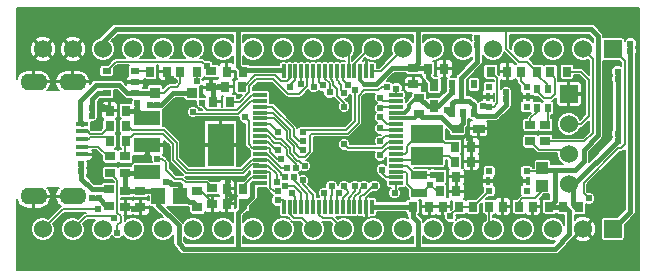
<source format=gbr>
G04 #@! TF.FileFunction,Copper,L1,Top,Signal*
%FSLAX46Y46*%
G04 Gerber Fmt 4.6, Leading zero omitted, Abs format (unit mm)*
G04 Created by KiCad (PCBNEW 4.0.7-e2-6376~58~ubuntu16.04.1) date Sun Feb  4 19:42:12 2018*
%MOMM*%
%LPD*%
G01*
G04 APERTURE LIST*
%ADD10C,0.100000*%
%ADD11R,0.899160X0.949960*%
%ADD12C,0.609600*%
%ADD13R,1.150000X1.400000*%
%ADD14R,0.548640X0.797560*%
%ADD15R,1.399540X0.698500*%
%ADD16R,1.016000X0.762000*%
%ADD17R,2.700000X1.500000*%
%ADD18R,1.198880X0.299720*%
%ADD19R,0.299720X1.198880*%
%ADD20R,0.625000X0.575000*%
%ADD21R,0.325000X0.700000*%
%ADD22R,1.524000X1.524000*%
%ADD23C,1.524000*%
%ADD24R,0.762000X1.016000*%
%ADD25R,2.235200X1.219200*%
%ADD26R,2.200000X3.600000*%
%ADD27R,0.550000X0.800000*%
%ADD28R,0.800000X0.550000*%
%ADD29R,1.016000X1.016000*%
%ADD30R,0.762000X0.889000*%
%ADD31R,0.889000X0.762000*%
%ADD32R,1.120140X0.398780*%
%ADD33O,2.300000X1.400000*%
%ADD34C,0.457200*%
%ADD35C,0.152400*%
%ADD36C,0.457100*%
%ADD37C,0.304800*%
%ADD38C,0.406400*%
%ADD39C,0.304600*%
G04 APERTURE END LIST*
D10*
D11*
X12014200Y15367000D03*
X15163800Y15367000D03*
D12*
X50076100Y11328400D03*
X51155600Y9347200D03*
X50393600Y5689600D03*
X37388800Y17068800D03*
X32359600Y16611600D03*
X21691600Y15798800D03*
X11379200Y9906000D03*
X13360400Y16510000D03*
D13*
X14108000Y6604000D03*
X12308000Y6604000D03*
D14*
X45280580Y14061440D03*
X44381420Y14061440D03*
X44381420Y15656560D03*
X45280580Y15656560D03*
D12*
X18237200Y7924800D03*
X36829900Y19061600D03*
D15*
X34417000Y6870700D03*
X34417000Y8369300D03*
D16*
X37642800Y12319000D03*
X39420800Y12319000D03*
D17*
X35052000Y11872000D03*
X35052000Y9972000D03*
D18*
X32418020Y7680960D03*
X32418020Y8181340D03*
X32418020Y8681720D03*
X32418020Y9182100D03*
X32418020Y9682480D03*
X32418020Y10180320D03*
X32418020Y10680700D03*
X32418020Y11181080D03*
X32418020Y11678920D03*
X32418020Y12179300D03*
X32418020Y12679680D03*
X32418020Y13180060D03*
X32418020Y13677900D03*
X32418020Y14178280D03*
X32418020Y14678660D03*
X32418020Y15179040D03*
D19*
X30419040Y17178020D03*
X29918660Y17178020D03*
X29418280Y17178020D03*
X28917900Y17178020D03*
X28420060Y17178020D03*
X27919680Y17178020D03*
X27419300Y17178020D03*
X26918920Y17178020D03*
X26421080Y17178020D03*
X25920700Y17178020D03*
X25420320Y17178020D03*
X24922480Y17178020D03*
X24422100Y17178020D03*
X23921720Y17178020D03*
X23421340Y17178020D03*
X22920960Y17178020D03*
D18*
X20921980Y15179040D03*
X20921980Y14678660D03*
X20921980Y14178280D03*
X20921980Y13677900D03*
X20921980Y13180060D03*
X20921980Y12679680D03*
X20921980Y12179300D03*
X20921980Y11678920D03*
X20921980Y11181080D03*
X20921980Y10680700D03*
X20921980Y10180320D03*
X20921980Y9682480D03*
X20921980Y9182100D03*
X20921980Y8681720D03*
X20921980Y8181340D03*
X20921980Y7680960D03*
D19*
X22920960Y5681980D03*
X23421340Y5681980D03*
X23921720Y5681980D03*
X24422100Y5681980D03*
X24922480Y5681980D03*
X25420320Y5681980D03*
X25920700Y5681980D03*
X26421080Y5681980D03*
X26918920Y5681980D03*
X27419300Y5681980D03*
X27919680Y5681980D03*
X28420060Y5681980D03*
X28917900Y5681980D03*
X29418280Y5681980D03*
X29918660Y5681980D03*
X30419040Y5681980D03*
D20*
X40322500Y8686000D03*
X40322500Y7061500D03*
X43497500Y8686000D03*
X43497500Y7062000D03*
D21*
X40197500Y7874000D03*
X43622500Y7874000D03*
D20*
X40322500Y15798000D03*
X40322500Y14173500D03*
X43497500Y15798000D03*
X43497500Y14174000D03*
D21*
X40197500Y14986000D03*
X43622500Y14986000D03*
D22*
X47066200Y15240000D03*
D23*
X47066200Y12700000D03*
X47066200Y10160000D03*
X47066200Y7620000D03*
D24*
X35687000Y16002000D03*
X35687000Y14224000D03*
D25*
X11379200Y13233400D03*
X11379200Y10922000D03*
X11379200Y8610600D03*
D26*
X17577000Y10922000D03*
D27*
X37150000Y13659000D03*
X38100000Y13659000D03*
X39050000Y13659000D03*
X39050000Y16059000D03*
X37150000Y16059000D03*
D28*
X10344000Y15306000D03*
X10344000Y16256000D03*
X10344000Y17206000D03*
X7944000Y17206000D03*
X7944000Y15306000D03*
D29*
X44831000Y9017000D03*
X44831000Y7493000D03*
D12*
X18542000Y6553200D03*
X34798000Y15849600D03*
X14884400Y9753600D03*
X38608000Y11557000D03*
X41910000Y7620000D03*
X41910000Y8890000D03*
X41910000Y10160000D03*
X43180000Y10160000D03*
X41910000Y12700000D03*
X41910000Y11430000D03*
X28092400Y10160000D03*
X28397200Y13360400D03*
X52070000Y21590000D03*
X49530000Y21590000D03*
X46990000Y21590000D03*
X44450000Y21590000D03*
X41910000Y21590000D03*
X39370000Y21590000D03*
X36830000Y21590000D03*
X34290000Y21590000D03*
X31750000Y21590000D03*
X29210000Y21590000D03*
X26670000Y21590000D03*
X24130000Y21590000D03*
X21590000Y21590000D03*
X19050000Y21590000D03*
X16510000Y21590000D03*
X13970000Y21590000D03*
X11430000Y21590000D03*
X8890000Y21590000D03*
X6350000Y21590000D03*
X3810000Y21590000D03*
X1270000Y21590000D03*
X3810000Y20066000D03*
X6350000Y19050000D03*
X21590000Y19050000D03*
X24130000Y19050000D03*
X26670000Y19050000D03*
X29210000Y19050000D03*
X31750000Y19050000D03*
X44450000Y19050000D03*
X46990000Y19050000D03*
X44450000Y3810000D03*
X39370000Y3810000D03*
X31750000Y3810000D03*
X29210000Y3810000D03*
X26670000Y3810000D03*
X24130000Y3810000D03*
X21590000Y3810000D03*
X16510000Y3810000D03*
X11430000Y3810000D03*
X3810000Y3810000D03*
X52070000Y1270000D03*
X49530000Y1270000D03*
X46990000Y1270000D03*
X44450000Y1270000D03*
X41910000Y1270000D03*
X39370000Y1270000D03*
X36830000Y1270000D03*
X34290000Y1270000D03*
X31750000Y1270000D03*
X29210000Y1270000D03*
X26670000Y1270000D03*
X24130000Y1270000D03*
X21590000Y1270000D03*
X19050000Y1270000D03*
X16510000Y1270000D03*
X13970000Y1270000D03*
X11430000Y1270000D03*
X8890000Y1270000D03*
X6350000Y1270000D03*
X3810000Y1270000D03*
X1270000Y1270000D03*
D22*
X50800000Y3810000D03*
D23*
X48260000Y3810000D03*
X45720000Y3810000D03*
X43180000Y3810000D03*
X40640000Y3810000D03*
X38100000Y3810000D03*
X35560000Y3810000D03*
X33020000Y3810000D03*
X30480000Y3810000D03*
X27940000Y3810000D03*
X25400000Y3810000D03*
X22860000Y3810000D03*
X20320000Y3810000D03*
X17780000Y3810000D03*
X15240000Y3810000D03*
X12700000Y3810000D03*
X10160000Y3810000D03*
X7620000Y3810000D03*
X5080000Y3810000D03*
X2540000Y3810000D03*
D22*
X50800000Y19050000D03*
D23*
X48260000Y19050000D03*
X45720000Y19050000D03*
X43180000Y19050000D03*
X40640000Y19050000D03*
X38100000Y19050000D03*
X35560000Y19050000D03*
X33020000Y19050000D03*
X30480000Y19050000D03*
X27940000Y19050000D03*
X25400000Y19050000D03*
X22860000Y19050000D03*
X20320000Y19050000D03*
X17780000Y19050000D03*
X15240000Y19050000D03*
X12700000Y19050000D03*
X10160000Y19050000D03*
X7620000Y19050000D03*
X5080000Y19050000D03*
X2540000Y19050000D03*
D30*
X19494500Y5969000D03*
X18097500Y5969000D03*
X18097500Y7239000D03*
X19494500Y7239000D03*
D31*
X9525000Y7048500D03*
X9525000Y5651500D03*
X15621000Y7048500D03*
X15621000Y5651500D03*
D30*
X9588500Y13843000D03*
X8191500Y13843000D03*
X17970500Y15875000D03*
X19367500Y15875000D03*
X19494500Y17145000D03*
X18097500Y17145000D03*
D31*
X33909000Y16065500D03*
X33909000Y17462500D03*
X34417000Y13525500D03*
X34417000Y14922500D03*
D30*
X35115500Y17399000D03*
X36512500Y17399000D03*
X37401500Y10795000D03*
X38798500Y10795000D03*
X37401500Y9525000D03*
X38798500Y9525000D03*
X35242500Y5715000D03*
X33845500Y5715000D03*
X36131500Y6997700D03*
X37528500Y6997700D03*
X36131500Y8255000D03*
X37528500Y8255000D03*
X44005500Y5715000D03*
X45402500Y5715000D03*
X41846500Y17145000D03*
X40449500Y17145000D03*
D31*
X10795000Y5651500D03*
X10795000Y7048500D03*
D30*
X14160500Y17145000D03*
X15557500Y17145000D03*
D31*
X9525000Y8572500D03*
X9525000Y9969500D03*
X8255000Y9969500D03*
X8255000Y8572500D03*
D30*
X8191500Y11252200D03*
X9588500Y11252200D03*
X8191500Y12522200D03*
X9588500Y12522200D03*
X11620500Y17145000D03*
X13017500Y17145000D03*
D31*
X16764000Y17208500D03*
X16764000Y15811500D03*
D30*
X18351500Y14605000D03*
X16954500Y14605000D03*
X37782500Y5715000D03*
X36385500Y5715000D03*
X40322500Y5715000D03*
X38925500Y5715000D03*
X41465500Y5715000D03*
X42862500Y5715000D03*
X44386500Y17145000D03*
X42989500Y17145000D03*
D31*
X45085000Y11239500D03*
X45085000Y12636500D03*
X43815000Y11239500D03*
X43815000Y12636500D03*
D30*
X46901100Y17145000D03*
X45504100Y17145000D03*
D31*
X16891000Y7302500D03*
X16891000Y5905500D03*
X8128000Y5778500D03*
X8128000Y7175500D03*
D30*
X46545500Y5715000D03*
X47942500Y5715000D03*
D12*
X19456400Y9753600D03*
X17526000Y15849600D03*
X7315200Y12649200D03*
X10210800Y5486400D03*
X7569200Y14173200D03*
X7391400Y7924800D03*
X13970000Y19050000D03*
X11430000Y19050000D03*
D32*
X5847080Y12727940D03*
X5847080Y12077700D03*
X5847080Y11430000D03*
X5847080Y10782300D03*
X5847080Y10132060D03*
D33*
X1750060Y16278860D03*
X1750060Y6581140D03*
X5049520Y16278860D03*
X5049520Y6581140D03*
D12*
X6705600Y14020800D03*
X7315200Y6400800D03*
X12192000Y14325600D03*
X11582400Y14325600D03*
X6705600Y13411200D03*
X6718300Y6426200D03*
X52273200Y18897600D03*
X52273100Y19518800D03*
X37185500Y15404000D03*
X35306000Y7569200D03*
X35585400Y8407400D03*
X10515600Y13868400D03*
X5791200Y8686800D03*
X39319200Y19964400D03*
X39319200Y19354800D03*
X36728400Y13868400D03*
X5791200Y9296400D03*
X10515600Y14478000D03*
X41757600Y15393200D03*
X41757600Y14783600D03*
X39801800Y14224000D03*
X31089600Y10058400D03*
X12928600Y7772400D03*
X31242000Y8839200D03*
X31089600Y14020800D03*
X31089600Y14935200D03*
X32461200Y15697200D03*
X28346400Y16002000D03*
X27990800Y15316200D03*
X26212800Y15976600D03*
X25450800Y15849600D03*
X24358600Y16129000D03*
X23469600Y15849600D03*
X30632400Y7467600D03*
X29718000Y7467600D03*
X28041600Y7467600D03*
X27584400Y6858000D03*
X26974800Y7467600D03*
X26365200Y6858000D03*
X22352000Y7772400D03*
X23012400Y8229600D03*
X23164800Y8991600D03*
X8839100Y3491400D03*
X19659600Y13258800D03*
X15544800Y16307600D03*
X22707600Y9753600D03*
X22402800Y10515600D03*
X24536400Y10515600D03*
X24536400Y11277600D03*
X8534300Y4710600D03*
X15240000Y13716000D03*
X7175500Y5486400D03*
X16002000Y14478000D03*
X22402800Y6248400D03*
X22402800Y7010400D03*
X23926800Y8991600D03*
X24688800Y9144000D03*
X23774400Y8229600D03*
X24536400Y7924800D03*
X23063200Y7467600D03*
X12192000Y9753600D03*
X23622000Y6858000D03*
X31089600Y11277600D03*
X31089600Y12344400D03*
X31089600Y13258800D03*
X26822400Y15392400D03*
X31699200Y15849600D03*
X28956000Y15544800D03*
X24536400Y12039600D03*
X22402800Y12039600D03*
X37033200Y4876800D03*
X28956000Y7467600D03*
X16459200Y17627600D03*
X28041500Y10984400D03*
X51206300Y16521600D03*
X51206300Y11898800D03*
X51206300Y11289200D03*
X51206300Y17131200D03*
X32308800Y6858000D03*
X48768000Y6400800D03*
X28041500Y14184800D03*
D34*
X18097500Y7239000D02*
X18097500Y6997700D01*
X18097500Y6997700D02*
X18542000Y6553200D01*
D35*
X38608000Y11557000D02*
X38608000Y10985500D01*
X38608000Y10985500D02*
X38798500Y10795000D01*
X29918660Y5681980D02*
X29918660Y6475204D01*
X29918660Y6475204D02*
X30162128Y6718672D01*
D34*
X17970500Y15875000D02*
X17551400Y15875000D01*
X17551400Y15875000D02*
X17526000Y15849600D01*
X16764000Y15811500D02*
X17487900Y15811500D01*
X17487900Y15811500D02*
X17526000Y15849600D01*
X16954500Y14605000D02*
X16954500Y15621000D01*
X16954500Y15621000D02*
X16764000Y15811500D01*
X13017500Y17145000D02*
X13017500Y16852900D01*
X13017500Y16852900D02*
X13360400Y16510000D01*
X7569200Y14173200D02*
X7861300Y14173200D01*
X7861300Y14173200D02*
X8191500Y13843000D01*
X18097500Y5969000D02*
X18097500Y6108700D01*
X18097500Y6108700D02*
X18542000Y6553200D01*
X18097500Y7239000D02*
X18097500Y7785100D01*
X18097500Y7785100D02*
X18237200Y7924800D01*
D35*
X15621000Y7048500D02*
X15900400Y7048500D01*
X15900400Y7048500D02*
X17043400Y5905500D01*
D34*
X11379200Y10922000D02*
X11379200Y9906000D01*
D36*
X10210800Y5486400D02*
X10629100Y5486400D01*
X10629100Y5486400D02*
X10795000Y5652300D01*
D34*
X47091500Y3352700D02*
X45872400Y2133600D01*
X46710600Y5715000D02*
X47091500Y5334100D01*
X47091500Y5334100D02*
X47091500Y3352700D01*
X45872400Y2133600D02*
X34290000Y2133600D01*
X46545500Y5715000D02*
X46710600Y5715000D01*
X46545500Y5715000D02*
X46620500Y5715000D01*
X45402500Y5715000D02*
X46545500Y5715000D01*
X45872400Y8839200D02*
X45872400Y6184900D01*
X45872400Y6184900D02*
X45402500Y5715000D01*
D35*
X43497500Y8686000D02*
X44500000Y8686000D01*
X44500000Y8686000D02*
X44831000Y9017000D01*
D34*
X45872400Y8839200D02*
X45008800Y8839200D01*
X45008800Y8839200D02*
X44831000Y9017000D01*
X48310800Y10527228D02*
X48310800Y9601200D01*
X49530000Y11746428D02*
X48310800Y10527228D01*
X41757600Y20726400D02*
X48920400Y20726400D01*
X48920400Y20726400D02*
X49530000Y20116800D01*
X49530000Y20116800D02*
X49530000Y11746428D01*
X47548800Y8839200D02*
X45872400Y8839200D01*
X48310800Y9601200D02*
X47548800Y8839200D01*
D35*
X44386500Y17145000D02*
X44386500Y16878300D01*
X44386500Y16878300D02*
X45280580Y15984220D01*
X45280580Y15984220D02*
X45280580Y15656560D01*
X41757600Y20726400D02*
X41757600Y19050000D01*
X41757600Y19050000D02*
X42824400Y17983200D01*
X42824400Y17983200D02*
X43548300Y17983200D01*
X43548300Y17983200D02*
X44386500Y17145000D01*
D34*
X34289900Y20726400D02*
X41757600Y20726400D01*
X35115500Y17399000D02*
X35115500Y16725900D01*
X35115500Y16725900D02*
X35687000Y16154400D01*
X33909000Y17462500D02*
X35052000Y17462500D01*
X35052000Y17462500D02*
X35115500Y17399000D01*
X34289900Y20726400D02*
X34289900Y17843400D01*
X34289900Y17843400D02*
X33909000Y17462500D01*
X29717900Y16129100D02*
X30745682Y16129100D01*
D37*
X29418280Y16428720D02*
X29717900Y16129100D01*
X29418280Y17178020D02*
X29418280Y16428720D01*
D34*
X32079082Y17462500D02*
X33909000Y17462500D01*
X30745682Y16129100D02*
X32079082Y17462500D01*
X19050000Y20726400D02*
X34289900Y20726400D01*
X34290000Y2133600D02*
X19050000Y2133600D01*
X33845500Y5715000D02*
X33845500Y4864100D01*
X33845500Y4864100D02*
X34290000Y4419600D01*
X34290000Y4419600D02*
X34290000Y2133600D01*
D37*
X30419040Y5681980D02*
X30599380Y5681980D01*
D34*
X30632400Y5715000D02*
X33845500Y5715000D01*
D37*
X30599380Y5681980D02*
X30632400Y5715000D01*
X22920960Y17178020D02*
X22861580Y17178020D01*
X22861580Y17178020D02*
X22767600Y17272000D01*
D34*
X19621500Y17272000D02*
X22767600Y17272000D01*
X19621500Y17272000D02*
X19494500Y17145000D01*
X19050000Y20726400D02*
X19050000Y17589500D01*
X19050000Y17589500D02*
X19494500Y17145000D01*
X7620000Y19050000D02*
X7620000Y19659600D01*
X7620000Y19659600D02*
X8686800Y20726400D01*
X8686800Y20726400D02*
X19050000Y20726400D01*
X7620000Y19050000D02*
X7620000Y19507200D01*
X14020800Y4114800D02*
X14020800Y2590800D01*
X14020800Y2590800D02*
X14478000Y2133600D01*
X14478000Y2133600D02*
X19050000Y2133600D01*
X12308000Y5827600D02*
X14020800Y4114800D01*
X12308000Y6604000D02*
X12308000Y5827600D01*
X19494500Y5969000D02*
X19494500Y5626100D01*
X19494500Y5626100D02*
X19050000Y5181600D01*
X19050000Y5181600D02*
X19050000Y2133600D01*
X20269200Y7467600D02*
X20269200Y6553200D01*
D37*
X20269200Y7620000D02*
X20269200Y7467600D01*
X20330160Y7680960D02*
X20269200Y7620000D01*
D34*
X20269200Y6553200D02*
X19685000Y5969000D01*
X19685000Y5969000D02*
X19494500Y5969000D01*
D37*
X20921980Y7680960D02*
X20330160Y7680960D01*
D34*
X9525000Y8572500D02*
X11341100Y8572500D01*
X11341100Y8572500D02*
X11379200Y8610600D01*
X9525000Y7048500D02*
X9525000Y8572500D01*
X10795000Y7048500D02*
X9525000Y7048500D01*
X10795000Y7048500D02*
X11863500Y7048500D01*
X11863500Y7048500D02*
X12308000Y6604000D01*
X6705600Y14020800D02*
X6705600Y13411200D01*
X7289800Y6426200D02*
X6718300Y6426200D01*
X7315200Y6400800D02*
X7289800Y6426200D01*
D36*
X11582400Y14325600D02*
X12192000Y14325600D01*
D34*
X7944000Y15306000D02*
X7228800Y15306000D01*
X6705600Y14782800D02*
X6705600Y13411200D01*
X7228800Y15306000D02*
X6705600Y14782800D01*
X8128000Y5778500D02*
X7899400Y5778500D01*
X7899400Y5778500D02*
X7251700Y6426200D01*
X7251700Y6426200D02*
X6718300Y6426200D01*
D36*
X12192000Y14325600D02*
X12496800Y14325600D01*
X12496800Y14325600D02*
X13539000Y15367800D01*
X13539000Y15367800D02*
X15163800Y15367800D01*
D34*
X38100000Y13659000D02*
X38100000Y12776200D01*
X38100000Y12776200D02*
X37642800Y12319000D01*
X37642800Y12319000D02*
X37222500Y12319000D01*
X37222500Y12319000D02*
X37210900Y12330600D01*
X37210900Y12330600D02*
X37642800Y12319000D01*
D38*
X36271200Y13270400D02*
X36271200Y13270300D01*
X36271200Y13270300D02*
X37210900Y12330600D01*
D34*
X34672100Y13270400D02*
X36271200Y13270400D01*
X34672100Y13270400D02*
X34417000Y13525500D01*
D37*
X32418020Y13180060D02*
X34071560Y13180060D01*
X34071560Y13180060D02*
X34417000Y13525500D01*
D39*
X34416900Y13600600D02*
X34416900Y13448200D01*
D34*
X52273200Y18897600D02*
X52273100Y18897700D01*
X52273100Y19518800D02*
X52273100Y5283100D01*
X52273100Y5283100D02*
X50800000Y3810000D01*
X37150000Y16059000D02*
X37150000Y15439500D01*
X37150000Y15439500D02*
X37185500Y15404000D01*
X35687000Y14224000D02*
X36005500Y14224000D01*
X36005500Y14224000D02*
X37185500Y15404000D01*
X35687000Y14224000D02*
X35115500Y14224000D01*
X35115500Y14224000D02*
X34417000Y14922500D01*
D37*
X32418020Y13677900D02*
X33185100Y13677900D01*
X34124900Y14922500D02*
X34417000Y14922500D01*
X33528000Y14325600D02*
X34124900Y14922500D01*
X33528000Y14020800D02*
X33528000Y14325600D01*
X33185100Y13677900D02*
X33528000Y14020800D01*
D35*
X36131500Y6997700D02*
X35877500Y6997700D01*
X35877500Y6997700D02*
X35306000Y7569200D01*
X34417000Y6870700D02*
X34607500Y6870700D01*
X34607500Y6870700D02*
X35306000Y7569200D01*
X34124900Y6870700D02*
X34417000Y6870700D01*
X32418020Y8681720D02*
X33228280Y8681720D01*
X33375600Y7620000D02*
X34124900Y6870700D01*
X33375600Y8534400D02*
X33375600Y7620000D01*
X33228280Y8681720D02*
X33375600Y8534400D01*
X35585400Y8407400D02*
X34455100Y8407400D01*
X34455100Y8407400D02*
X34417000Y8369300D01*
X36131500Y8255000D02*
X35737800Y8255000D01*
X35737800Y8255000D02*
X35585400Y8407400D01*
X32418020Y9182100D02*
X33337500Y9182100D01*
X33337500Y9182100D02*
X34150300Y8369300D01*
X34150300Y8369300D02*
X34417000Y8369300D01*
X35737800Y8255000D02*
X35585400Y8407400D01*
X32418020Y9682480D02*
X34762480Y9682480D01*
X34762480Y9682480D02*
X35052000Y9972000D01*
X35052000Y9972000D02*
X36954500Y9972000D01*
X36954500Y9972000D02*
X37401500Y9525000D01*
X35052000Y11872000D02*
X35829200Y11872000D01*
X35829200Y11872000D02*
X36576000Y11125200D01*
X36576000Y11125200D02*
X37071300Y11125200D01*
X37071300Y11125200D02*
X37401500Y10795000D01*
X37401500Y10795000D02*
X37363400Y10795000D01*
X35052000Y11872000D02*
X34427200Y11872000D01*
X34427200Y11872000D02*
X33375600Y10820400D01*
X33192720Y10180320D02*
X33375600Y10363200D01*
X33375600Y10363200D02*
X33375600Y10820400D01*
X32418020Y10180320D02*
X33192720Y10180320D01*
D34*
X5791200Y9296400D02*
X5791200Y8686800D01*
X39319200Y19354800D02*
X39319200Y19964400D01*
X37959200Y16623200D02*
X39319200Y17983200D01*
X37947500Y14692800D02*
X37947500Y16623200D01*
X37947500Y16623200D02*
X37959200Y16623200D01*
X39319200Y19354800D02*
X39319200Y17983200D01*
X36728400Y13868400D02*
X36937800Y13659000D01*
X8128000Y7175500D02*
X6692900Y7175500D01*
X6692900Y7175500D02*
X5791200Y8077200D01*
X5791200Y9296400D02*
X5791200Y8077200D01*
X10515600Y14478000D02*
X10515600Y13868400D01*
X9588500Y13843000D02*
X10541000Y13843000D01*
X10541000Y13843000D02*
X10515600Y13868400D01*
X11379200Y13233400D02*
X11150600Y13233400D01*
X11150600Y13233400D02*
X10515600Y13868400D01*
X41757600Y14783600D02*
X41757600Y15393200D01*
X39319200Y13411200D02*
X40843200Y13411200D01*
X40843200Y13411200D02*
X41757600Y14325600D01*
X41757600Y15393200D02*
X41757600Y14325600D01*
X37947500Y14692800D02*
X38647200Y14692800D01*
X39050000Y14290000D02*
X39050000Y13659000D01*
X38647200Y14692800D02*
X39050000Y14290000D01*
X39050000Y13659000D02*
X39071400Y13659000D01*
X39071400Y13659000D02*
X39319200Y13411200D01*
X37150000Y13659000D02*
X37150000Y14442400D01*
X37150000Y14442400D02*
X37400400Y14692800D01*
X37400400Y14692800D02*
X37947500Y14692800D01*
X37150000Y13659000D02*
X36937800Y13659000D01*
D35*
X19367500Y15875000D02*
X19532600Y15875000D01*
X19532600Y15875000D02*
X20472398Y16814798D01*
X20472398Y16814798D02*
X22173386Y16814798D01*
X22173386Y16814798D02*
X22681384Y16306800D01*
X22681384Y16306800D02*
X23164800Y16306800D01*
X23164800Y16306800D02*
X23421340Y16563340D01*
X23421340Y16563340D02*
X23421340Y17178020D01*
X20921980Y8181340D02*
X20220940Y8181340D01*
X20220940Y8181340D02*
X19494500Y7454900D01*
X19494500Y7454900D02*
X19494500Y7239000D01*
X39852300Y14173500D02*
X39801800Y14224000D01*
X40322500Y14173500D02*
X39852300Y14173500D01*
X31711900Y10680700D02*
X32418020Y10680700D01*
X31711900Y10680700D02*
X31089600Y10058400D01*
X40322500Y14173500D02*
X40691100Y14173500D01*
X40995600Y16598900D02*
X40449500Y17145000D01*
X40995600Y14478000D02*
X40995600Y16598900D01*
X40691100Y14173500D02*
X40995600Y14478000D01*
D34*
X14020800Y7620000D02*
X13411200Y7620000D01*
X14108000Y7532800D02*
X14108000Y6604000D01*
X14108000Y7532800D02*
X14020800Y7620000D01*
X13258800Y7772400D02*
X12928600Y7772400D01*
X13411200Y7620000D02*
X13258800Y7772400D01*
X15621000Y5651500D02*
X15532100Y5651500D01*
X15684500Y5651500D02*
X15240000Y6096000D01*
X15240000Y6096000D02*
X14920800Y6096000D01*
X14920800Y6096000D02*
X14412800Y6604000D01*
D35*
X44831000Y7493000D02*
X44831000Y7035800D01*
X44831000Y7035800D02*
X44196000Y6400800D01*
X44196000Y6400800D02*
X43129200Y6400800D01*
X43129200Y6400800D02*
X42862500Y6134100D01*
X42862500Y6134100D02*
X42862500Y5715000D01*
X45280580Y14061440D02*
X45280580Y12832080D01*
X45280580Y12832080D02*
X45085000Y12636500D01*
X43815000Y12636500D02*
X43815000Y13182600D01*
X43815000Y13182600D02*
X44381420Y13749020D01*
X44381420Y13749020D02*
X44381420Y14061440D01*
X45872400Y15240000D02*
X45872400Y16611600D01*
X45567600Y14935200D02*
X45872400Y15240000D01*
X44958000Y14935200D02*
X45567600Y14935200D01*
X44381420Y15511780D02*
X44958000Y14935200D01*
X45872400Y16611600D02*
X45504100Y16979900D01*
X45504100Y16979900D02*
X45504100Y17145000D01*
X44381420Y15656560D02*
X44381420Y15511780D01*
X14160500Y17145000D02*
X14160500Y16141700D01*
X12776200Y15367000D02*
X12014200Y15367000D01*
X13258800Y15849600D02*
X12776200Y15367000D01*
X13868400Y15849600D02*
X13258800Y15849600D01*
X14160500Y16141700D02*
X13868400Y15849600D01*
D34*
X10344000Y15306000D02*
X11953200Y15306000D01*
X11953200Y15306000D02*
X12014200Y15367000D01*
X5834380Y12727940D02*
X5834380Y12758420D01*
X5834380Y12758420D02*
X5638800Y12954000D01*
X5638800Y12954000D02*
X5638800Y14630400D01*
X5638800Y14630400D02*
X7010400Y16002000D01*
X7010400Y16002000D02*
X8991600Y16002000D01*
X8991600Y16002000D02*
X9687600Y15306000D01*
X9687600Y15306000D02*
X10344000Y15306000D01*
D35*
X31242000Y8534400D02*
X31242000Y8839200D01*
X31595060Y8181340D02*
X31242000Y8534400D01*
X32418020Y8181340D02*
X31595060Y8181340D01*
X45085000Y11239500D02*
X48376490Y11239500D01*
X49072798Y18237202D02*
X48260000Y19050000D01*
X49072798Y11935808D02*
X49072798Y18237202D01*
X48376490Y11239500D02*
X49072798Y11935808D01*
X31247080Y14178280D02*
X31089600Y14020800D01*
X32418020Y14178280D02*
X31247080Y14178280D01*
X31346140Y14678660D02*
X32418020Y14678660D01*
X31346140Y14678660D02*
X31089600Y14935200D01*
X32418020Y15654020D02*
X32461200Y15697200D01*
X32418020Y15179040D02*
X32418020Y15654020D01*
X31150000Y17180000D02*
X33020000Y19050000D01*
X30420000Y17180000D02*
X31150000Y17180000D01*
X28917900Y17178020D02*
X28917900Y17792700D01*
X28917900Y17792700D02*
X30175200Y19050000D01*
X30175200Y19050000D02*
X30480000Y19050000D01*
X28420060Y17178020D02*
X28420060Y18569940D01*
X28420060Y18569940D02*
X27940000Y19050000D01*
X27919680Y16428720D02*
X27919680Y17178020D01*
X27919680Y16428720D02*
X28346400Y16002000D01*
X27990800Y15316200D02*
X27965402Y15316200D01*
X27736802Y15544800D02*
X27736802Y16001998D01*
X27965402Y15316200D02*
X27736802Y15544800D01*
X27736802Y16001998D02*
X27736800Y16002000D01*
X27419300Y17178020D02*
X27419300Y16471900D01*
X27584400Y16154400D02*
X27736800Y16002000D01*
X27736800Y16002000D02*
X27736802Y16001998D01*
X27584400Y16306800D02*
X27584400Y16154400D01*
X27419300Y16471900D02*
X27584400Y16306800D01*
X25920700Y16268700D02*
X26212800Y15976600D01*
X25920700Y16268700D02*
X25920700Y17178020D01*
X25420320Y15880080D02*
X25450800Y15849600D01*
X25420320Y17178020D02*
X25420320Y15880080D01*
X24422100Y17178020D02*
X24422100Y16192500D01*
X24422100Y16192500D02*
X24358600Y16129000D01*
X23921720Y17178020D02*
X23921720Y16454120D01*
X23469600Y16002000D02*
X23469600Y15849600D01*
X23921720Y16454120D02*
X23469600Y16002000D01*
X30480000Y7467600D02*
X29718000Y6705600D01*
X29418280Y5681980D02*
X29418280Y6558208D01*
X29565672Y6705600D02*
X29718000Y6705600D01*
X29418280Y6558208D02*
X29565672Y6705600D01*
X30632400Y7467600D02*
X30480000Y7467600D01*
X28917900Y6488884D02*
X29413200Y6984184D01*
X29413200Y6984184D02*
X29413200Y7162800D01*
X29413200Y7162800D02*
X29718000Y7467600D01*
X28917900Y5681980D02*
X28917900Y6488884D01*
X40322500Y5715000D02*
X40322500Y4127500D01*
X40322500Y4127500D02*
X40640000Y3810000D01*
X27919680Y5681980D02*
X27919680Y6431280D01*
X28041600Y7315200D02*
X28041600Y7467600D01*
X28346400Y7010400D02*
X28041600Y7315200D01*
X28346400Y6858000D02*
X28346400Y7010400D01*
X27919680Y6431280D02*
X28346400Y6858000D01*
X27419300Y5681980D02*
X27419300Y6692900D01*
X27419300Y6692900D02*
X27584400Y6858000D01*
X26918920Y6649720D02*
X26974800Y6705600D01*
X26974800Y6705600D02*
X26974800Y7467600D01*
X26918920Y5681980D02*
X26918920Y6649720D01*
X26924000Y5684000D02*
X26920000Y5680000D01*
X26421080Y5681980D02*
X26421080Y6802120D01*
X26421080Y6802120D02*
X26365200Y6858000D01*
X25920700Y5681980D02*
X25920700Y5016500D01*
X27025600Y4724400D02*
X27940000Y3810000D01*
X26212800Y4724400D02*
X27025600Y4724400D01*
X25920700Y5016500D02*
X26212800Y4724400D01*
X23421340Y5681980D02*
X23421340Y5077460D01*
X24485600Y4724400D02*
X25400000Y3810000D01*
X23774400Y4724400D02*
X24485600Y4724400D01*
X23421340Y5077460D02*
X23774400Y4724400D01*
X21602700Y9182100D02*
X22352000Y8432800D01*
X22352000Y8432800D02*
X22352000Y7772400D01*
X20921980Y9182100D02*
X21602700Y9182100D01*
X9588500Y11252200D02*
X9588500Y11264898D01*
X9588500Y11264898D02*
X10210800Y11887198D01*
X20269200Y9296400D02*
X20807680Y9296400D01*
X19507198Y8534398D02*
X20269200Y9296400D01*
X14656546Y8534398D02*
X19507198Y8534398D01*
X13563598Y9627346D02*
X14656546Y8534398D01*
X13563598Y10998946D02*
X13563598Y9627346D01*
X12675346Y11887198D02*
X13563598Y10998946D01*
X10210800Y11887198D02*
X12675346Y11887198D01*
X20807680Y9296400D02*
X20921980Y9182100D01*
X9525000Y9969500D02*
X9525000Y11188700D01*
X9525000Y11188700D02*
X9588500Y11252200D01*
X22860000Y8382000D02*
X22707600Y8382000D01*
X21559520Y9682480D02*
X22707600Y8534400D01*
X22707600Y8534400D02*
X22707600Y8382000D01*
X21559520Y9682480D02*
X20921980Y9682480D01*
X22860000Y8382000D02*
X23012400Y8229600D01*
X20921980Y9682480D02*
X20224224Y9682480D01*
X20224224Y9682480D02*
X19380944Y8839200D01*
X10058400Y12192000D02*
X9728200Y12522200D01*
X10058400Y12192000D02*
X12801600Y12192000D01*
X12801600Y12192000D02*
X13868400Y11125200D01*
X13868400Y11125200D02*
X13868400Y9753600D01*
X13868400Y9753600D02*
X14782800Y8839200D01*
X14782800Y8839200D02*
X19380944Y8839200D01*
X9588500Y12522200D02*
X9728200Y12522200D01*
X22707812Y8991600D02*
X23164800Y8991600D01*
X21519092Y10180320D02*
X22707812Y8991600D01*
X8839100Y4114700D02*
X8839100Y3491400D01*
X9144000Y4419600D02*
X8839100Y4114700D01*
X9144000Y4876800D02*
X9144000Y4419600D01*
X8839200Y5181600D02*
X9144000Y4876800D01*
X8839200Y7924800D02*
X8839200Y5181600D01*
X8255000Y8509000D02*
X8839200Y7924800D01*
X20921980Y10180320D02*
X21519092Y10180320D01*
X8255000Y8572500D02*
X8255000Y8509000D01*
X15557500Y16320300D02*
X15544800Y16307600D01*
X20921980Y10680700D02*
X20256500Y10680700D01*
X19964400Y12954000D02*
X19659600Y13258800D01*
X19964400Y10972800D02*
X19964400Y12954000D01*
X20256500Y10680700D02*
X19964400Y10972800D01*
X15557500Y16320300D02*
X15557500Y17145000D01*
X21793200Y10594032D02*
X21793200Y10337268D01*
X21706532Y10680700D02*
X21793200Y10594032D01*
X21706532Y10680700D02*
X20921980Y10680700D01*
X22376868Y9753600D02*
X22707600Y9753600D01*
X21793200Y10337268D02*
X22376868Y9753600D01*
X21637208Y11181080D02*
X20921980Y11181080D01*
X22302688Y10515600D02*
X22402800Y10515600D01*
X21637208Y11181080D02*
X22302688Y10515600D01*
X20921980Y13677900D02*
X22009844Y13677900D01*
X24384000Y10515600D02*
X24536400Y10515600D01*
X24079200Y10820400D02*
X24384000Y10515600D01*
X24079200Y10946300D02*
X24079200Y10820400D01*
X23469352Y11556148D02*
X24079200Y10946300D01*
X23469352Y12218392D02*
X23469352Y11556148D01*
X22009844Y13677900D02*
X23469352Y12218392D01*
X23774400Y11682156D02*
X23774400Y12344400D01*
X24178956Y11277600D02*
X24536400Y11277600D01*
X23774400Y11682156D02*
X24178956Y11277600D01*
X20921980Y14178280D02*
X21940520Y14178280D01*
X21940520Y14178280D02*
X23774400Y12344400D01*
X20921980Y14678660D02*
X20189718Y14678660D01*
X8534300Y4724500D02*
X8382000Y4876800D01*
X8382000Y4876800D02*
X6146800Y4876800D01*
X6146800Y4876800D02*
X5080000Y3810000D01*
X8534300Y4710600D02*
X8534300Y4724500D01*
X15392402Y13563598D02*
X15240000Y13716000D01*
X19074656Y13563598D02*
X15392402Y13563598D01*
X20189718Y14678660D02*
X19074656Y13563598D01*
X2540000Y3810000D02*
X4216400Y5486400D01*
X7175500Y5486400D02*
X4216400Y5486400D01*
X16002000Y14478000D02*
X16002000Y14325600D01*
X16002000Y14325600D02*
X16459200Y13868400D01*
X20259042Y15179040D02*
X20921980Y15179040D01*
X18948402Y13868400D02*
X20259042Y15179040D01*
X16459200Y13868400D02*
X18948402Y13868400D01*
X22860000Y6248400D02*
X22402800Y6248400D01*
X47066200Y12700000D02*
X48056796Y12700000D01*
X48082200Y17145000D02*
X46901100Y17145000D01*
X48767996Y16459204D02*
X48082200Y17145000D01*
X48767996Y13411200D02*
X48767996Y16459204D01*
X48056796Y12700000D02*
X48767996Y13411200D01*
X22920960Y5681980D02*
X22920960Y6187440D01*
X22920960Y6187440D02*
X22860000Y6248400D01*
X21793200Y8534400D02*
X21793200Y7315200D01*
X21645880Y8681720D02*
X21793200Y8534400D01*
X20921980Y8681720D02*
X21645880Y8681720D01*
X22098000Y7010400D02*
X22402800Y7010400D01*
X21793200Y7315200D02*
X22098000Y7010400D01*
X47066200Y10160000D02*
X47066200Y10236200D01*
X47066200Y10236200D02*
X46786800Y10515600D01*
X46786800Y10515600D02*
X44538900Y10515600D01*
X44538900Y10515600D02*
X43815000Y11239500D01*
X20921980Y11678920D02*
X21570424Y11678920D01*
X23926800Y9322544D02*
X23926800Y8991600D01*
X23164618Y10084726D02*
X23926800Y9322544D01*
X23164618Y10567714D02*
X23164618Y10084726D01*
X22607134Y11125198D02*
X23164618Y10567714D01*
X22124146Y11125198D02*
X22607134Y11125198D01*
X21570424Y11678920D02*
X22124146Y11125198D01*
X24079202Y9601198D02*
X24231602Y9601198D01*
X22250400Y11430000D02*
X21501100Y12179300D01*
X22250400Y11430000D02*
X22733388Y11430000D01*
X22733388Y11430000D02*
X23469420Y10693968D01*
X23469420Y10693968D02*
X23469420Y10210980D01*
X23469420Y10210980D02*
X24079202Y9601198D01*
X24231602Y9601198D02*
X24688800Y9144000D01*
X20921980Y12179300D02*
X21501100Y12179300D01*
X24922480Y5681980D02*
X24922480Y6776792D01*
X23774400Y7924872D02*
X23774400Y8229600D01*
X24922480Y6776792D02*
X23774400Y7924872D01*
X25420320Y6710008D02*
X24536400Y7593928D01*
X24536400Y7593928D02*
X24536400Y7924800D01*
X25420320Y6710008D02*
X25420320Y5681980D01*
X24422100Y6846116D02*
X23800616Y7467600D01*
X23800616Y7467600D02*
X23063200Y7467600D01*
X24422100Y5681980D02*
X24422100Y6846116D01*
X16421100Y7772400D02*
X16891000Y7302500D01*
X12192000Y9753600D02*
X12649200Y9753600D01*
X14325598Y8077202D02*
X14630400Y7772400D01*
X13715998Y8077202D02*
X14325598Y8077202D01*
X12954000Y8839200D02*
X13715998Y8077202D01*
X12954000Y9448800D02*
X12954000Y8839200D01*
X12649200Y9753600D02*
X12954000Y9448800D01*
X14630400Y7772400D02*
X16421100Y7772400D01*
X23921720Y6558280D02*
X23622000Y6858000D01*
X23921720Y6558280D02*
X23921720Y5681980D01*
X5834380Y12077700D02*
X6362702Y12077700D01*
X7556502Y11887202D02*
X8191500Y12522200D01*
X6553200Y11887202D02*
X7556502Y11887202D01*
X6362702Y12077700D02*
X6553200Y11887202D01*
X5834380Y11430000D02*
X6400800Y11430000D01*
X6400800Y11430000D02*
X6553200Y11582400D01*
X6553200Y11582400D02*
X7861300Y11582400D01*
X7861300Y11582400D02*
X8191500Y11252200D01*
X5834380Y10782300D02*
X7200900Y10782300D01*
X7200900Y10782300D02*
X8013700Y9969500D01*
X8013700Y9969500D02*
X8255000Y9969500D01*
X32418020Y11678920D02*
X31490920Y11678920D01*
X31490920Y11678920D02*
X31089600Y11277600D01*
X32418020Y12179300D02*
X31254700Y12179300D01*
X31254700Y12179300D02*
X31089600Y12344400D01*
X32418020Y12679680D02*
X31668720Y12679680D01*
X31668720Y12679680D02*
X31089600Y13258800D01*
X26421080Y16555720D02*
X26822400Y16154400D01*
X26822400Y16154400D02*
X26822400Y15392400D01*
X26421080Y17178020D02*
X26421080Y16555720D01*
X23774222Y10363378D02*
X24231600Y9906000D01*
X24688800Y9906000D02*
X25146000Y10363200D01*
X25146000Y10363200D02*
X25146000Y11734750D01*
X25146000Y11734750D02*
X25298400Y11887150D01*
X25298400Y11887150D02*
X28346422Y11887150D01*
X28346422Y11887150D02*
X29260802Y12801530D01*
X29260802Y12801530D02*
X29260802Y15087602D01*
X29260802Y15087602D02*
X29718000Y15544800D01*
X29718000Y15544800D02*
X30937200Y15544800D01*
X30937200Y15544800D02*
X31242000Y15849600D01*
X23774222Y10363378D02*
X23774222Y10820222D01*
X31242000Y15849600D02*
X31699200Y15849600D01*
X24231600Y9906000D02*
X24688800Y9906000D01*
X22076628Y13180060D02*
X23164550Y12092138D01*
X23164550Y12092138D02*
X23164550Y11429894D01*
X23164550Y11429894D02*
X23774222Y10820222D01*
X22076628Y13180060D02*
X20921980Y13180060D01*
X20921980Y12679680D02*
X21762720Y12679680D01*
X28956000Y12927784D02*
X28220168Y12191952D01*
X28220168Y12191952D02*
X24688752Y12191952D01*
X24688752Y12191952D02*
X24536400Y12039600D01*
X28956000Y15544800D02*
X28956000Y12927784D01*
X21762720Y12679680D02*
X22402800Y12039600D01*
X24922480Y17178020D02*
X24922480Y15930880D01*
X19253946Y14605000D02*
X20027528Y15378582D01*
X20027528Y15378582D02*
X20027528Y15938872D01*
X20027528Y15938872D02*
X20598652Y16509996D01*
X20598652Y16509996D02*
X22047132Y16509996D01*
X22047132Y16509996D02*
X23317128Y15240000D01*
X19253946Y14605000D02*
X18351500Y14605000D01*
X24231600Y15240000D02*
X23317128Y15240000D01*
X24922480Y15930880D02*
X24231600Y15240000D01*
X28420060Y6474460D02*
X28956000Y7010400D01*
X28956000Y7010400D02*
X28956000Y7467600D01*
X28420060Y5681980D02*
X28420060Y6474460D01*
X37033200Y4965700D02*
X37782500Y5715000D01*
X37033200Y4876800D02*
X37033200Y4965700D01*
X38925500Y5715000D02*
X38976000Y5715000D01*
X38976000Y5715000D02*
X40322500Y7061500D01*
X37782500Y5715000D02*
X38925500Y5715000D01*
X42989500Y17145000D02*
X42989500Y16306000D01*
X42989500Y16306000D02*
X43497500Y15798000D01*
X32418020Y11181080D02*
X31755080Y11181080D01*
X31755080Y11181080D02*
X31242000Y10668000D01*
X31242000Y10668000D02*
X28357900Y10668000D01*
X28357900Y10668000D02*
X28041500Y10984400D01*
X16764000Y17208500D02*
X16764000Y17283500D01*
X16764000Y17283500D02*
X16459200Y17627600D01*
X16459200Y17627600D02*
X16764000Y17208500D01*
X16459200Y17627600D02*
X16396900Y17627600D01*
X16396900Y17627600D02*
X16002000Y17983200D01*
X8721200Y17983200D02*
X7944000Y17206000D01*
X16002000Y17983200D02*
X8721200Y17983200D01*
X10344000Y17206000D02*
X11559500Y17206000D01*
X11559500Y17206000D02*
X11620500Y17145000D01*
D34*
X51206300Y16521600D02*
X51206300Y17131200D01*
X51206300Y11289200D02*
X51206300Y11898800D01*
X51206300Y11289200D02*
X47537100Y7620000D01*
X51206300Y17131200D02*
X51206300Y11289200D01*
X47066200Y7620000D02*
X47537100Y7620000D01*
X47942500Y5715000D02*
X47625000Y5715000D01*
X47625000Y5715000D02*
X47396400Y5943600D01*
X47396400Y5943600D02*
X47396400Y7442200D01*
X47396400Y7289800D02*
X47066200Y7620000D01*
D35*
X32418020Y6967220D02*
X32308800Y6858000D01*
X32418020Y7680960D02*
X32418020Y6967220D01*
X51815898Y18034102D02*
X50800000Y19050000D01*
X51815898Y10972698D02*
X51815898Y18034102D01*
X51511200Y10668000D02*
X51815898Y10972698D01*
X51231682Y10668000D02*
X51511200Y10668000D01*
X48310800Y7747118D02*
X51231682Y10668000D01*
X48310800Y6858000D02*
X48310800Y7747118D01*
X48768000Y6400800D02*
X48310800Y6858000D01*
X26918920Y16488936D02*
X27127202Y16280654D01*
X27127202Y16280654D02*
X27127202Y16001998D01*
X27127202Y16001998D02*
X27432000Y15697200D01*
X27432000Y15697200D02*
X27432000Y15087600D01*
X27432000Y15087600D02*
X28041500Y14478100D01*
X28041500Y14478100D02*
X28041500Y14184800D01*
X26918920Y17178020D02*
X26918920Y16488936D01*
G36*
X53036400Y303600D02*
X303600Y303600D01*
X303600Y6326442D01*
X328839Y6233833D01*
X535677Y5888600D01*
X858886Y5648800D01*
X1249260Y5550940D01*
X1699260Y5550940D01*
X1699260Y6530340D01*
X1800860Y6530340D01*
X1800860Y5550940D01*
X2250860Y5550940D01*
X2641234Y5648800D01*
X2964443Y5888600D01*
X3171281Y6233833D01*
X3208392Y6370003D01*
X3146347Y6530340D01*
X1800860Y6530340D01*
X1699260Y6530340D01*
X1679260Y6530340D01*
X1679260Y6631940D01*
X1699260Y6631940D01*
X1699260Y6651940D01*
X1800860Y6651940D01*
X1800860Y6631940D01*
X3146347Y6631940D01*
X3208392Y6792277D01*
X3171281Y6928447D01*
X2964443Y7273680D01*
X2906864Y7316400D01*
X3892716Y7316400D01*
X3835137Y7273680D01*
X3628299Y6928447D01*
X3591188Y6792277D01*
X3653233Y6631940D01*
X4998720Y6631940D01*
X4998720Y6651940D01*
X5100320Y6651940D01*
X5100320Y6631940D01*
X5120320Y6631940D01*
X5120320Y6530340D01*
X5100320Y6530340D01*
X5100320Y6510340D01*
X4998720Y6510340D01*
X4998720Y6530340D01*
X3653233Y6530340D01*
X3591188Y6370003D01*
X3628299Y6233833D01*
X3835137Y5888600D01*
X4046053Y5732114D01*
X4039448Y5727700D01*
X4000874Y5701926D01*
X2993319Y4694371D01*
X2737907Y4800428D01*
X2343822Y4800772D01*
X1979603Y4650279D01*
X1700700Y4371862D01*
X1549572Y4007907D01*
X1549228Y3613822D01*
X1699721Y3249603D01*
X1978138Y2970700D01*
X2342093Y2819572D01*
X2736178Y2819228D01*
X3100397Y2969721D01*
X3379300Y3248138D01*
X3530428Y3612093D01*
X3530772Y4006178D01*
X3424479Y4263427D01*
X4342652Y5181600D01*
X6146800Y5181600D01*
X6030158Y5158398D01*
X5931274Y5092326D01*
X5533319Y4694371D01*
X5277907Y4800428D01*
X4883822Y4800772D01*
X4519603Y4650279D01*
X4240700Y4371862D01*
X4089572Y4007907D01*
X4089228Y3613822D01*
X4239721Y3249603D01*
X4518138Y2970700D01*
X4882093Y2819572D01*
X5276178Y2819228D01*
X5640397Y2969721D01*
X5919300Y3248138D01*
X6070428Y3612093D01*
X6070772Y4006178D01*
X5964479Y4263427D01*
X6273052Y4572000D01*
X6981187Y4572000D01*
X6780700Y4371862D01*
X6629572Y4007907D01*
X6629228Y3613822D01*
X6779721Y3249603D01*
X7058138Y2970700D01*
X7422093Y2819572D01*
X7816178Y2819228D01*
X8180397Y2969721D01*
X8393663Y3182615D01*
X8536559Y3039469D01*
X8732535Y2958093D01*
X8944734Y2957908D01*
X9140852Y3038942D01*
X9291031Y3188859D01*
X9317992Y3253788D01*
X9319721Y3249603D01*
X9598138Y2970700D01*
X9962093Y2819572D01*
X10356178Y2819228D01*
X10720397Y2969721D01*
X10999300Y3248138D01*
X11150428Y3612093D01*
X11150772Y4006178D01*
X11000279Y4370397D01*
X10721862Y4649300D01*
X10357907Y4800428D01*
X9963822Y4800772D01*
X9599603Y4650279D01*
X9448800Y4499739D01*
X9448800Y4876800D01*
X9428783Y4977433D01*
X9474200Y5022850D01*
X9474200Y5600700D01*
X9575800Y5600700D01*
X9575800Y5022850D01*
X9658350Y4940300D01*
X10035181Y4940300D01*
X10156543Y4990570D01*
X10160000Y4994027D01*
X10163457Y4990570D01*
X10284819Y4940300D01*
X10661650Y4940300D01*
X10744200Y5022850D01*
X10744200Y5600700D01*
X10845800Y5600700D01*
X10845800Y5022850D01*
X10928350Y4940300D01*
X11305181Y4940300D01*
X11426543Y4990570D01*
X11519430Y5083457D01*
X11569700Y5204819D01*
X11569700Y5518150D01*
X11487150Y5600700D01*
X10845800Y5600700D01*
X10744200Y5600700D01*
X9575800Y5600700D01*
X9474200Y5600700D01*
X9454200Y5600700D01*
X9454200Y5702300D01*
X9474200Y5702300D01*
X9474200Y6280150D01*
X9575800Y6280150D01*
X9575800Y5702300D01*
X10744200Y5702300D01*
X10744200Y6280150D01*
X10661650Y6362700D01*
X10284819Y6362700D01*
X10163457Y6312430D01*
X10160000Y6308973D01*
X10156543Y6312430D01*
X10035181Y6362700D01*
X9658350Y6362700D01*
X9575800Y6280150D01*
X9474200Y6280150D01*
X9391650Y6362700D01*
X9144000Y6362700D01*
X9144000Y6434422D01*
X9969500Y6434422D01*
X10054214Y6450362D01*
X10132018Y6500428D01*
X10160003Y6541385D01*
X10183428Y6504982D01*
X10259820Y6452785D01*
X10350500Y6434422D01*
X11239500Y6434422D01*
X11324214Y6450362D01*
X11402018Y6500428D01*
X11454215Y6576820D01*
X11457147Y6591300D01*
X11499922Y6591300D01*
X11499922Y6239051D01*
X11426543Y6312430D01*
X11305181Y6362700D01*
X10928350Y6362700D01*
X10845800Y6280150D01*
X10845800Y5702300D01*
X11487150Y5702300D01*
X11550425Y5765575D01*
X11565928Y5741482D01*
X11642320Y5689285D01*
X11733000Y5670922D01*
X11881965Y5670922D01*
X11885602Y5652637D01*
X11984711Y5504311D01*
X12688411Y4800611D01*
X12503822Y4800772D01*
X12139603Y4650279D01*
X11860700Y4371862D01*
X11709572Y4007907D01*
X11709228Y3613822D01*
X11859721Y3249603D01*
X12138138Y2970700D01*
X12502093Y2819572D01*
X12896178Y2819228D01*
X13260397Y2969721D01*
X13539300Y3248138D01*
X13563600Y3306659D01*
X13563600Y2590800D01*
X13598402Y2415837D01*
X13697511Y2267511D01*
X14154710Y1810311D01*
X14303037Y1711202D01*
X14478000Y1676400D01*
X45872400Y1676400D01*
X46047363Y1711202D01*
X46195689Y1810311D01*
X47414789Y3029411D01*
X47425809Y3045904D01*
X47567746Y3045904D01*
X47647223Y2880160D01*
X48049703Y2716440D01*
X48484198Y2719206D01*
X48872777Y2880160D01*
X48952254Y3045904D01*
X48260000Y3738158D01*
X47567746Y3045904D01*
X47425809Y3045904D01*
X47479174Y3125769D01*
X47495904Y3117746D01*
X48188158Y3810000D01*
X48331842Y3810000D01*
X49024096Y3117746D01*
X49189840Y3197223D01*
X49353560Y3599703D01*
X49350794Y4034198D01*
X49189840Y4422777D01*
X49024096Y4502254D01*
X48331842Y3810000D01*
X48188158Y3810000D01*
X48174016Y3824142D01*
X48245858Y3895984D01*
X48260000Y3881842D01*
X48952254Y4574096D01*
X48872777Y4739840D01*
X48470297Y4903560D01*
X48035802Y4900794D01*
X47647223Y4739840D01*
X47567747Y4574097D01*
X47548700Y4593144D01*
X47548700Y5040014D01*
X47561500Y5037422D01*
X48323500Y5037422D01*
X48408214Y5053362D01*
X48486018Y5103428D01*
X48538215Y5179820D01*
X48556578Y5270500D01*
X48556578Y5911033D01*
X48661435Y5867493D01*
X48873634Y5867308D01*
X49069752Y5948342D01*
X49219931Y6098259D01*
X49301307Y6294235D01*
X49301492Y6506434D01*
X49220458Y6702552D01*
X49070541Y6852731D01*
X48874565Y6934107D01*
X48665563Y6934289D01*
X48615600Y6984252D01*
X48615600Y7620866D01*
X51357934Y10363200D01*
X51511200Y10363200D01*
X51627842Y10386402D01*
X51726726Y10452474D01*
X51815900Y10541648D01*
X51815900Y5472478D01*
X51148500Y4805078D01*
X50038000Y4805078D01*
X49953286Y4789138D01*
X49875482Y4739072D01*
X49823285Y4662680D01*
X49804922Y4572000D01*
X49804922Y3048000D01*
X49820862Y2963286D01*
X49870928Y2885482D01*
X49947320Y2833285D01*
X50038000Y2814922D01*
X51562000Y2814922D01*
X51646714Y2830862D01*
X51724518Y2880928D01*
X51776715Y2957320D01*
X51795078Y3048000D01*
X51795078Y4158500D01*
X52596389Y4959811D01*
X52695498Y5108137D01*
X52730300Y5283100D01*
X52730300Y18607507D01*
X52806507Y18791035D01*
X52806692Y19003234D01*
X52730300Y19188117D01*
X52730300Y19228948D01*
X52806407Y19412235D01*
X52806592Y19624434D01*
X52725558Y19820552D01*
X52575641Y19970731D01*
X52379665Y20052107D01*
X52167466Y20052292D01*
X51971348Y19971258D01*
X51821169Y19821341D01*
X51795078Y19758507D01*
X51795078Y19812000D01*
X51779138Y19896714D01*
X51729072Y19974518D01*
X51652680Y20026715D01*
X51562000Y20045078D01*
X50038000Y20045078D01*
X49987200Y20035519D01*
X49987200Y20116800D01*
X49952398Y20291763D01*
X49944220Y20304002D01*
X49853290Y20440089D01*
X49243689Y21049689D01*
X49095363Y21148798D01*
X48920400Y21183600D01*
X8686800Y21183600D01*
X8511837Y21148798D01*
X8363511Y21049689D01*
X7305848Y19992026D01*
X7059603Y19890279D01*
X6780700Y19611862D01*
X6629572Y19247907D01*
X6629228Y18853822D01*
X6779721Y18489603D01*
X7058138Y18210700D01*
X7422093Y18059572D01*
X7816178Y18059228D01*
X8180397Y18209721D01*
X8459300Y18488138D01*
X8610428Y18852093D01*
X8610772Y19246178D01*
X8460279Y19610397D01*
X8338933Y19731955D01*
X8876178Y20269200D01*
X18592800Y20269200D01*
X18592800Y19637924D01*
X18341862Y19889300D01*
X17977907Y20040428D01*
X17583822Y20040772D01*
X17219603Y19890279D01*
X16940700Y19611862D01*
X16789572Y19247907D01*
X16789228Y18853822D01*
X16939721Y18489603D01*
X17218138Y18210700D01*
X17582093Y18059572D01*
X17976178Y18059228D01*
X18340397Y18209721D01*
X18592800Y18461684D01*
X18592800Y17899561D01*
X18544181Y17919700D01*
X18230850Y17919700D01*
X18148300Y17837150D01*
X18148300Y17195800D01*
X18726150Y17195800D01*
X18761636Y17231286D01*
X18880422Y17112500D01*
X18880422Y16700500D01*
X18896362Y16615786D01*
X18942378Y16544276D01*
X18901786Y16536638D01*
X18823982Y16486572D01*
X18771785Y16410180D01*
X18753422Y16319500D01*
X18753422Y15430500D01*
X18769362Y15345786D01*
X18819428Y15267982D01*
X18895820Y15215785D01*
X18986500Y15197422D01*
X19415316Y15197422D01*
X19127694Y14909800D01*
X18965578Y14909800D01*
X18965578Y15049500D01*
X18949638Y15134214D01*
X18899572Y15212018D01*
X18823180Y15264215D01*
X18732500Y15282578D01*
X18647635Y15282578D01*
X18681700Y15364819D01*
X18681700Y15741650D01*
X18599150Y15824200D01*
X18021300Y15824200D01*
X18021300Y15804200D01*
X17919700Y15804200D01*
X17919700Y15824200D01*
X17899700Y15824200D01*
X17899700Y15925800D01*
X17919700Y15925800D01*
X17919700Y15945800D01*
X18021300Y15945800D01*
X18021300Y15925800D01*
X18599150Y15925800D01*
X18681700Y16008350D01*
X18681700Y16385181D01*
X18666602Y16421629D01*
X18758430Y16513457D01*
X18808700Y16634819D01*
X18808700Y17011650D01*
X18726150Y17094200D01*
X18148300Y17094200D01*
X18148300Y17074200D01*
X18046700Y17074200D01*
X18046700Y17094200D01*
X18026700Y17094200D01*
X18026700Y17195800D01*
X18046700Y17195800D01*
X18046700Y17837150D01*
X17964150Y17919700D01*
X17650819Y17919700D01*
X17529457Y17869430D01*
X17436570Y17776543D01*
X17406502Y17703952D01*
X17375572Y17752018D01*
X17299180Y17804215D01*
X17208500Y17822578D01*
X16955776Y17822578D01*
X16911658Y17929352D01*
X16761741Y18079531D01*
X16565765Y18160907D01*
X16353566Y18161092D01*
X16289390Y18134575D01*
X16205961Y18209702D01*
X16161580Y18236108D01*
X16118642Y18264798D01*
X16110707Y18266376D01*
X16103756Y18270512D01*
X16052655Y18277924D01*
X16002000Y18288000D01*
X15878813Y18288000D01*
X16079300Y18488138D01*
X16230428Y18852093D01*
X16230772Y19246178D01*
X16080279Y19610397D01*
X15801862Y19889300D01*
X15437907Y20040428D01*
X15043822Y20040772D01*
X14679603Y19890279D01*
X14400700Y19611862D01*
X14249572Y19247907D01*
X14249228Y18853822D01*
X14399721Y18489603D01*
X14600973Y18288000D01*
X13338813Y18288000D01*
X13539300Y18488138D01*
X13690428Y18852093D01*
X13690772Y19246178D01*
X13540279Y19610397D01*
X13261862Y19889300D01*
X12897907Y20040428D01*
X12503822Y20040772D01*
X12139603Y19890279D01*
X11860700Y19611862D01*
X11709572Y19247907D01*
X11709228Y18853822D01*
X11859721Y18489603D01*
X12060973Y18288000D01*
X10798813Y18288000D01*
X10999300Y18488138D01*
X11150428Y18852093D01*
X11150772Y19246178D01*
X11000279Y19610397D01*
X10721862Y19889300D01*
X10357907Y20040428D01*
X9963822Y20040772D01*
X9599603Y19890279D01*
X9320700Y19611862D01*
X9169572Y19247907D01*
X9169228Y18853822D01*
X9319721Y18489603D01*
X9520973Y18288000D01*
X8721200Y18288000D01*
X8604558Y18264798D01*
X8522129Y18209721D01*
X8505674Y18198726D01*
X8021026Y17714078D01*
X7544000Y17714078D01*
X7459286Y17698138D01*
X7381482Y17648072D01*
X7329285Y17571680D01*
X7310922Y17481000D01*
X7310922Y16931000D01*
X7326862Y16846286D01*
X7376928Y16768482D01*
X7453320Y16716285D01*
X7544000Y16697922D01*
X8344000Y16697922D01*
X8428714Y16713862D01*
X8506518Y16763928D01*
X8558715Y16840320D01*
X8577078Y16931000D01*
X8577078Y17408026D01*
X8847452Y17678400D01*
X9828613Y17678400D01*
X9781482Y17648072D01*
X9729285Y17571680D01*
X9710922Y17481000D01*
X9710922Y16931000D01*
X9726862Y16846286D01*
X9752489Y16806462D01*
X9664070Y16718043D01*
X9613800Y16596681D01*
X9613800Y16389350D01*
X9696350Y16306800D01*
X10293200Y16306800D01*
X10293200Y16326800D01*
X10394800Y16326800D01*
X10394800Y16306800D01*
X10991650Y16306800D01*
X11074200Y16389350D01*
X11074200Y16536771D01*
X11148820Y16485785D01*
X11239500Y16467422D01*
X12001500Y16467422D01*
X12086214Y16483362D01*
X12164018Y16533428D01*
X12216215Y16609820D01*
X12234578Y16700500D01*
X12234578Y17011650D01*
X12306300Y17011650D01*
X12306300Y16634819D01*
X12356570Y16513457D01*
X12449457Y16420570D01*
X12570819Y16370300D01*
X12884150Y16370300D01*
X12966700Y16452850D01*
X12966700Y17094200D01*
X12388850Y17094200D01*
X12306300Y17011650D01*
X12234578Y17011650D01*
X12234578Y17589500D01*
X12218638Y17674214D01*
X12215944Y17678400D01*
X12315918Y17678400D01*
X12306300Y17655181D01*
X12306300Y17278350D01*
X12388850Y17195800D01*
X12966700Y17195800D01*
X12966700Y17215800D01*
X13068300Y17215800D01*
X13068300Y17195800D01*
X13088300Y17195800D01*
X13088300Y17094200D01*
X13068300Y17094200D01*
X13068300Y16452850D01*
X13150850Y16370300D01*
X13464181Y16370300D01*
X13585543Y16420570D01*
X13666208Y16501235D01*
X13688820Y16485785D01*
X13779500Y16467422D01*
X13855700Y16467422D01*
X13855700Y16267952D01*
X13742148Y16154400D01*
X13258800Y16154400D01*
X13142158Y16131198D01*
X13043274Y16065126D01*
X12696858Y15718710D01*
X12696858Y15841980D01*
X12680918Y15926694D01*
X12630852Y16004498D01*
X12554460Y16056695D01*
X12463780Y16075058D01*
X11564620Y16075058D01*
X11479906Y16059118D01*
X11402102Y16009052D01*
X11349905Y15932660D01*
X11331542Y15841980D01*
X11331542Y15763200D01*
X10993173Y15763200D01*
X11023930Y15793957D01*
X11074200Y15915319D01*
X11074200Y16122650D01*
X10991650Y16205200D01*
X10394800Y16205200D01*
X10394800Y16185200D01*
X10293200Y16185200D01*
X10293200Y16205200D01*
X9696350Y16205200D01*
X9613800Y16122650D01*
X9613800Y16026378D01*
X9314889Y16325289D01*
X9166563Y16424398D01*
X8991600Y16459200D01*
X7010400Y16459200D01*
X6835437Y16424398D01*
X6687111Y16325289D01*
X6486004Y16124182D01*
X6445807Y16228060D01*
X5100320Y16228060D01*
X5100320Y16208060D01*
X4998720Y16208060D01*
X4998720Y16228060D01*
X3653233Y16228060D01*
X3591188Y16067723D01*
X3628299Y15931553D01*
X3835137Y15586320D01*
X3892716Y15543600D01*
X2906864Y15543600D01*
X2964443Y15586320D01*
X3171281Y15931553D01*
X3208392Y16067723D01*
X3146347Y16228060D01*
X1800860Y16228060D01*
X1800860Y16208060D01*
X1699260Y16208060D01*
X1699260Y16228060D01*
X1679260Y16228060D01*
X1679260Y16329660D01*
X1699260Y16329660D01*
X1699260Y17309060D01*
X1800860Y17309060D01*
X1800860Y16329660D01*
X3146347Y16329660D01*
X3208392Y16489997D01*
X3591188Y16489997D01*
X3653233Y16329660D01*
X4998720Y16329660D01*
X4998720Y17309060D01*
X5100320Y17309060D01*
X5100320Y16329660D01*
X6445807Y16329660D01*
X6507852Y16489997D01*
X6470741Y16626167D01*
X6263903Y16971400D01*
X5940694Y17211200D01*
X5550320Y17309060D01*
X5100320Y17309060D01*
X4998720Y17309060D01*
X4548720Y17309060D01*
X4158346Y17211200D01*
X3835137Y16971400D01*
X3628299Y16626167D01*
X3591188Y16489997D01*
X3208392Y16489997D01*
X3171281Y16626167D01*
X2964443Y16971400D01*
X2641234Y17211200D01*
X2250860Y17309060D01*
X1800860Y17309060D01*
X1699260Y17309060D01*
X1249260Y17309060D01*
X858886Y17211200D01*
X535677Y16971400D01*
X328839Y16626167D01*
X303600Y16533558D01*
X303600Y18285904D01*
X1847746Y18285904D01*
X1927223Y18120160D01*
X2329703Y17956440D01*
X2764198Y17959206D01*
X3152777Y18120160D01*
X3232254Y18285904D01*
X4387746Y18285904D01*
X4467223Y18120160D01*
X4869703Y17956440D01*
X5304198Y17959206D01*
X5692777Y18120160D01*
X5772254Y18285904D01*
X5080000Y18978158D01*
X4387746Y18285904D01*
X3232254Y18285904D01*
X2540000Y18978158D01*
X1847746Y18285904D01*
X303600Y18285904D01*
X303600Y19260297D01*
X1446440Y19260297D01*
X1449206Y18825802D01*
X1610160Y18437223D01*
X1775904Y18357746D01*
X2468158Y19050000D01*
X2611842Y19050000D01*
X3304096Y18357746D01*
X3469840Y18437223D01*
X3633560Y18839703D01*
X3630883Y19260297D01*
X3986440Y19260297D01*
X3989206Y18825802D01*
X4150160Y18437223D01*
X4315904Y18357746D01*
X5008158Y19050000D01*
X5151842Y19050000D01*
X5844096Y18357746D01*
X6009840Y18437223D01*
X6173560Y18839703D01*
X6170794Y19274198D01*
X6009840Y19662777D01*
X5844096Y19742254D01*
X5151842Y19050000D01*
X5008158Y19050000D01*
X4315904Y19742254D01*
X4150160Y19662777D01*
X3986440Y19260297D01*
X3630883Y19260297D01*
X3630794Y19274198D01*
X3469840Y19662777D01*
X3304096Y19742254D01*
X2611842Y19050000D01*
X2468158Y19050000D01*
X1775904Y19742254D01*
X1610160Y19662777D01*
X1446440Y19260297D01*
X303600Y19260297D01*
X303600Y19814096D01*
X1847746Y19814096D01*
X2540000Y19121842D01*
X3232254Y19814096D01*
X4387746Y19814096D01*
X5080000Y19121842D01*
X5772254Y19814096D01*
X5692777Y19979840D01*
X5290297Y20143560D01*
X4855802Y20140794D01*
X4467223Y19979840D01*
X4387746Y19814096D01*
X3232254Y19814096D01*
X3152777Y19979840D01*
X2750297Y20143560D01*
X2315802Y20140794D01*
X1927223Y19979840D01*
X1847746Y19814096D01*
X303600Y19814096D01*
X303600Y22556400D01*
X53036400Y22556400D01*
X53036400Y303600D01*
X53036400Y303600D01*
G37*
X53036400Y303600D02*
X303600Y303600D01*
X303600Y6326442D01*
X328839Y6233833D01*
X535677Y5888600D01*
X858886Y5648800D01*
X1249260Y5550940D01*
X1699260Y5550940D01*
X1699260Y6530340D01*
X1800860Y6530340D01*
X1800860Y5550940D01*
X2250860Y5550940D01*
X2641234Y5648800D01*
X2964443Y5888600D01*
X3171281Y6233833D01*
X3208392Y6370003D01*
X3146347Y6530340D01*
X1800860Y6530340D01*
X1699260Y6530340D01*
X1679260Y6530340D01*
X1679260Y6631940D01*
X1699260Y6631940D01*
X1699260Y6651940D01*
X1800860Y6651940D01*
X1800860Y6631940D01*
X3146347Y6631940D01*
X3208392Y6792277D01*
X3171281Y6928447D01*
X2964443Y7273680D01*
X2906864Y7316400D01*
X3892716Y7316400D01*
X3835137Y7273680D01*
X3628299Y6928447D01*
X3591188Y6792277D01*
X3653233Y6631940D01*
X4998720Y6631940D01*
X4998720Y6651940D01*
X5100320Y6651940D01*
X5100320Y6631940D01*
X5120320Y6631940D01*
X5120320Y6530340D01*
X5100320Y6530340D01*
X5100320Y6510340D01*
X4998720Y6510340D01*
X4998720Y6530340D01*
X3653233Y6530340D01*
X3591188Y6370003D01*
X3628299Y6233833D01*
X3835137Y5888600D01*
X4046053Y5732114D01*
X4039448Y5727700D01*
X4000874Y5701926D01*
X2993319Y4694371D01*
X2737907Y4800428D01*
X2343822Y4800772D01*
X1979603Y4650279D01*
X1700700Y4371862D01*
X1549572Y4007907D01*
X1549228Y3613822D01*
X1699721Y3249603D01*
X1978138Y2970700D01*
X2342093Y2819572D01*
X2736178Y2819228D01*
X3100397Y2969721D01*
X3379300Y3248138D01*
X3530428Y3612093D01*
X3530772Y4006178D01*
X3424479Y4263427D01*
X4342652Y5181600D01*
X6146800Y5181600D01*
X6030158Y5158398D01*
X5931274Y5092326D01*
X5533319Y4694371D01*
X5277907Y4800428D01*
X4883822Y4800772D01*
X4519603Y4650279D01*
X4240700Y4371862D01*
X4089572Y4007907D01*
X4089228Y3613822D01*
X4239721Y3249603D01*
X4518138Y2970700D01*
X4882093Y2819572D01*
X5276178Y2819228D01*
X5640397Y2969721D01*
X5919300Y3248138D01*
X6070428Y3612093D01*
X6070772Y4006178D01*
X5964479Y4263427D01*
X6273052Y4572000D01*
X6981187Y4572000D01*
X6780700Y4371862D01*
X6629572Y4007907D01*
X6629228Y3613822D01*
X6779721Y3249603D01*
X7058138Y2970700D01*
X7422093Y2819572D01*
X7816178Y2819228D01*
X8180397Y2969721D01*
X8393663Y3182615D01*
X8536559Y3039469D01*
X8732535Y2958093D01*
X8944734Y2957908D01*
X9140852Y3038942D01*
X9291031Y3188859D01*
X9317992Y3253788D01*
X9319721Y3249603D01*
X9598138Y2970700D01*
X9962093Y2819572D01*
X10356178Y2819228D01*
X10720397Y2969721D01*
X10999300Y3248138D01*
X11150428Y3612093D01*
X11150772Y4006178D01*
X11000279Y4370397D01*
X10721862Y4649300D01*
X10357907Y4800428D01*
X9963822Y4800772D01*
X9599603Y4650279D01*
X9448800Y4499739D01*
X9448800Y4876800D01*
X9428783Y4977433D01*
X9474200Y5022850D01*
X9474200Y5600700D01*
X9575800Y5600700D01*
X9575800Y5022850D01*
X9658350Y4940300D01*
X10035181Y4940300D01*
X10156543Y4990570D01*
X10160000Y4994027D01*
X10163457Y4990570D01*
X10284819Y4940300D01*
X10661650Y4940300D01*
X10744200Y5022850D01*
X10744200Y5600700D01*
X10845800Y5600700D01*
X10845800Y5022850D01*
X10928350Y4940300D01*
X11305181Y4940300D01*
X11426543Y4990570D01*
X11519430Y5083457D01*
X11569700Y5204819D01*
X11569700Y5518150D01*
X11487150Y5600700D01*
X10845800Y5600700D01*
X10744200Y5600700D01*
X9575800Y5600700D01*
X9474200Y5600700D01*
X9454200Y5600700D01*
X9454200Y5702300D01*
X9474200Y5702300D01*
X9474200Y6280150D01*
X9575800Y6280150D01*
X9575800Y5702300D01*
X10744200Y5702300D01*
X10744200Y6280150D01*
X10661650Y6362700D01*
X10284819Y6362700D01*
X10163457Y6312430D01*
X10160000Y6308973D01*
X10156543Y6312430D01*
X10035181Y6362700D01*
X9658350Y6362700D01*
X9575800Y6280150D01*
X9474200Y6280150D01*
X9391650Y6362700D01*
X9144000Y6362700D01*
X9144000Y6434422D01*
X9969500Y6434422D01*
X10054214Y6450362D01*
X10132018Y6500428D01*
X10160003Y6541385D01*
X10183428Y6504982D01*
X10259820Y6452785D01*
X10350500Y6434422D01*
X11239500Y6434422D01*
X11324214Y6450362D01*
X11402018Y6500428D01*
X11454215Y6576820D01*
X11457147Y6591300D01*
X11499922Y6591300D01*
X11499922Y6239051D01*
X11426543Y6312430D01*
X11305181Y6362700D01*
X10928350Y6362700D01*
X10845800Y6280150D01*
X10845800Y5702300D01*
X11487150Y5702300D01*
X11550425Y5765575D01*
X11565928Y5741482D01*
X11642320Y5689285D01*
X11733000Y5670922D01*
X11881965Y5670922D01*
X11885602Y5652637D01*
X11984711Y5504311D01*
X12688411Y4800611D01*
X12503822Y4800772D01*
X12139603Y4650279D01*
X11860700Y4371862D01*
X11709572Y4007907D01*
X11709228Y3613822D01*
X11859721Y3249603D01*
X12138138Y2970700D01*
X12502093Y2819572D01*
X12896178Y2819228D01*
X13260397Y2969721D01*
X13539300Y3248138D01*
X13563600Y3306659D01*
X13563600Y2590800D01*
X13598402Y2415837D01*
X13697511Y2267511D01*
X14154710Y1810311D01*
X14303037Y1711202D01*
X14478000Y1676400D01*
X45872400Y1676400D01*
X46047363Y1711202D01*
X46195689Y1810311D01*
X47414789Y3029411D01*
X47425809Y3045904D01*
X47567746Y3045904D01*
X47647223Y2880160D01*
X48049703Y2716440D01*
X48484198Y2719206D01*
X48872777Y2880160D01*
X48952254Y3045904D01*
X48260000Y3738158D01*
X47567746Y3045904D01*
X47425809Y3045904D01*
X47479174Y3125769D01*
X47495904Y3117746D01*
X48188158Y3810000D01*
X48331842Y3810000D01*
X49024096Y3117746D01*
X49189840Y3197223D01*
X49353560Y3599703D01*
X49350794Y4034198D01*
X49189840Y4422777D01*
X49024096Y4502254D01*
X48331842Y3810000D01*
X48188158Y3810000D01*
X48174016Y3824142D01*
X48245858Y3895984D01*
X48260000Y3881842D01*
X48952254Y4574096D01*
X48872777Y4739840D01*
X48470297Y4903560D01*
X48035802Y4900794D01*
X47647223Y4739840D01*
X47567747Y4574097D01*
X47548700Y4593144D01*
X47548700Y5040014D01*
X47561500Y5037422D01*
X48323500Y5037422D01*
X48408214Y5053362D01*
X48486018Y5103428D01*
X48538215Y5179820D01*
X48556578Y5270500D01*
X48556578Y5911033D01*
X48661435Y5867493D01*
X48873634Y5867308D01*
X49069752Y5948342D01*
X49219931Y6098259D01*
X49301307Y6294235D01*
X49301492Y6506434D01*
X49220458Y6702552D01*
X49070541Y6852731D01*
X48874565Y6934107D01*
X48665563Y6934289D01*
X48615600Y6984252D01*
X48615600Y7620866D01*
X51357934Y10363200D01*
X51511200Y10363200D01*
X51627842Y10386402D01*
X51726726Y10452474D01*
X51815900Y10541648D01*
X51815900Y5472478D01*
X51148500Y4805078D01*
X50038000Y4805078D01*
X49953286Y4789138D01*
X49875482Y4739072D01*
X49823285Y4662680D01*
X49804922Y4572000D01*
X49804922Y3048000D01*
X49820862Y2963286D01*
X49870928Y2885482D01*
X49947320Y2833285D01*
X50038000Y2814922D01*
X51562000Y2814922D01*
X51646714Y2830862D01*
X51724518Y2880928D01*
X51776715Y2957320D01*
X51795078Y3048000D01*
X51795078Y4158500D01*
X52596389Y4959811D01*
X52695498Y5108137D01*
X52730300Y5283100D01*
X52730300Y18607507D01*
X52806507Y18791035D01*
X52806692Y19003234D01*
X52730300Y19188117D01*
X52730300Y19228948D01*
X52806407Y19412235D01*
X52806592Y19624434D01*
X52725558Y19820552D01*
X52575641Y19970731D01*
X52379665Y20052107D01*
X52167466Y20052292D01*
X51971348Y19971258D01*
X51821169Y19821341D01*
X51795078Y19758507D01*
X51795078Y19812000D01*
X51779138Y19896714D01*
X51729072Y19974518D01*
X51652680Y20026715D01*
X51562000Y20045078D01*
X50038000Y20045078D01*
X49987200Y20035519D01*
X49987200Y20116800D01*
X49952398Y20291763D01*
X49944220Y20304002D01*
X49853290Y20440089D01*
X49243689Y21049689D01*
X49095363Y21148798D01*
X48920400Y21183600D01*
X8686800Y21183600D01*
X8511837Y21148798D01*
X8363511Y21049689D01*
X7305848Y19992026D01*
X7059603Y19890279D01*
X6780700Y19611862D01*
X6629572Y19247907D01*
X6629228Y18853822D01*
X6779721Y18489603D01*
X7058138Y18210700D01*
X7422093Y18059572D01*
X7816178Y18059228D01*
X8180397Y18209721D01*
X8459300Y18488138D01*
X8610428Y18852093D01*
X8610772Y19246178D01*
X8460279Y19610397D01*
X8338933Y19731955D01*
X8876178Y20269200D01*
X18592800Y20269200D01*
X18592800Y19637924D01*
X18341862Y19889300D01*
X17977907Y20040428D01*
X17583822Y20040772D01*
X17219603Y19890279D01*
X16940700Y19611862D01*
X16789572Y19247907D01*
X16789228Y18853822D01*
X16939721Y18489603D01*
X17218138Y18210700D01*
X17582093Y18059572D01*
X17976178Y18059228D01*
X18340397Y18209721D01*
X18592800Y18461684D01*
X18592800Y17899561D01*
X18544181Y17919700D01*
X18230850Y17919700D01*
X18148300Y17837150D01*
X18148300Y17195800D01*
X18726150Y17195800D01*
X18761636Y17231286D01*
X18880422Y17112500D01*
X18880422Y16700500D01*
X18896362Y16615786D01*
X18942378Y16544276D01*
X18901786Y16536638D01*
X18823982Y16486572D01*
X18771785Y16410180D01*
X18753422Y16319500D01*
X18753422Y15430500D01*
X18769362Y15345786D01*
X18819428Y15267982D01*
X18895820Y15215785D01*
X18986500Y15197422D01*
X19415316Y15197422D01*
X19127694Y14909800D01*
X18965578Y14909800D01*
X18965578Y15049500D01*
X18949638Y15134214D01*
X18899572Y15212018D01*
X18823180Y15264215D01*
X18732500Y15282578D01*
X18647635Y15282578D01*
X18681700Y15364819D01*
X18681700Y15741650D01*
X18599150Y15824200D01*
X18021300Y15824200D01*
X18021300Y15804200D01*
X17919700Y15804200D01*
X17919700Y15824200D01*
X17899700Y15824200D01*
X17899700Y15925800D01*
X17919700Y15925800D01*
X17919700Y15945800D01*
X18021300Y15945800D01*
X18021300Y15925800D01*
X18599150Y15925800D01*
X18681700Y16008350D01*
X18681700Y16385181D01*
X18666602Y16421629D01*
X18758430Y16513457D01*
X18808700Y16634819D01*
X18808700Y17011650D01*
X18726150Y17094200D01*
X18148300Y17094200D01*
X18148300Y17074200D01*
X18046700Y17074200D01*
X18046700Y17094200D01*
X18026700Y17094200D01*
X18026700Y17195800D01*
X18046700Y17195800D01*
X18046700Y17837150D01*
X17964150Y17919700D01*
X17650819Y17919700D01*
X17529457Y17869430D01*
X17436570Y17776543D01*
X17406502Y17703952D01*
X17375572Y17752018D01*
X17299180Y17804215D01*
X17208500Y17822578D01*
X16955776Y17822578D01*
X16911658Y17929352D01*
X16761741Y18079531D01*
X16565765Y18160907D01*
X16353566Y18161092D01*
X16289390Y18134575D01*
X16205961Y18209702D01*
X16161580Y18236108D01*
X16118642Y18264798D01*
X16110707Y18266376D01*
X16103756Y18270512D01*
X16052655Y18277924D01*
X16002000Y18288000D01*
X15878813Y18288000D01*
X16079300Y18488138D01*
X16230428Y18852093D01*
X16230772Y19246178D01*
X16080279Y19610397D01*
X15801862Y19889300D01*
X15437907Y20040428D01*
X15043822Y20040772D01*
X14679603Y19890279D01*
X14400700Y19611862D01*
X14249572Y19247907D01*
X14249228Y18853822D01*
X14399721Y18489603D01*
X14600973Y18288000D01*
X13338813Y18288000D01*
X13539300Y18488138D01*
X13690428Y18852093D01*
X13690772Y19246178D01*
X13540279Y19610397D01*
X13261862Y19889300D01*
X12897907Y20040428D01*
X12503822Y20040772D01*
X12139603Y19890279D01*
X11860700Y19611862D01*
X11709572Y19247907D01*
X11709228Y18853822D01*
X11859721Y18489603D01*
X12060973Y18288000D01*
X10798813Y18288000D01*
X10999300Y18488138D01*
X11150428Y18852093D01*
X11150772Y19246178D01*
X11000279Y19610397D01*
X10721862Y19889300D01*
X10357907Y20040428D01*
X9963822Y20040772D01*
X9599603Y19890279D01*
X9320700Y19611862D01*
X9169572Y19247907D01*
X9169228Y18853822D01*
X9319721Y18489603D01*
X9520973Y18288000D01*
X8721200Y18288000D01*
X8604558Y18264798D01*
X8522129Y18209721D01*
X8505674Y18198726D01*
X8021026Y17714078D01*
X7544000Y17714078D01*
X7459286Y17698138D01*
X7381482Y17648072D01*
X7329285Y17571680D01*
X7310922Y17481000D01*
X7310922Y16931000D01*
X7326862Y16846286D01*
X7376928Y16768482D01*
X7453320Y16716285D01*
X7544000Y16697922D01*
X8344000Y16697922D01*
X8428714Y16713862D01*
X8506518Y16763928D01*
X8558715Y16840320D01*
X8577078Y16931000D01*
X8577078Y17408026D01*
X8847452Y17678400D01*
X9828613Y17678400D01*
X9781482Y17648072D01*
X9729285Y17571680D01*
X9710922Y17481000D01*
X9710922Y16931000D01*
X9726862Y16846286D01*
X9752489Y16806462D01*
X9664070Y16718043D01*
X9613800Y16596681D01*
X9613800Y16389350D01*
X9696350Y16306800D01*
X10293200Y16306800D01*
X10293200Y16326800D01*
X10394800Y16326800D01*
X10394800Y16306800D01*
X10991650Y16306800D01*
X11074200Y16389350D01*
X11074200Y16536771D01*
X11148820Y16485785D01*
X11239500Y16467422D01*
X12001500Y16467422D01*
X12086214Y16483362D01*
X12164018Y16533428D01*
X12216215Y16609820D01*
X12234578Y16700500D01*
X12234578Y17011650D01*
X12306300Y17011650D01*
X12306300Y16634819D01*
X12356570Y16513457D01*
X12449457Y16420570D01*
X12570819Y16370300D01*
X12884150Y16370300D01*
X12966700Y16452850D01*
X12966700Y17094200D01*
X12388850Y17094200D01*
X12306300Y17011650D01*
X12234578Y17011650D01*
X12234578Y17589500D01*
X12218638Y17674214D01*
X12215944Y17678400D01*
X12315918Y17678400D01*
X12306300Y17655181D01*
X12306300Y17278350D01*
X12388850Y17195800D01*
X12966700Y17195800D01*
X12966700Y17215800D01*
X13068300Y17215800D01*
X13068300Y17195800D01*
X13088300Y17195800D01*
X13088300Y17094200D01*
X13068300Y17094200D01*
X13068300Y16452850D01*
X13150850Y16370300D01*
X13464181Y16370300D01*
X13585543Y16420570D01*
X13666208Y16501235D01*
X13688820Y16485785D01*
X13779500Y16467422D01*
X13855700Y16467422D01*
X13855700Y16267952D01*
X13742148Y16154400D01*
X13258800Y16154400D01*
X13142158Y16131198D01*
X13043274Y16065126D01*
X12696858Y15718710D01*
X12696858Y15841980D01*
X12680918Y15926694D01*
X12630852Y16004498D01*
X12554460Y16056695D01*
X12463780Y16075058D01*
X11564620Y16075058D01*
X11479906Y16059118D01*
X11402102Y16009052D01*
X11349905Y15932660D01*
X11331542Y15841980D01*
X11331542Y15763200D01*
X10993173Y15763200D01*
X11023930Y15793957D01*
X11074200Y15915319D01*
X11074200Y16122650D01*
X10991650Y16205200D01*
X10394800Y16205200D01*
X10394800Y16185200D01*
X10293200Y16185200D01*
X10293200Y16205200D01*
X9696350Y16205200D01*
X9613800Y16122650D01*
X9613800Y16026378D01*
X9314889Y16325289D01*
X9166563Y16424398D01*
X8991600Y16459200D01*
X7010400Y16459200D01*
X6835437Y16424398D01*
X6687111Y16325289D01*
X6486004Y16124182D01*
X6445807Y16228060D01*
X5100320Y16228060D01*
X5100320Y16208060D01*
X4998720Y16208060D01*
X4998720Y16228060D01*
X3653233Y16228060D01*
X3591188Y16067723D01*
X3628299Y15931553D01*
X3835137Y15586320D01*
X3892716Y15543600D01*
X2906864Y15543600D01*
X2964443Y15586320D01*
X3171281Y15931553D01*
X3208392Y16067723D01*
X3146347Y16228060D01*
X1800860Y16228060D01*
X1800860Y16208060D01*
X1699260Y16208060D01*
X1699260Y16228060D01*
X1679260Y16228060D01*
X1679260Y16329660D01*
X1699260Y16329660D01*
X1699260Y17309060D01*
X1800860Y17309060D01*
X1800860Y16329660D01*
X3146347Y16329660D01*
X3208392Y16489997D01*
X3591188Y16489997D01*
X3653233Y16329660D01*
X4998720Y16329660D01*
X4998720Y17309060D01*
X5100320Y17309060D01*
X5100320Y16329660D01*
X6445807Y16329660D01*
X6507852Y16489997D01*
X6470741Y16626167D01*
X6263903Y16971400D01*
X5940694Y17211200D01*
X5550320Y17309060D01*
X5100320Y17309060D01*
X4998720Y17309060D01*
X4548720Y17309060D01*
X4158346Y17211200D01*
X3835137Y16971400D01*
X3628299Y16626167D01*
X3591188Y16489997D01*
X3208392Y16489997D01*
X3171281Y16626167D01*
X2964443Y16971400D01*
X2641234Y17211200D01*
X2250860Y17309060D01*
X1800860Y17309060D01*
X1699260Y17309060D01*
X1249260Y17309060D01*
X858886Y17211200D01*
X535677Y16971400D01*
X328839Y16626167D01*
X303600Y16533558D01*
X303600Y18285904D01*
X1847746Y18285904D01*
X1927223Y18120160D01*
X2329703Y17956440D01*
X2764198Y17959206D01*
X3152777Y18120160D01*
X3232254Y18285904D01*
X4387746Y18285904D01*
X4467223Y18120160D01*
X4869703Y17956440D01*
X5304198Y17959206D01*
X5692777Y18120160D01*
X5772254Y18285904D01*
X5080000Y18978158D01*
X4387746Y18285904D01*
X3232254Y18285904D01*
X2540000Y18978158D01*
X1847746Y18285904D01*
X303600Y18285904D01*
X303600Y19260297D01*
X1446440Y19260297D01*
X1449206Y18825802D01*
X1610160Y18437223D01*
X1775904Y18357746D01*
X2468158Y19050000D01*
X2611842Y19050000D01*
X3304096Y18357746D01*
X3469840Y18437223D01*
X3633560Y18839703D01*
X3630883Y19260297D01*
X3986440Y19260297D01*
X3989206Y18825802D01*
X4150160Y18437223D01*
X4315904Y18357746D01*
X5008158Y19050000D01*
X5151842Y19050000D01*
X5844096Y18357746D01*
X6009840Y18437223D01*
X6173560Y18839703D01*
X6170794Y19274198D01*
X6009840Y19662777D01*
X5844096Y19742254D01*
X5151842Y19050000D01*
X5008158Y19050000D01*
X4315904Y19742254D01*
X4150160Y19662777D01*
X3986440Y19260297D01*
X3630883Y19260297D01*
X3630794Y19274198D01*
X3469840Y19662777D01*
X3304096Y19742254D01*
X2611842Y19050000D01*
X2468158Y19050000D01*
X1775904Y19742254D01*
X1610160Y19662777D01*
X1446440Y19260297D01*
X303600Y19260297D01*
X303600Y19814096D01*
X1847746Y19814096D01*
X2540000Y19121842D01*
X3232254Y19814096D01*
X4387746Y19814096D01*
X5080000Y19121842D01*
X5772254Y19814096D01*
X5692777Y19979840D01*
X5290297Y20143560D01*
X4855802Y20140794D01*
X4467223Y19979840D01*
X4387746Y19814096D01*
X3232254Y19814096D01*
X3152777Y19979840D01*
X2750297Y20143560D01*
X2315802Y20140794D01*
X1927223Y19979840D01*
X1847746Y19814096D01*
X303600Y19814096D01*
X303600Y22556400D01*
X53036400Y22556400D01*
X53036400Y303600D01*
G36*
X20089462Y8531860D02*
X20102639Y8461830D01*
X20005414Y8396866D01*
X19525126Y7916578D01*
X19113500Y7916578D01*
X19028786Y7900638D01*
X18950982Y7850572D01*
X18898785Y7774180D01*
X18880422Y7683500D01*
X18880422Y6794500D01*
X18896362Y6709786D01*
X18946428Y6631982D01*
X18987385Y6603997D01*
X18950982Y6580572D01*
X18898785Y6504180D01*
X18880422Y6413500D01*
X18880422Y5658600D01*
X18808700Y5586878D01*
X18808700Y5835650D01*
X18726150Y5918200D01*
X18148300Y5918200D01*
X18148300Y5276850D01*
X18230850Y5194300D01*
X18544181Y5194300D01*
X18599918Y5217387D01*
X18592800Y5181600D01*
X18592800Y4397924D01*
X18341862Y4649300D01*
X17977907Y4800428D01*
X17583822Y4800772D01*
X17219603Y4650279D01*
X16940700Y4371862D01*
X16789572Y4007907D01*
X16789228Y3613822D01*
X16939721Y3249603D01*
X17218138Y2970700D01*
X17582093Y2819572D01*
X17976178Y2819228D01*
X18340397Y2969721D01*
X18592800Y3221684D01*
X18592800Y2590800D01*
X14667379Y2590800D01*
X14478000Y2780178D01*
X14478000Y3171187D01*
X14678138Y2970700D01*
X15042093Y2819572D01*
X15436178Y2819228D01*
X15800397Y2969721D01*
X16079300Y3248138D01*
X16230428Y3612093D01*
X16230772Y4006178D01*
X16080279Y4370397D01*
X15801862Y4649300D01*
X15437907Y4800428D01*
X15043822Y4800772D01*
X14679603Y4650279D01*
X14400700Y4371862D01*
X14395963Y4360454D01*
X14344089Y4438089D01*
X13067178Y5715000D01*
X13404685Y5715000D01*
X13442320Y5689285D01*
X13533000Y5670922D01*
X14683000Y5670922D01*
X14735160Y5680736D01*
X14736262Y5680000D01*
X14745837Y5673602D01*
X14920800Y5638800D01*
X14943422Y5638800D01*
X14943422Y5270500D01*
X14959362Y5185786D01*
X15009428Y5107982D01*
X15085820Y5055785D01*
X15176500Y5037422D01*
X16065500Y5037422D01*
X16150214Y5053362D01*
X16228018Y5103428D01*
X16280215Y5179820D01*
X16290706Y5231626D01*
X16380819Y5194300D01*
X16757650Y5194300D01*
X16840200Y5276850D01*
X16840200Y5854700D01*
X16820200Y5854700D01*
X16820200Y5956300D01*
X16840200Y5956300D01*
X16840200Y6534150D01*
X16757650Y6616700D01*
X16395700Y6616700D01*
X16395700Y6698709D01*
X16446500Y6688422D01*
X17335500Y6688422D01*
X17398150Y6700210D01*
X17436570Y6607457D01*
X17440027Y6604000D01*
X17437629Y6601602D01*
X17401181Y6616700D01*
X17024350Y6616700D01*
X16941800Y6534150D01*
X16941800Y5956300D01*
X16961800Y5956300D01*
X16961800Y5854700D01*
X16941800Y5854700D01*
X16941800Y5276850D01*
X17024350Y5194300D01*
X17401181Y5194300D01*
X17522543Y5244570D01*
X17526000Y5248027D01*
X17529457Y5244570D01*
X17650819Y5194300D01*
X17964150Y5194300D01*
X18046700Y5276850D01*
X18046700Y5918200D01*
X18026700Y5918200D01*
X18026700Y6019800D01*
X18046700Y6019800D01*
X18046700Y7188200D01*
X18148300Y7188200D01*
X18148300Y6019800D01*
X18726150Y6019800D01*
X18808700Y6102350D01*
X18808700Y6479181D01*
X18758430Y6600543D01*
X18754973Y6604000D01*
X18758430Y6607457D01*
X18808700Y6728819D01*
X18808700Y7105650D01*
X18726150Y7188200D01*
X18148300Y7188200D01*
X18046700Y7188200D01*
X18026700Y7188200D01*
X18026700Y7289800D01*
X18046700Y7289800D01*
X18046700Y7931150D01*
X18148300Y7931150D01*
X18148300Y7289800D01*
X18726150Y7289800D01*
X18808700Y7372350D01*
X18808700Y7749181D01*
X18758430Y7870543D01*
X18665543Y7963430D01*
X18544181Y8013700D01*
X18230850Y8013700D01*
X18148300Y7931150D01*
X18046700Y7931150D01*
X17964150Y8013700D01*
X17650819Y8013700D01*
X17529457Y7963430D01*
X17448792Y7882765D01*
X17426180Y7898215D01*
X17335500Y7916578D01*
X16707974Y7916578D01*
X16636626Y7987926D01*
X16537742Y8053998D01*
X16421100Y8077200D01*
X14756652Y8077200D01*
X14591269Y8242583D01*
X14656546Y8229598D01*
X19507198Y8229598D01*
X19623840Y8252800D01*
X19722724Y8318872D01*
X20089462Y8685610D01*
X20089462Y8531860D01*
X20089462Y8531860D01*
G37*
X20089462Y8531860D02*
X20102639Y8461830D01*
X20005414Y8396866D01*
X19525126Y7916578D01*
X19113500Y7916578D01*
X19028786Y7900638D01*
X18950982Y7850572D01*
X18898785Y7774180D01*
X18880422Y7683500D01*
X18880422Y6794500D01*
X18896362Y6709786D01*
X18946428Y6631982D01*
X18987385Y6603997D01*
X18950982Y6580572D01*
X18898785Y6504180D01*
X18880422Y6413500D01*
X18880422Y5658600D01*
X18808700Y5586878D01*
X18808700Y5835650D01*
X18726150Y5918200D01*
X18148300Y5918200D01*
X18148300Y5276850D01*
X18230850Y5194300D01*
X18544181Y5194300D01*
X18599918Y5217387D01*
X18592800Y5181600D01*
X18592800Y4397924D01*
X18341862Y4649300D01*
X17977907Y4800428D01*
X17583822Y4800772D01*
X17219603Y4650279D01*
X16940700Y4371862D01*
X16789572Y4007907D01*
X16789228Y3613822D01*
X16939721Y3249603D01*
X17218138Y2970700D01*
X17582093Y2819572D01*
X17976178Y2819228D01*
X18340397Y2969721D01*
X18592800Y3221684D01*
X18592800Y2590800D01*
X14667379Y2590800D01*
X14478000Y2780178D01*
X14478000Y3171187D01*
X14678138Y2970700D01*
X15042093Y2819572D01*
X15436178Y2819228D01*
X15800397Y2969721D01*
X16079300Y3248138D01*
X16230428Y3612093D01*
X16230772Y4006178D01*
X16080279Y4370397D01*
X15801862Y4649300D01*
X15437907Y4800428D01*
X15043822Y4800772D01*
X14679603Y4650279D01*
X14400700Y4371862D01*
X14395963Y4360454D01*
X14344089Y4438089D01*
X13067178Y5715000D01*
X13404685Y5715000D01*
X13442320Y5689285D01*
X13533000Y5670922D01*
X14683000Y5670922D01*
X14735160Y5680736D01*
X14736262Y5680000D01*
X14745837Y5673602D01*
X14920800Y5638800D01*
X14943422Y5638800D01*
X14943422Y5270500D01*
X14959362Y5185786D01*
X15009428Y5107982D01*
X15085820Y5055785D01*
X15176500Y5037422D01*
X16065500Y5037422D01*
X16150214Y5053362D01*
X16228018Y5103428D01*
X16280215Y5179820D01*
X16290706Y5231626D01*
X16380819Y5194300D01*
X16757650Y5194300D01*
X16840200Y5276850D01*
X16840200Y5854700D01*
X16820200Y5854700D01*
X16820200Y5956300D01*
X16840200Y5956300D01*
X16840200Y6534150D01*
X16757650Y6616700D01*
X16395700Y6616700D01*
X16395700Y6698709D01*
X16446500Y6688422D01*
X17335500Y6688422D01*
X17398150Y6700210D01*
X17436570Y6607457D01*
X17440027Y6604000D01*
X17437629Y6601602D01*
X17401181Y6616700D01*
X17024350Y6616700D01*
X16941800Y6534150D01*
X16941800Y5956300D01*
X16961800Y5956300D01*
X16961800Y5854700D01*
X16941800Y5854700D01*
X16941800Y5276850D01*
X17024350Y5194300D01*
X17401181Y5194300D01*
X17522543Y5244570D01*
X17526000Y5248027D01*
X17529457Y5244570D01*
X17650819Y5194300D01*
X17964150Y5194300D01*
X18046700Y5276850D01*
X18046700Y5918200D01*
X18026700Y5918200D01*
X18026700Y6019800D01*
X18046700Y6019800D01*
X18046700Y7188200D01*
X18148300Y7188200D01*
X18148300Y6019800D01*
X18726150Y6019800D01*
X18808700Y6102350D01*
X18808700Y6479181D01*
X18758430Y6600543D01*
X18754973Y6604000D01*
X18758430Y6607457D01*
X18808700Y6728819D01*
X18808700Y7105650D01*
X18726150Y7188200D01*
X18148300Y7188200D01*
X18046700Y7188200D01*
X18026700Y7188200D01*
X18026700Y7289800D01*
X18046700Y7289800D01*
X18046700Y7931150D01*
X18148300Y7931150D01*
X18148300Y7289800D01*
X18726150Y7289800D01*
X18808700Y7372350D01*
X18808700Y7749181D01*
X18758430Y7870543D01*
X18665543Y7963430D01*
X18544181Y8013700D01*
X18230850Y8013700D01*
X18148300Y7931150D01*
X18046700Y7931150D01*
X17964150Y8013700D01*
X17650819Y8013700D01*
X17529457Y7963430D01*
X17448792Y7882765D01*
X17426180Y7898215D01*
X17335500Y7916578D01*
X16707974Y7916578D01*
X16636626Y7987926D01*
X16537742Y8053998D01*
X16421100Y8077200D01*
X14756652Y8077200D01*
X14591269Y8242583D01*
X14656546Y8229598D01*
X19507198Y8229598D01*
X19623840Y8252800D01*
X19722724Y8318872D01*
X20089462Y8685610D01*
X20089462Y8531860D01*
G36*
X49072800Y19927421D02*
X49072800Y19637924D01*
X48821862Y19889300D01*
X48457907Y20040428D01*
X48063822Y20040772D01*
X47699603Y19890279D01*
X47420700Y19611862D01*
X47269572Y19247907D01*
X47269228Y18853822D01*
X47419721Y18489603D01*
X47698138Y18210700D01*
X48062093Y18059572D01*
X48456178Y18059228D01*
X48713427Y18165521D01*
X48767998Y18110950D01*
X48767998Y16890254D01*
X48297726Y17360526D01*
X48198842Y17426598D01*
X48082200Y17449800D01*
X47515178Y17449800D01*
X47515178Y17589500D01*
X47499238Y17674214D01*
X47449172Y17752018D01*
X47372780Y17804215D01*
X47282100Y17822578D01*
X46520100Y17822578D01*
X46435386Y17806638D01*
X46357582Y17756572D01*
X46305385Y17680180D01*
X46287022Y17589500D01*
X46287022Y16700500D01*
X46302962Y16615786D01*
X46353028Y16537982D01*
X46429420Y16485785D01*
X46520100Y16467422D01*
X47282100Y16467422D01*
X47366814Y16483362D01*
X47444618Y16533428D01*
X47496815Y16609820D01*
X47515178Y16700500D01*
X47515178Y16840200D01*
X47955948Y16840200D01*
X48463196Y16332952D01*
X48463196Y13537452D01*
X47988247Y13062503D01*
X47906479Y13260397D01*
X47628062Y13539300D01*
X47264107Y13690428D01*
X46870022Y13690772D01*
X46505803Y13540279D01*
X46226900Y13261862D01*
X46075772Y12897907D01*
X46075428Y12503822D01*
X46225921Y12139603D01*
X46504338Y11860700D01*
X46868293Y11709572D01*
X47262378Y11709228D01*
X47626597Y11859721D01*
X47905500Y12138138D01*
X48012242Y12395200D01*
X48056796Y12395200D01*
X48173438Y12418402D01*
X48272322Y12484474D01*
X48767998Y12980150D01*
X48767998Y12062060D01*
X48250238Y11544300D01*
X45762578Y11544300D01*
X45762578Y11620500D01*
X45746638Y11705214D01*
X45696572Y11783018D01*
X45620180Y11835215D01*
X45529500Y11853578D01*
X44640500Y11853578D01*
X44555786Y11837638D01*
X44477982Y11787572D01*
X44449997Y11746615D01*
X44426572Y11783018D01*
X44350180Y11835215D01*
X44259500Y11853578D01*
X43370500Y11853578D01*
X43285786Y11837638D01*
X43207982Y11787572D01*
X43155785Y11711180D01*
X43137422Y11620500D01*
X43137422Y10858500D01*
X43153362Y10773786D01*
X43203428Y10695982D01*
X43279820Y10643785D01*
X43370500Y10625422D01*
X43998026Y10625422D01*
X44323374Y10300074D01*
X44422258Y10234002D01*
X44538900Y10210800D01*
X46075644Y10210800D01*
X46075428Y9963822D01*
X46225921Y9599603D01*
X46504338Y9320700D01*
X46562859Y9296400D01*
X45572078Y9296400D01*
X45572078Y9525000D01*
X45556138Y9609714D01*
X45506072Y9687518D01*
X45429680Y9739715D01*
X45339000Y9758078D01*
X44323000Y9758078D01*
X44238286Y9742138D01*
X44160482Y9692072D01*
X44108285Y9615680D01*
X44089922Y9525000D01*
X44089922Y8990800D01*
X44039823Y8990800D01*
X44027138Y9058214D01*
X43977072Y9136018D01*
X43900680Y9188215D01*
X43810000Y9206578D01*
X43185000Y9206578D01*
X43100286Y9190638D01*
X43022482Y9140572D01*
X42970285Y9064180D01*
X42951922Y8973500D01*
X42951922Y8398500D01*
X42967862Y8313786D01*
X43017928Y8235982D01*
X43094320Y8183785D01*
X43129800Y8176600D01*
X43129800Y8007350D01*
X43212350Y7924800D01*
X43571700Y7924800D01*
X43571700Y7944800D01*
X43673300Y7944800D01*
X43673300Y7924800D01*
X43693300Y7924800D01*
X43693300Y7823200D01*
X43673300Y7823200D01*
X43673300Y7803200D01*
X43571700Y7803200D01*
X43571700Y7823200D01*
X43212350Y7823200D01*
X43129800Y7740650D01*
X43129800Y7572191D01*
X43100286Y7566638D01*
X43022482Y7516572D01*
X42970285Y7440180D01*
X42951922Y7349500D01*
X42951922Y6774500D01*
X42967862Y6689786D01*
X42984626Y6663734D01*
X42928305Y6626102D01*
X42913674Y6616326D01*
X42689926Y6392578D01*
X42481500Y6392578D01*
X42396786Y6376638D01*
X42318982Y6326572D01*
X42266785Y6250180D01*
X42248422Y6159500D01*
X42248422Y5270500D01*
X42264362Y5185786D01*
X42314428Y5107982D01*
X42390820Y5055785D01*
X42481500Y5037422D01*
X43243500Y5037422D01*
X43328214Y5053362D01*
X43356478Y5071549D01*
X43437457Y4990570D01*
X43558819Y4940300D01*
X43872150Y4940300D01*
X43954700Y5022850D01*
X43954700Y5664200D01*
X44056300Y5664200D01*
X44056300Y5022850D01*
X44138850Y4940300D01*
X44452181Y4940300D01*
X44573543Y4990570D01*
X44666430Y5083457D01*
X44716700Y5204819D01*
X44716700Y5581650D01*
X44634150Y5664200D01*
X44056300Y5664200D01*
X43954700Y5664200D01*
X43934700Y5664200D01*
X43934700Y5765800D01*
X43954700Y5765800D01*
X43954700Y5785800D01*
X44056300Y5785800D01*
X44056300Y5765800D01*
X44634150Y5765800D01*
X44716700Y5848350D01*
X44716700Y6225181D01*
X44666430Y6346543D01*
X44619613Y6393360D01*
X44978174Y6751922D01*
X45339000Y6751922D01*
X45415200Y6766260D01*
X45415200Y6392578D01*
X45021500Y6392578D01*
X44936786Y6376638D01*
X44858982Y6326572D01*
X44806785Y6250180D01*
X44788422Y6159500D01*
X44788422Y5270500D01*
X44804362Y5185786D01*
X44854428Y5107982D01*
X44930820Y5055785D01*
X45021500Y5037422D01*
X45783500Y5037422D01*
X45868214Y5053362D01*
X45946018Y5103428D01*
X45974003Y5144385D01*
X45997428Y5107982D01*
X46073820Y5055785D01*
X46164500Y5037422D01*
X46634300Y5037422D01*
X46634300Y4191253D01*
X46560279Y4370397D01*
X46281862Y4649300D01*
X45917907Y4800428D01*
X45523822Y4800772D01*
X45159603Y4650279D01*
X44880700Y4371862D01*
X44729572Y4007907D01*
X44729228Y3613822D01*
X44879721Y3249603D01*
X45158138Y2970700D01*
X45522093Y2819572D01*
X45911454Y2819232D01*
X45683022Y2590800D01*
X34747200Y2590800D01*
X34747200Y3222076D01*
X34998138Y2970700D01*
X35362093Y2819572D01*
X35756178Y2819228D01*
X36120397Y2969721D01*
X36399300Y3248138D01*
X36550428Y3612093D01*
X36550772Y4006178D01*
X36400279Y4370397D01*
X36121862Y4649300D01*
X35757907Y4800428D01*
X35363822Y4800772D01*
X34999603Y4650279D01*
X34747200Y4398316D01*
X34747200Y4419600D01*
X34712398Y4594563D01*
X34613289Y4742889D01*
X34304146Y5052032D01*
X34311214Y5053362D01*
X34389018Y5103428D01*
X34441215Y5179820D01*
X34459578Y5270500D01*
X34459578Y5581650D01*
X34531300Y5581650D01*
X34531300Y5204819D01*
X34581570Y5083457D01*
X34674457Y4990570D01*
X34795819Y4940300D01*
X35109150Y4940300D01*
X35191700Y5022850D01*
X35191700Y5664200D01*
X35293300Y5664200D01*
X35293300Y5022850D01*
X35375850Y4940300D01*
X35689181Y4940300D01*
X35810543Y4990570D01*
X35814000Y4994027D01*
X35817457Y4990570D01*
X35938819Y4940300D01*
X36252150Y4940300D01*
X36334700Y5022850D01*
X36334700Y5664200D01*
X35293300Y5664200D01*
X35191700Y5664200D01*
X34613850Y5664200D01*
X34531300Y5581650D01*
X34459578Y5581650D01*
X34459578Y6159500D01*
X34443638Y6244214D01*
X34415223Y6288372D01*
X34557475Y6288372D01*
X34531300Y6225181D01*
X34531300Y5848350D01*
X34613850Y5765800D01*
X35191700Y5765800D01*
X35191700Y5785800D01*
X35293300Y5785800D01*
X35293300Y5765800D01*
X36334700Y5765800D01*
X36334700Y5785800D01*
X36436300Y5785800D01*
X36436300Y5765800D01*
X37014150Y5765800D01*
X37096700Y5848350D01*
X37096700Y6223000D01*
X37181281Y6223000D01*
X37168422Y6159500D01*
X37168422Y5531974D01*
X37096700Y5460252D01*
X37096700Y5581650D01*
X37014150Y5664200D01*
X36436300Y5664200D01*
X36436300Y5022850D01*
X36499872Y4959278D01*
X36499708Y4771166D01*
X36580742Y4575048D01*
X36730659Y4424869D01*
X36926635Y4343493D01*
X37138834Y4343308D01*
X37297960Y4409057D01*
X37260700Y4371862D01*
X37109572Y4007907D01*
X37109228Y3613822D01*
X37259721Y3249603D01*
X37538138Y2970700D01*
X37902093Y2819572D01*
X38296178Y2819228D01*
X38660397Y2969721D01*
X38939300Y3248138D01*
X39090428Y3612093D01*
X39090772Y4006178D01*
X38940279Y4370397D01*
X38661862Y4649300D01*
X38297907Y4800428D01*
X37903822Y4800772D01*
X37539603Y4650279D01*
X37500480Y4611225D01*
X37566507Y4770235D01*
X37566692Y4982434D01*
X37543972Y5037422D01*
X38163500Y5037422D01*
X38248214Y5053362D01*
X38326018Y5103428D01*
X38354003Y5144385D01*
X38377428Y5107982D01*
X38453820Y5055785D01*
X38544500Y5037422D01*
X39306500Y5037422D01*
X39391214Y5053362D01*
X39469018Y5103428D01*
X39521215Y5179820D01*
X39539578Y5270500D01*
X39539578Y5847526D01*
X39708422Y6016370D01*
X39708422Y5270500D01*
X39724362Y5185786D01*
X39774428Y5107982D01*
X39850820Y5055785D01*
X39941500Y5037422D01*
X40017700Y5037422D01*
X40017700Y4588484D01*
X39800700Y4371862D01*
X39649572Y4007907D01*
X39649228Y3613822D01*
X39799721Y3249603D01*
X40078138Y2970700D01*
X40442093Y2819572D01*
X40836178Y2819228D01*
X41200397Y2969721D01*
X41479300Y3248138D01*
X41630428Y3612093D01*
X41630429Y3613822D01*
X42189228Y3613822D01*
X42339721Y3249603D01*
X42618138Y2970700D01*
X42982093Y2819572D01*
X43376178Y2819228D01*
X43740397Y2969721D01*
X44019300Y3248138D01*
X44170428Y3612093D01*
X44170772Y4006178D01*
X44020279Y4370397D01*
X43741862Y4649300D01*
X43377907Y4800428D01*
X42983822Y4800772D01*
X42619603Y4650279D01*
X42340700Y4371862D01*
X42189572Y4007907D01*
X42189228Y3613822D01*
X41630429Y3613822D01*
X41630772Y4006178D01*
X41480279Y4370397D01*
X41201862Y4649300D01*
X40837907Y4800428D01*
X40627300Y4800612D01*
X40627300Y5037422D01*
X40703500Y5037422D01*
X40788214Y5053362D01*
X40816478Y5071549D01*
X40897457Y4990570D01*
X41018819Y4940300D01*
X41332150Y4940300D01*
X41414700Y5022850D01*
X41414700Y5664200D01*
X41516300Y5664200D01*
X41516300Y5022850D01*
X41598850Y4940300D01*
X41912181Y4940300D01*
X42033543Y4990570D01*
X42126430Y5083457D01*
X42176700Y5204819D01*
X42176700Y5581650D01*
X42094150Y5664200D01*
X41516300Y5664200D01*
X41414700Y5664200D01*
X41394700Y5664200D01*
X41394700Y5765800D01*
X41414700Y5765800D01*
X41414700Y6407150D01*
X41516300Y6407150D01*
X41516300Y5765800D01*
X42094150Y5765800D01*
X42176700Y5848350D01*
X42176700Y6225181D01*
X42126430Y6346543D01*
X42033543Y6439430D01*
X41912181Y6489700D01*
X41598850Y6489700D01*
X41516300Y6407150D01*
X41414700Y6407150D01*
X41332150Y6489700D01*
X41018819Y6489700D01*
X40897457Y6439430D01*
X40816792Y6358765D01*
X40794180Y6374215D01*
X40703500Y6392578D01*
X40084630Y6392578D01*
X40232974Y6540922D01*
X40635000Y6540922D01*
X40719714Y6556862D01*
X40797518Y6606928D01*
X40849715Y6683320D01*
X40868078Y6774000D01*
X40868078Y7349000D01*
X40852138Y7433714D01*
X40802072Y7511518D01*
X40725680Y7563715D01*
X40690200Y7570900D01*
X40690200Y7740650D01*
X40607650Y7823200D01*
X40248300Y7823200D01*
X40248300Y7803200D01*
X40146700Y7803200D01*
X40146700Y7823200D01*
X39787350Y7823200D01*
X39704800Y7740650D01*
X39704800Y7458319D01*
X39755070Y7336957D01*
X39776922Y7315105D01*
X39776922Y6946974D01*
X39222526Y6392578D01*
X38544500Y6392578D01*
X38459786Y6376638D01*
X38381982Y6326572D01*
X38353997Y6285615D01*
X38330572Y6322018D01*
X38254180Y6374215D01*
X38197520Y6385689D01*
X38239700Y6487519D01*
X38239700Y6864350D01*
X38157150Y6946900D01*
X37579300Y6946900D01*
X37579300Y6926900D01*
X37477700Y6926900D01*
X37477700Y6946900D01*
X36899850Y6946900D01*
X36817300Y6864350D01*
X36817300Y6489700D01*
X36732719Y6489700D01*
X36745578Y6553200D01*
X36745578Y7442200D01*
X36729638Y7526914D01*
X36679572Y7604718D01*
X36648187Y7626163D01*
X36675018Y7643428D01*
X36727215Y7719820D01*
X36745578Y7810500D01*
X36745578Y8121650D01*
X36817300Y8121650D01*
X36817300Y7744819D01*
X36866372Y7626350D01*
X36817300Y7507881D01*
X36817300Y7131050D01*
X36899850Y7048500D01*
X37477700Y7048500D01*
X37477700Y8204200D01*
X37579300Y8204200D01*
X37579300Y7048500D01*
X38157150Y7048500D01*
X38239700Y7131050D01*
X38239700Y7507881D01*
X38190628Y7626350D01*
X38239700Y7744819D01*
X38239700Y8121650D01*
X38157150Y8204200D01*
X37579300Y8204200D01*
X37477700Y8204200D01*
X36899850Y8204200D01*
X36817300Y8121650D01*
X36745578Y8121650D01*
X36745578Y8289681D01*
X39704800Y8289681D01*
X39704800Y8007350D01*
X39787350Y7924800D01*
X40146700Y7924800D01*
X40146700Y7944800D01*
X40248300Y7944800D01*
X40248300Y7924800D01*
X40607650Y7924800D01*
X40690200Y8007350D01*
X40690200Y8175809D01*
X40719714Y8181362D01*
X40797518Y8231428D01*
X40849715Y8307820D01*
X40868078Y8398500D01*
X40868078Y8973500D01*
X40852138Y9058214D01*
X40802072Y9136018D01*
X40725680Y9188215D01*
X40635000Y9206578D01*
X40010000Y9206578D01*
X39925286Y9190638D01*
X39847482Y9140572D01*
X39795285Y9064180D01*
X39776922Y8973500D01*
X39776922Y8432895D01*
X39755070Y8411043D01*
X39704800Y8289681D01*
X36745578Y8289681D01*
X36745578Y8699500D01*
X36729638Y8784214D01*
X36679572Y8862018D01*
X36603180Y8914215D01*
X36512500Y8932578D01*
X35750500Y8932578D01*
X35723691Y8927533D01*
X35691965Y8940707D01*
X35479766Y8940892D01*
X35294583Y8864376D01*
X35283842Y8881068D01*
X35207450Y8933265D01*
X35116770Y8951628D01*
X33999024Y8951628D01*
X33961730Y8988922D01*
X36402000Y8988922D01*
X36486714Y9004862D01*
X36564518Y9054928D01*
X36616715Y9131320D01*
X36635078Y9222000D01*
X36635078Y9667200D01*
X36787422Y9667200D01*
X36787422Y9080500D01*
X36803362Y8995786D01*
X36853428Y8917982D01*
X36880507Y8899480D01*
X36867570Y8886543D01*
X36817300Y8765181D01*
X36817300Y8388350D01*
X36899850Y8305800D01*
X37477700Y8305800D01*
X37477700Y8325800D01*
X37579300Y8325800D01*
X37579300Y8305800D01*
X38157150Y8305800D01*
X38239700Y8388350D01*
X38239700Y8765181D01*
X38221212Y8809815D01*
X38230457Y8800570D01*
X38351819Y8750300D01*
X38665150Y8750300D01*
X38747700Y8832850D01*
X38747700Y9474200D01*
X38849300Y9474200D01*
X38849300Y8832850D01*
X38931850Y8750300D01*
X39245181Y8750300D01*
X39366543Y8800570D01*
X39459430Y8893457D01*
X39509700Y9014819D01*
X39509700Y9391650D01*
X39427150Y9474200D01*
X38849300Y9474200D01*
X38747700Y9474200D01*
X38169850Y9474200D01*
X38087300Y9391650D01*
X38087300Y9014819D01*
X38105788Y8970185D01*
X38096543Y8979430D01*
X38002961Y9018193D01*
X38015578Y9080500D01*
X38015578Y9969500D01*
X37999638Y10054214D01*
X37949572Y10132018D01*
X37908615Y10160003D01*
X37945018Y10183428D01*
X37997215Y10259820D01*
X38015578Y10350500D01*
X38015578Y10661650D01*
X38087300Y10661650D01*
X38087300Y10284819D01*
X38137570Y10163457D01*
X38141027Y10160000D01*
X38137570Y10156543D01*
X38087300Y10035181D01*
X38087300Y9658350D01*
X38169850Y9575800D01*
X38747700Y9575800D01*
X38747700Y10744200D01*
X38849300Y10744200D01*
X38849300Y9575800D01*
X39427150Y9575800D01*
X39509700Y9658350D01*
X39509700Y10035181D01*
X39459430Y10156543D01*
X39455973Y10160000D01*
X39459430Y10163457D01*
X39509700Y10284819D01*
X39509700Y10661650D01*
X39427150Y10744200D01*
X38849300Y10744200D01*
X38747700Y10744200D01*
X38169850Y10744200D01*
X38087300Y10661650D01*
X38015578Y10661650D01*
X38015578Y11239500D01*
X38003220Y11305181D01*
X38087300Y11305181D01*
X38087300Y10928350D01*
X38169850Y10845800D01*
X38747700Y10845800D01*
X38747700Y11487150D01*
X38849300Y11487150D01*
X38849300Y10845800D01*
X39427150Y10845800D01*
X39509700Y10928350D01*
X39509700Y11305181D01*
X39459430Y11426543D01*
X39366543Y11519430D01*
X39245181Y11569700D01*
X38931850Y11569700D01*
X38849300Y11487150D01*
X38747700Y11487150D01*
X38665150Y11569700D01*
X38351819Y11569700D01*
X38230457Y11519430D01*
X38137570Y11426543D01*
X38087300Y11305181D01*
X38003220Y11305181D01*
X37999638Y11324214D01*
X37949572Y11402018D01*
X37873180Y11454215D01*
X37782500Y11472578D01*
X37020500Y11472578D01*
X36935786Y11456638D01*
X36894390Y11430000D01*
X36702252Y11430000D01*
X36635078Y11497174D01*
X36635078Y12295765D01*
X36815277Y12115566D01*
X36834716Y12086474D01*
X36879048Y12016107D01*
X36884143Y12012501D01*
X36887611Y12007311D01*
X36899211Y11995711D01*
X36901722Y11994033D01*
X36901722Y11938000D01*
X36917662Y11853286D01*
X36967728Y11775482D01*
X37044120Y11723285D01*
X37134800Y11704922D01*
X38150800Y11704922D01*
X38235514Y11720862D01*
X38313318Y11770928D01*
X38365515Y11847320D01*
X38383878Y11938000D01*
X38383878Y12185650D01*
X38582600Y12185650D01*
X38582600Y11872319D01*
X38632870Y11750957D01*
X38725757Y11658070D01*
X38847119Y11607800D01*
X39287450Y11607800D01*
X39370000Y11690350D01*
X39370000Y12268200D01*
X39471600Y12268200D01*
X39471600Y11690350D01*
X39554150Y11607800D01*
X39994481Y11607800D01*
X40115843Y11658070D01*
X40208730Y11750957D01*
X40259000Y11872319D01*
X40259000Y12185650D01*
X40176450Y12268200D01*
X39471600Y12268200D01*
X39370000Y12268200D01*
X38665150Y12268200D01*
X38582600Y12185650D01*
X38383878Y12185650D01*
X38383878Y12413499D01*
X38423289Y12452910D01*
X38522398Y12601237D01*
X38528814Y12633493D01*
X38557200Y12776200D01*
X38557200Y13120733D01*
X38575288Y13147206D01*
X38607928Y13096482D01*
X38684320Y13044285D01*
X38775000Y13025922D01*
X38836791Y13025922D01*
X38725757Y12979930D01*
X38632870Y12887043D01*
X38582600Y12765681D01*
X38582600Y12452350D01*
X38665150Y12369800D01*
X39370000Y12369800D01*
X39370000Y12389800D01*
X39471600Y12389800D01*
X39471600Y12369800D01*
X40176450Y12369800D01*
X40259000Y12452350D01*
X40259000Y12765681D01*
X40208730Y12887043D01*
X40141773Y12954000D01*
X40843200Y12954000D01*
X41018163Y12988802D01*
X41166489Y13087911D01*
X42080889Y14002311D01*
X42179998Y14150637D01*
X42214800Y14325600D01*
X42214800Y14493748D01*
X42290907Y14677035D01*
X42291092Y14889234D01*
X42214800Y15073875D01*
X42214800Y15103348D01*
X42290907Y15286635D01*
X42291092Y15498834D01*
X42210058Y15694952D01*
X42060141Y15845131D01*
X41864165Y15926507D01*
X41651966Y15926692D01*
X41455848Y15845658D01*
X41305669Y15695741D01*
X41300400Y15683052D01*
X41300400Y16411481D01*
X41399819Y16370300D01*
X41713150Y16370300D01*
X41795700Y16452850D01*
X41795700Y17094200D01*
X41217850Y17094200D01*
X41135300Y17011650D01*
X41135300Y16890252D01*
X41063578Y16961974D01*
X41063578Y17589500D01*
X41051220Y17655181D01*
X41135300Y17655181D01*
X41135300Y17278350D01*
X41217850Y17195800D01*
X41795700Y17195800D01*
X41795700Y17837150D01*
X41713150Y17919700D01*
X41399819Y17919700D01*
X41278457Y17869430D01*
X41185570Y17776543D01*
X41135300Y17655181D01*
X41051220Y17655181D01*
X41047638Y17674214D01*
X40997572Y17752018D01*
X40921180Y17804215D01*
X40830500Y17822578D01*
X40068500Y17822578D01*
X39983786Y17806638D01*
X39905982Y17756572D01*
X39853785Y17680180D01*
X39835422Y17589500D01*
X39835422Y16700500D01*
X39851362Y16615786D01*
X39901428Y16537982D01*
X39977820Y16485785D01*
X40068500Y16467422D01*
X40690800Y16467422D01*
X40690800Y16307278D01*
X40635000Y16318578D01*
X40010000Y16318578D01*
X39925286Y16302638D01*
X39847482Y16252572D01*
X39795285Y16176180D01*
X39776922Y16085500D01*
X39776922Y15544895D01*
X39755070Y15523043D01*
X39704800Y15401681D01*
X39704800Y15119350D01*
X39787350Y15036800D01*
X40146700Y15036800D01*
X40146700Y15056800D01*
X40248300Y15056800D01*
X40248300Y15036800D01*
X40607650Y15036800D01*
X40690200Y15119350D01*
X40690200Y15287809D01*
X40690800Y15287921D01*
X40690800Y14682778D01*
X40690200Y14682900D01*
X40690200Y14852650D01*
X40607650Y14935200D01*
X40248300Y14935200D01*
X40248300Y14915200D01*
X40146700Y14915200D01*
X40146700Y14935200D01*
X39787350Y14935200D01*
X39704800Y14852650D01*
X39704800Y14757484D01*
X39696166Y14757492D01*
X39500048Y14676458D01*
X39398689Y14575276D01*
X39373289Y14613289D01*
X38970489Y15016089D01*
X38822163Y15115198D01*
X38647200Y15150000D01*
X38404700Y15150000D01*
X38404700Y16422122D01*
X38441578Y16459000D01*
X38541922Y16459000D01*
X38541922Y15659000D01*
X38557862Y15574286D01*
X38607928Y15496482D01*
X38684320Y15444285D01*
X38775000Y15425922D01*
X39325000Y15425922D01*
X39409714Y15441862D01*
X39487518Y15491928D01*
X39539715Y15568320D01*
X39558078Y15659000D01*
X39558078Y16459000D01*
X39542138Y16543714D01*
X39492072Y16621518D01*
X39415680Y16673715D01*
X39325000Y16692078D01*
X38775000Y16692078D01*
X38690286Y16676138D01*
X38612482Y16626072D01*
X38560285Y16549680D01*
X38541922Y16459000D01*
X38441578Y16459000D01*
X39642489Y17659910D01*
X39741598Y17808237D01*
X39776400Y17983200D01*
X39776400Y18546044D01*
X39799721Y18489603D01*
X40078138Y18210700D01*
X40442093Y18059572D01*
X40836178Y18059228D01*
X41200397Y18209721D01*
X41479300Y18488138D01*
X41599335Y18777213D01*
X42562606Y17813942D01*
X42523786Y17806638D01*
X42495522Y17788451D01*
X42414543Y17869430D01*
X42293181Y17919700D01*
X41979850Y17919700D01*
X41897300Y17837150D01*
X41897300Y17195800D01*
X41917300Y17195800D01*
X41917300Y17094200D01*
X41897300Y17094200D01*
X41897300Y16452850D01*
X41979850Y16370300D01*
X42293181Y16370300D01*
X42414543Y16420570D01*
X42495208Y16501235D01*
X42517820Y16485785D01*
X42608500Y16467422D01*
X42684700Y16467422D01*
X42684700Y16306000D01*
X42707902Y16189358D01*
X42773974Y16090474D01*
X42951922Y15912526D01*
X42951922Y15510500D01*
X42967862Y15425786D01*
X43017928Y15347982D01*
X43094320Y15295785D01*
X43129800Y15288600D01*
X43129800Y15119350D01*
X43212350Y15036800D01*
X43571700Y15036800D01*
X43571700Y15056800D01*
X43673300Y15056800D01*
X43673300Y15036800D01*
X44032650Y15036800D01*
X44035127Y15039277D01*
X44107100Y15024702D01*
X44437446Y15024702D01*
X44742474Y14719674D01*
X44841358Y14653602D01*
X44874411Y14647027D01*
X44843742Y14627292D01*
X44831454Y14609308D01*
X44822812Y14622738D01*
X44746420Y14674935D01*
X44655740Y14693298D01*
X44115200Y14693298D01*
X44115200Y14852650D01*
X44032650Y14935200D01*
X43673300Y14935200D01*
X43673300Y14915200D01*
X43571700Y14915200D01*
X43571700Y14935200D01*
X43212350Y14935200D01*
X43129800Y14852650D01*
X43129800Y14684191D01*
X43100286Y14678638D01*
X43022482Y14628572D01*
X42970285Y14552180D01*
X42951922Y14461500D01*
X42951922Y13886500D01*
X42967862Y13801786D01*
X43017928Y13723982D01*
X43094320Y13671785D01*
X43185000Y13653422D01*
X43810000Y13653422D01*
X43865147Y13663799D01*
X43599474Y13398126D01*
X43533402Y13299242D01*
X43523722Y13250578D01*
X43370500Y13250578D01*
X43285786Y13234638D01*
X43207982Y13184572D01*
X43155785Y13108180D01*
X43137422Y13017500D01*
X43137422Y12255500D01*
X43153362Y12170786D01*
X43203428Y12092982D01*
X43279820Y12040785D01*
X43370500Y12022422D01*
X44259500Y12022422D01*
X44344214Y12038362D01*
X44422018Y12088428D01*
X44450003Y12129385D01*
X44473428Y12092982D01*
X44549820Y12040785D01*
X44640500Y12022422D01*
X45529500Y12022422D01*
X45614214Y12038362D01*
X45692018Y12088428D01*
X45744215Y12164820D01*
X45762578Y12255500D01*
X45762578Y13017500D01*
X45746638Y13102214D01*
X45696572Y13180018D01*
X45620180Y13232215D01*
X45585380Y13239262D01*
X45585380Y13435317D01*
X45639614Y13445522D01*
X45717418Y13495588D01*
X45769615Y13571980D01*
X45787978Y13662660D01*
X45787978Y14460220D01*
X45772038Y14544934D01*
X45721972Y14622738D01*
X45678479Y14652456D01*
X45684242Y14653602D01*
X45783126Y14719674D01*
X45974000Y14910548D01*
X45974000Y14412319D01*
X46024270Y14290957D01*
X46117157Y14198070D01*
X46238519Y14147800D01*
X46932850Y14147800D01*
X47015400Y14230350D01*
X47015400Y15189200D01*
X47117000Y15189200D01*
X47117000Y14230350D01*
X47199550Y14147800D01*
X47893881Y14147800D01*
X48015243Y14198070D01*
X48108130Y14290957D01*
X48158400Y14412319D01*
X48158400Y15106650D01*
X48075850Y15189200D01*
X47117000Y15189200D01*
X47015400Y15189200D01*
X46995400Y15189200D01*
X46995400Y15290800D01*
X47015400Y15290800D01*
X47015400Y16249650D01*
X47117000Y16249650D01*
X47117000Y15290800D01*
X48075850Y15290800D01*
X48158400Y15373350D01*
X48158400Y16067681D01*
X48108130Y16189043D01*
X48015243Y16281930D01*
X47893881Y16332200D01*
X47199550Y16332200D01*
X47117000Y16249650D01*
X47015400Y16249650D01*
X46932850Y16332200D01*
X46238519Y16332200D01*
X46177200Y16306801D01*
X46177200Y16611600D01*
X46153998Y16728242D01*
X46118178Y16781851D01*
X46118178Y17589500D01*
X46102238Y17674214D01*
X46052172Y17752018D01*
X45975780Y17804215D01*
X45885100Y17822578D01*
X45123100Y17822578D01*
X45038386Y17806638D01*
X44960582Y17756572D01*
X44945678Y17734759D01*
X44934572Y17752018D01*
X44858180Y17804215D01*
X44767500Y17822578D01*
X44139974Y17822578D01*
X43763826Y18198726D01*
X43743193Y18212512D01*
X44019300Y18488138D01*
X44170428Y18852093D01*
X44170429Y18853822D01*
X44729228Y18853822D01*
X44879721Y18489603D01*
X45158138Y18210700D01*
X45522093Y18059572D01*
X45916178Y18059228D01*
X46280397Y18209721D01*
X46559300Y18488138D01*
X46710428Y18852093D01*
X46710772Y19246178D01*
X46560279Y19610397D01*
X46281862Y19889300D01*
X45917907Y20040428D01*
X45523822Y20040772D01*
X45159603Y19890279D01*
X44880700Y19611862D01*
X44729572Y19247907D01*
X44729228Y18853822D01*
X44170429Y18853822D01*
X44170772Y19246178D01*
X44020279Y19610397D01*
X43741862Y19889300D01*
X43377907Y20040428D01*
X42983822Y20040772D01*
X42619603Y19890279D01*
X42340700Y19611862D01*
X42189572Y19247907D01*
X42189399Y19049253D01*
X42062400Y19176252D01*
X42062400Y20269200D01*
X48731022Y20269200D01*
X49072800Y19927421D01*
X49072800Y19927421D01*
G37*
X49072800Y19927421D02*
X49072800Y19637924D01*
X48821862Y19889300D01*
X48457907Y20040428D01*
X48063822Y20040772D01*
X47699603Y19890279D01*
X47420700Y19611862D01*
X47269572Y19247907D01*
X47269228Y18853822D01*
X47419721Y18489603D01*
X47698138Y18210700D01*
X48062093Y18059572D01*
X48456178Y18059228D01*
X48713427Y18165521D01*
X48767998Y18110950D01*
X48767998Y16890254D01*
X48297726Y17360526D01*
X48198842Y17426598D01*
X48082200Y17449800D01*
X47515178Y17449800D01*
X47515178Y17589500D01*
X47499238Y17674214D01*
X47449172Y17752018D01*
X47372780Y17804215D01*
X47282100Y17822578D01*
X46520100Y17822578D01*
X46435386Y17806638D01*
X46357582Y17756572D01*
X46305385Y17680180D01*
X46287022Y17589500D01*
X46287022Y16700500D01*
X46302962Y16615786D01*
X46353028Y16537982D01*
X46429420Y16485785D01*
X46520100Y16467422D01*
X47282100Y16467422D01*
X47366814Y16483362D01*
X47444618Y16533428D01*
X47496815Y16609820D01*
X47515178Y16700500D01*
X47515178Y16840200D01*
X47955948Y16840200D01*
X48463196Y16332952D01*
X48463196Y13537452D01*
X47988247Y13062503D01*
X47906479Y13260397D01*
X47628062Y13539300D01*
X47264107Y13690428D01*
X46870022Y13690772D01*
X46505803Y13540279D01*
X46226900Y13261862D01*
X46075772Y12897907D01*
X46075428Y12503822D01*
X46225921Y12139603D01*
X46504338Y11860700D01*
X46868293Y11709572D01*
X47262378Y11709228D01*
X47626597Y11859721D01*
X47905500Y12138138D01*
X48012242Y12395200D01*
X48056796Y12395200D01*
X48173438Y12418402D01*
X48272322Y12484474D01*
X48767998Y12980150D01*
X48767998Y12062060D01*
X48250238Y11544300D01*
X45762578Y11544300D01*
X45762578Y11620500D01*
X45746638Y11705214D01*
X45696572Y11783018D01*
X45620180Y11835215D01*
X45529500Y11853578D01*
X44640500Y11853578D01*
X44555786Y11837638D01*
X44477982Y11787572D01*
X44449997Y11746615D01*
X44426572Y11783018D01*
X44350180Y11835215D01*
X44259500Y11853578D01*
X43370500Y11853578D01*
X43285786Y11837638D01*
X43207982Y11787572D01*
X43155785Y11711180D01*
X43137422Y11620500D01*
X43137422Y10858500D01*
X43153362Y10773786D01*
X43203428Y10695982D01*
X43279820Y10643785D01*
X43370500Y10625422D01*
X43998026Y10625422D01*
X44323374Y10300074D01*
X44422258Y10234002D01*
X44538900Y10210800D01*
X46075644Y10210800D01*
X46075428Y9963822D01*
X46225921Y9599603D01*
X46504338Y9320700D01*
X46562859Y9296400D01*
X45572078Y9296400D01*
X45572078Y9525000D01*
X45556138Y9609714D01*
X45506072Y9687518D01*
X45429680Y9739715D01*
X45339000Y9758078D01*
X44323000Y9758078D01*
X44238286Y9742138D01*
X44160482Y9692072D01*
X44108285Y9615680D01*
X44089922Y9525000D01*
X44089922Y8990800D01*
X44039823Y8990800D01*
X44027138Y9058214D01*
X43977072Y9136018D01*
X43900680Y9188215D01*
X43810000Y9206578D01*
X43185000Y9206578D01*
X43100286Y9190638D01*
X43022482Y9140572D01*
X42970285Y9064180D01*
X42951922Y8973500D01*
X42951922Y8398500D01*
X42967862Y8313786D01*
X43017928Y8235982D01*
X43094320Y8183785D01*
X43129800Y8176600D01*
X43129800Y8007350D01*
X43212350Y7924800D01*
X43571700Y7924800D01*
X43571700Y7944800D01*
X43673300Y7944800D01*
X43673300Y7924800D01*
X43693300Y7924800D01*
X43693300Y7823200D01*
X43673300Y7823200D01*
X43673300Y7803200D01*
X43571700Y7803200D01*
X43571700Y7823200D01*
X43212350Y7823200D01*
X43129800Y7740650D01*
X43129800Y7572191D01*
X43100286Y7566638D01*
X43022482Y7516572D01*
X42970285Y7440180D01*
X42951922Y7349500D01*
X42951922Y6774500D01*
X42967862Y6689786D01*
X42984626Y6663734D01*
X42928305Y6626102D01*
X42913674Y6616326D01*
X42689926Y6392578D01*
X42481500Y6392578D01*
X42396786Y6376638D01*
X42318982Y6326572D01*
X42266785Y6250180D01*
X42248422Y6159500D01*
X42248422Y5270500D01*
X42264362Y5185786D01*
X42314428Y5107982D01*
X42390820Y5055785D01*
X42481500Y5037422D01*
X43243500Y5037422D01*
X43328214Y5053362D01*
X43356478Y5071549D01*
X43437457Y4990570D01*
X43558819Y4940300D01*
X43872150Y4940300D01*
X43954700Y5022850D01*
X43954700Y5664200D01*
X44056300Y5664200D01*
X44056300Y5022850D01*
X44138850Y4940300D01*
X44452181Y4940300D01*
X44573543Y4990570D01*
X44666430Y5083457D01*
X44716700Y5204819D01*
X44716700Y5581650D01*
X44634150Y5664200D01*
X44056300Y5664200D01*
X43954700Y5664200D01*
X43934700Y5664200D01*
X43934700Y5765800D01*
X43954700Y5765800D01*
X43954700Y5785800D01*
X44056300Y5785800D01*
X44056300Y5765800D01*
X44634150Y5765800D01*
X44716700Y5848350D01*
X44716700Y6225181D01*
X44666430Y6346543D01*
X44619613Y6393360D01*
X44978174Y6751922D01*
X45339000Y6751922D01*
X45415200Y6766260D01*
X45415200Y6392578D01*
X45021500Y6392578D01*
X44936786Y6376638D01*
X44858982Y6326572D01*
X44806785Y6250180D01*
X44788422Y6159500D01*
X44788422Y5270500D01*
X44804362Y5185786D01*
X44854428Y5107982D01*
X44930820Y5055785D01*
X45021500Y5037422D01*
X45783500Y5037422D01*
X45868214Y5053362D01*
X45946018Y5103428D01*
X45974003Y5144385D01*
X45997428Y5107982D01*
X46073820Y5055785D01*
X46164500Y5037422D01*
X46634300Y5037422D01*
X46634300Y4191253D01*
X46560279Y4370397D01*
X46281862Y4649300D01*
X45917907Y4800428D01*
X45523822Y4800772D01*
X45159603Y4650279D01*
X44880700Y4371862D01*
X44729572Y4007907D01*
X44729228Y3613822D01*
X44879721Y3249603D01*
X45158138Y2970700D01*
X45522093Y2819572D01*
X45911454Y2819232D01*
X45683022Y2590800D01*
X34747200Y2590800D01*
X34747200Y3222076D01*
X34998138Y2970700D01*
X35362093Y2819572D01*
X35756178Y2819228D01*
X36120397Y2969721D01*
X36399300Y3248138D01*
X36550428Y3612093D01*
X36550772Y4006178D01*
X36400279Y4370397D01*
X36121862Y4649300D01*
X35757907Y4800428D01*
X35363822Y4800772D01*
X34999603Y4650279D01*
X34747200Y4398316D01*
X34747200Y4419600D01*
X34712398Y4594563D01*
X34613289Y4742889D01*
X34304146Y5052032D01*
X34311214Y5053362D01*
X34389018Y5103428D01*
X34441215Y5179820D01*
X34459578Y5270500D01*
X34459578Y5581650D01*
X34531300Y5581650D01*
X34531300Y5204819D01*
X34581570Y5083457D01*
X34674457Y4990570D01*
X34795819Y4940300D01*
X35109150Y4940300D01*
X35191700Y5022850D01*
X35191700Y5664200D01*
X35293300Y5664200D01*
X35293300Y5022850D01*
X35375850Y4940300D01*
X35689181Y4940300D01*
X35810543Y4990570D01*
X35814000Y4994027D01*
X35817457Y4990570D01*
X35938819Y4940300D01*
X36252150Y4940300D01*
X36334700Y5022850D01*
X36334700Y5664200D01*
X35293300Y5664200D01*
X35191700Y5664200D01*
X34613850Y5664200D01*
X34531300Y5581650D01*
X34459578Y5581650D01*
X34459578Y6159500D01*
X34443638Y6244214D01*
X34415223Y6288372D01*
X34557475Y6288372D01*
X34531300Y6225181D01*
X34531300Y5848350D01*
X34613850Y5765800D01*
X35191700Y5765800D01*
X35191700Y5785800D01*
X35293300Y5785800D01*
X35293300Y5765800D01*
X36334700Y5765800D01*
X36334700Y5785800D01*
X36436300Y5785800D01*
X36436300Y5765800D01*
X37014150Y5765800D01*
X37096700Y5848350D01*
X37096700Y6223000D01*
X37181281Y6223000D01*
X37168422Y6159500D01*
X37168422Y5531974D01*
X37096700Y5460252D01*
X37096700Y5581650D01*
X37014150Y5664200D01*
X36436300Y5664200D01*
X36436300Y5022850D01*
X36499872Y4959278D01*
X36499708Y4771166D01*
X36580742Y4575048D01*
X36730659Y4424869D01*
X36926635Y4343493D01*
X37138834Y4343308D01*
X37297960Y4409057D01*
X37260700Y4371862D01*
X37109572Y4007907D01*
X37109228Y3613822D01*
X37259721Y3249603D01*
X37538138Y2970700D01*
X37902093Y2819572D01*
X38296178Y2819228D01*
X38660397Y2969721D01*
X38939300Y3248138D01*
X39090428Y3612093D01*
X39090772Y4006178D01*
X38940279Y4370397D01*
X38661862Y4649300D01*
X38297907Y4800428D01*
X37903822Y4800772D01*
X37539603Y4650279D01*
X37500480Y4611225D01*
X37566507Y4770235D01*
X37566692Y4982434D01*
X37543972Y5037422D01*
X38163500Y5037422D01*
X38248214Y5053362D01*
X38326018Y5103428D01*
X38354003Y5144385D01*
X38377428Y5107982D01*
X38453820Y5055785D01*
X38544500Y5037422D01*
X39306500Y5037422D01*
X39391214Y5053362D01*
X39469018Y5103428D01*
X39521215Y5179820D01*
X39539578Y5270500D01*
X39539578Y5847526D01*
X39708422Y6016370D01*
X39708422Y5270500D01*
X39724362Y5185786D01*
X39774428Y5107982D01*
X39850820Y5055785D01*
X39941500Y5037422D01*
X40017700Y5037422D01*
X40017700Y4588484D01*
X39800700Y4371862D01*
X39649572Y4007907D01*
X39649228Y3613822D01*
X39799721Y3249603D01*
X40078138Y2970700D01*
X40442093Y2819572D01*
X40836178Y2819228D01*
X41200397Y2969721D01*
X41479300Y3248138D01*
X41630428Y3612093D01*
X41630429Y3613822D01*
X42189228Y3613822D01*
X42339721Y3249603D01*
X42618138Y2970700D01*
X42982093Y2819572D01*
X43376178Y2819228D01*
X43740397Y2969721D01*
X44019300Y3248138D01*
X44170428Y3612093D01*
X44170772Y4006178D01*
X44020279Y4370397D01*
X43741862Y4649300D01*
X43377907Y4800428D01*
X42983822Y4800772D01*
X42619603Y4650279D01*
X42340700Y4371862D01*
X42189572Y4007907D01*
X42189228Y3613822D01*
X41630429Y3613822D01*
X41630772Y4006178D01*
X41480279Y4370397D01*
X41201862Y4649300D01*
X40837907Y4800428D01*
X40627300Y4800612D01*
X40627300Y5037422D01*
X40703500Y5037422D01*
X40788214Y5053362D01*
X40816478Y5071549D01*
X40897457Y4990570D01*
X41018819Y4940300D01*
X41332150Y4940300D01*
X41414700Y5022850D01*
X41414700Y5664200D01*
X41516300Y5664200D01*
X41516300Y5022850D01*
X41598850Y4940300D01*
X41912181Y4940300D01*
X42033543Y4990570D01*
X42126430Y5083457D01*
X42176700Y5204819D01*
X42176700Y5581650D01*
X42094150Y5664200D01*
X41516300Y5664200D01*
X41414700Y5664200D01*
X41394700Y5664200D01*
X41394700Y5765800D01*
X41414700Y5765800D01*
X41414700Y6407150D01*
X41516300Y6407150D01*
X41516300Y5765800D01*
X42094150Y5765800D01*
X42176700Y5848350D01*
X42176700Y6225181D01*
X42126430Y6346543D01*
X42033543Y6439430D01*
X41912181Y6489700D01*
X41598850Y6489700D01*
X41516300Y6407150D01*
X41414700Y6407150D01*
X41332150Y6489700D01*
X41018819Y6489700D01*
X40897457Y6439430D01*
X40816792Y6358765D01*
X40794180Y6374215D01*
X40703500Y6392578D01*
X40084630Y6392578D01*
X40232974Y6540922D01*
X40635000Y6540922D01*
X40719714Y6556862D01*
X40797518Y6606928D01*
X40849715Y6683320D01*
X40868078Y6774000D01*
X40868078Y7349000D01*
X40852138Y7433714D01*
X40802072Y7511518D01*
X40725680Y7563715D01*
X40690200Y7570900D01*
X40690200Y7740650D01*
X40607650Y7823200D01*
X40248300Y7823200D01*
X40248300Y7803200D01*
X40146700Y7803200D01*
X40146700Y7823200D01*
X39787350Y7823200D01*
X39704800Y7740650D01*
X39704800Y7458319D01*
X39755070Y7336957D01*
X39776922Y7315105D01*
X39776922Y6946974D01*
X39222526Y6392578D01*
X38544500Y6392578D01*
X38459786Y6376638D01*
X38381982Y6326572D01*
X38353997Y6285615D01*
X38330572Y6322018D01*
X38254180Y6374215D01*
X38197520Y6385689D01*
X38239700Y6487519D01*
X38239700Y6864350D01*
X38157150Y6946900D01*
X37579300Y6946900D01*
X37579300Y6926900D01*
X37477700Y6926900D01*
X37477700Y6946900D01*
X36899850Y6946900D01*
X36817300Y6864350D01*
X36817300Y6489700D01*
X36732719Y6489700D01*
X36745578Y6553200D01*
X36745578Y7442200D01*
X36729638Y7526914D01*
X36679572Y7604718D01*
X36648187Y7626163D01*
X36675018Y7643428D01*
X36727215Y7719820D01*
X36745578Y7810500D01*
X36745578Y8121650D01*
X36817300Y8121650D01*
X36817300Y7744819D01*
X36866372Y7626350D01*
X36817300Y7507881D01*
X36817300Y7131050D01*
X36899850Y7048500D01*
X37477700Y7048500D01*
X37477700Y8204200D01*
X37579300Y8204200D01*
X37579300Y7048500D01*
X38157150Y7048500D01*
X38239700Y7131050D01*
X38239700Y7507881D01*
X38190628Y7626350D01*
X38239700Y7744819D01*
X38239700Y8121650D01*
X38157150Y8204200D01*
X37579300Y8204200D01*
X37477700Y8204200D01*
X36899850Y8204200D01*
X36817300Y8121650D01*
X36745578Y8121650D01*
X36745578Y8289681D01*
X39704800Y8289681D01*
X39704800Y8007350D01*
X39787350Y7924800D01*
X40146700Y7924800D01*
X40146700Y7944800D01*
X40248300Y7944800D01*
X40248300Y7924800D01*
X40607650Y7924800D01*
X40690200Y8007350D01*
X40690200Y8175809D01*
X40719714Y8181362D01*
X40797518Y8231428D01*
X40849715Y8307820D01*
X40868078Y8398500D01*
X40868078Y8973500D01*
X40852138Y9058214D01*
X40802072Y9136018D01*
X40725680Y9188215D01*
X40635000Y9206578D01*
X40010000Y9206578D01*
X39925286Y9190638D01*
X39847482Y9140572D01*
X39795285Y9064180D01*
X39776922Y8973500D01*
X39776922Y8432895D01*
X39755070Y8411043D01*
X39704800Y8289681D01*
X36745578Y8289681D01*
X36745578Y8699500D01*
X36729638Y8784214D01*
X36679572Y8862018D01*
X36603180Y8914215D01*
X36512500Y8932578D01*
X35750500Y8932578D01*
X35723691Y8927533D01*
X35691965Y8940707D01*
X35479766Y8940892D01*
X35294583Y8864376D01*
X35283842Y8881068D01*
X35207450Y8933265D01*
X35116770Y8951628D01*
X33999024Y8951628D01*
X33961730Y8988922D01*
X36402000Y8988922D01*
X36486714Y9004862D01*
X36564518Y9054928D01*
X36616715Y9131320D01*
X36635078Y9222000D01*
X36635078Y9667200D01*
X36787422Y9667200D01*
X36787422Y9080500D01*
X36803362Y8995786D01*
X36853428Y8917982D01*
X36880507Y8899480D01*
X36867570Y8886543D01*
X36817300Y8765181D01*
X36817300Y8388350D01*
X36899850Y8305800D01*
X37477700Y8305800D01*
X37477700Y8325800D01*
X37579300Y8325800D01*
X37579300Y8305800D01*
X38157150Y8305800D01*
X38239700Y8388350D01*
X38239700Y8765181D01*
X38221212Y8809815D01*
X38230457Y8800570D01*
X38351819Y8750300D01*
X38665150Y8750300D01*
X38747700Y8832850D01*
X38747700Y9474200D01*
X38849300Y9474200D01*
X38849300Y8832850D01*
X38931850Y8750300D01*
X39245181Y8750300D01*
X39366543Y8800570D01*
X39459430Y8893457D01*
X39509700Y9014819D01*
X39509700Y9391650D01*
X39427150Y9474200D01*
X38849300Y9474200D01*
X38747700Y9474200D01*
X38169850Y9474200D01*
X38087300Y9391650D01*
X38087300Y9014819D01*
X38105788Y8970185D01*
X38096543Y8979430D01*
X38002961Y9018193D01*
X38015578Y9080500D01*
X38015578Y9969500D01*
X37999638Y10054214D01*
X37949572Y10132018D01*
X37908615Y10160003D01*
X37945018Y10183428D01*
X37997215Y10259820D01*
X38015578Y10350500D01*
X38015578Y10661650D01*
X38087300Y10661650D01*
X38087300Y10284819D01*
X38137570Y10163457D01*
X38141027Y10160000D01*
X38137570Y10156543D01*
X38087300Y10035181D01*
X38087300Y9658350D01*
X38169850Y9575800D01*
X38747700Y9575800D01*
X38747700Y10744200D01*
X38849300Y10744200D01*
X38849300Y9575800D01*
X39427150Y9575800D01*
X39509700Y9658350D01*
X39509700Y10035181D01*
X39459430Y10156543D01*
X39455973Y10160000D01*
X39459430Y10163457D01*
X39509700Y10284819D01*
X39509700Y10661650D01*
X39427150Y10744200D01*
X38849300Y10744200D01*
X38747700Y10744200D01*
X38169850Y10744200D01*
X38087300Y10661650D01*
X38015578Y10661650D01*
X38015578Y11239500D01*
X38003220Y11305181D01*
X38087300Y11305181D01*
X38087300Y10928350D01*
X38169850Y10845800D01*
X38747700Y10845800D01*
X38747700Y11487150D01*
X38849300Y11487150D01*
X38849300Y10845800D01*
X39427150Y10845800D01*
X39509700Y10928350D01*
X39509700Y11305181D01*
X39459430Y11426543D01*
X39366543Y11519430D01*
X39245181Y11569700D01*
X38931850Y11569700D01*
X38849300Y11487150D01*
X38747700Y11487150D01*
X38665150Y11569700D01*
X38351819Y11569700D01*
X38230457Y11519430D01*
X38137570Y11426543D01*
X38087300Y11305181D01*
X38003220Y11305181D01*
X37999638Y11324214D01*
X37949572Y11402018D01*
X37873180Y11454215D01*
X37782500Y11472578D01*
X37020500Y11472578D01*
X36935786Y11456638D01*
X36894390Y11430000D01*
X36702252Y11430000D01*
X36635078Y11497174D01*
X36635078Y12295765D01*
X36815277Y12115566D01*
X36834716Y12086474D01*
X36879048Y12016107D01*
X36884143Y12012501D01*
X36887611Y12007311D01*
X36899211Y11995711D01*
X36901722Y11994033D01*
X36901722Y11938000D01*
X36917662Y11853286D01*
X36967728Y11775482D01*
X37044120Y11723285D01*
X37134800Y11704922D01*
X38150800Y11704922D01*
X38235514Y11720862D01*
X38313318Y11770928D01*
X38365515Y11847320D01*
X38383878Y11938000D01*
X38383878Y12185650D01*
X38582600Y12185650D01*
X38582600Y11872319D01*
X38632870Y11750957D01*
X38725757Y11658070D01*
X38847119Y11607800D01*
X39287450Y11607800D01*
X39370000Y11690350D01*
X39370000Y12268200D01*
X39471600Y12268200D01*
X39471600Y11690350D01*
X39554150Y11607800D01*
X39994481Y11607800D01*
X40115843Y11658070D01*
X40208730Y11750957D01*
X40259000Y11872319D01*
X40259000Y12185650D01*
X40176450Y12268200D01*
X39471600Y12268200D01*
X39370000Y12268200D01*
X38665150Y12268200D01*
X38582600Y12185650D01*
X38383878Y12185650D01*
X38383878Y12413499D01*
X38423289Y12452910D01*
X38522398Y12601237D01*
X38528814Y12633493D01*
X38557200Y12776200D01*
X38557200Y13120733D01*
X38575288Y13147206D01*
X38607928Y13096482D01*
X38684320Y13044285D01*
X38775000Y13025922D01*
X38836791Y13025922D01*
X38725757Y12979930D01*
X38632870Y12887043D01*
X38582600Y12765681D01*
X38582600Y12452350D01*
X38665150Y12369800D01*
X39370000Y12369800D01*
X39370000Y12389800D01*
X39471600Y12389800D01*
X39471600Y12369800D01*
X40176450Y12369800D01*
X40259000Y12452350D01*
X40259000Y12765681D01*
X40208730Y12887043D01*
X40141773Y12954000D01*
X40843200Y12954000D01*
X41018163Y12988802D01*
X41166489Y13087911D01*
X42080889Y14002311D01*
X42179998Y14150637D01*
X42214800Y14325600D01*
X42214800Y14493748D01*
X42290907Y14677035D01*
X42291092Y14889234D01*
X42214800Y15073875D01*
X42214800Y15103348D01*
X42290907Y15286635D01*
X42291092Y15498834D01*
X42210058Y15694952D01*
X42060141Y15845131D01*
X41864165Y15926507D01*
X41651966Y15926692D01*
X41455848Y15845658D01*
X41305669Y15695741D01*
X41300400Y15683052D01*
X41300400Y16411481D01*
X41399819Y16370300D01*
X41713150Y16370300D01*
X41795700Y16452850D01*
X41795700Y17094200D01*
X41217850Y17094200D01*
X41135300Y17011650D01*
X41135300Y16890252D01*
X41063578Y16961974D01*
X41063578Y17589500D01*
X41051220Y17655181D01*
X41135300Y17655181D01*
X41135300Y17278350D01*
X41217850Y17195800D01*
X41795700Y17195800D01*
X41795700Y17837150D01*
X41713150Y17919700D01*
X41399819Y17919700D01*
X41278457Y17869430D01*
X41185570Y17776543D01*
X41135300Y17655181D01*
X41051220Y17655181D01*
X41047638Y17674214D01*
X40997572Y17752018D01*
X40921180Y17804215D01*
X40830500Y17822578D01*
X40068500Y17822578D01*
X39983786Y17806638D01*
X39905982Y17756572D01*
X39853785Y17680180D01*
X39835422Y17589500D01*
X39835422Y16700500D01*
X39851362Y16615786D01*
X39901428Y16537982D01*
X39977820Y16485785D01*
X40068500Y16467422D01*
X40690800Y16467422D01*
X40690800Y16307278D01*
X40635000Y16318578D01*
X40010000Y16318578D01*
X39925286Y16302638D01*
X39847482Y16252572D01*
X39795285Y16176180D01*
X39776922Y16085500D01*
X39776922Y15544895D01*
X39755070Y15523043D01*
X39704800Y15401681D01*
X39704800Y15119350D01*
X39787350Y15036800D01*
X40146700Y15036800D01*
X40146700Y15056800D01*
X40248300Y15056800D01*
X40248300Y15036800D01*
X40607650Y15036800D01*
X40690200Y15119350D01*
X40690200Y15287809D01*
X40690800Y15287921D01*
X40690800Y14682778D01*
X40690200Y14682900D01*
X40690200Y14852650D01*
X40607650Y14935200D01*
X40248300Y14935200D01*
X40248300Y14915200D01*
X40146700Y14915200D01*
X40146700Y14935200D01*
X39787350Y14935200D01*
X39704800Y14852650D01*
X39704800Y14757484D01*
X39696166Y14757492D01*
X39500048Y14676458D01*
X39398689Y14575276D01*
X39373289Y14613289D01*
X38970489Y15016089D01*
X38822163Y15115198D01*
X38647200Y15150000D01*
X38404700Y15150000D01*
X38404700Y16422122D01*
X38441578Y16459000D01*
X38541922Y16459000D01*
X38541922Y15659000D01*
X38557862Y15574286D01*
X38607928Y15496482D01*
X38684320Y15444285D01*
X38775000Y15425922D01*
X39325000Y15425922D01*
X39409714Y15441862D01*
X39487518Y15491928D01*
X39539715Y15568320D01*
X39558078Y15659000D01*
X39558078Y16459000D01*
X39542138Y16543714D01*
X39492072Y16621518D01*
X39415680Y16673715D01*
X39325000Y16692078D01*
X38775000Y16692078D01*
X38690286Y16676138D01*
X38612482Y16626072D01*
X38560285Y16549680D01*
X38541922Y16459000D01*
X38441578Y16459000D01*
X39642489Y17659910D01*
X39741598Y17808237D01*
X39776400Y17983200D01*
X39776400Y18546044D01*
X39799721Y18489603D01*
X40078138Y18210700D01*
X40442093Y18059572D01*
X40836178Y18059228D01*
X41200397Y18209721D01*
X41479300Y18488138D01*
X41599335Y18777213D01*
X42562606Y17813942D01*
X42523786Y17806638D01*
X42495522Y17788451D01*
X42414543Y17869430D01*
X42293181Y17919700D01*
X41979850Y17919700D01*
X41897300Y17837150D01*
X41897300Y17195800D01*
X41917300Y17195800D01*
X41917300Y17094200D01*
X41897300Y17094200D01*
X41897300Y16452850D01*
X41979850Y16370300D01*
X42293181Y16370300D01*
X42414543Y16420570D01*
X42495208Y16501235D01*
X42517820Y16485785D01*
X42608500Y16467422D01*
X42684700Y16467422D01*
X42684700Y16306000D01*
X42707902Y16189358D01*
X42773974Y16090474D01*
X42951922Y15912526D01*
X42951922Y15510500D01*
X42967862Y15425786D01*
X43017928Y15347982D01*
X43094320Y15295785D01*
X43129800Y15288600D01*
X43129800Y15119350D01*
X43212350Y15036800D01*
X43571700Y15036800D01*
X43571700Y15056800D01*
X43673300Y15056800D01*
X43673300Y15036800D01*
X44032650Y15036800D01*
X44035127Y15039277D01*
X44107100Y15024702D01*
X44437446Y15024702D01*
X44742474Y14719674D01*
X44841358Y14653602D01*
X44874411Y14647027D01*
X44843742Y14627292D01*
X44831454Y14609308D01*
X44822812Y14622738D01*
X44746420Y14674935D01*
X44655740Y14693298D01*
X44115200Y14693298D01*
X44115200Y14852650D01*
X44032650Y14935200D01*
X43673300Y14935200D01*
X43673300Y14915200D01*
X43571700Y14915200D01*
X43571700Y14935200D01*
X43212350Y14935200D01*
X43129800Y14852650D01*
X43129800Y14684191D01*
X43100286Y14678638D01*
X43022482Y14628572D01*
X42970285Y14552180D01*
X42951922Y14461500D01*
X42951922Y13886500D01*
X42967862Y13801786D01*
X43017928Y13723982D01*
X43094320Y13671785D01*
X43185000Y13653422D01*
X43810000Y13653422D01*
X43865147Y13663799D01*
X43599474Y13398126D01*
X43533402Y13299242D01*
X43523722Y13250578D01*
X43370500Y13250578D01*
X43285786Y13234638D01*
X43207982Y13184572D01*
X43155785Y13108180D01*
X43137422Y13017500D01*
X43137422Y12255500D01*
X43153362Y12170786D01*
X43203428Y12092982D01*
X43279820Y12040785D01*
X43370500Y12022422D01*
X44259500Y12022422D01*
X44344214Y12038362D01*
X44422018Y12088428D01*
X44450003Y12129385D01*
X44473428Y12092982D01*
X44549820Y12040785D01*
X44640500Y12022422D01*
X45529500Y12022422D01*
X45614214Y12038362D01*
X45692018Y12088428D01*
X45744215Y12164820D01*
X45762578Y12255500D01*
X45762578Y13017500D01*
X45746638Y13102214D01*
X45696572Y13180018D01*
X45620180Y13232215D01*
X45585380Y13239262D01*
X45585380Y13435317D01*
X45639614Y13445522D01*
X45717418Y13495588D01*
X45769615Y13571980D01*
X45787978Y13662660D01*
X45787978Y14460220D01*
X45772038Y14544934D01*
X45721972Y14622738D01*
X45678479Y14652456D01*
X45684242Y14653602D01*
X45783126Y14719674D01*
X45974000Y14910548D01*
X45974000Y14412319D01*
X46024270Y14290957D01*
X46117157Y14198070D01*
X46238519Y14147800D01*
X46932850Y14147800D01*
X47015400Y14230350D01*
X47015400Y15189200D01*
X47117000Y15189200D01*
X47117000Y14230350D01*
X47199550Y14147800D01*
X47893881Y14147800D01*
X48015243Y14198070D01*
X48108130Y14290957D01*
X48158400Y14412319D01*
X48158400Y15106650D01*
X48075850Y15189200D01*
X47117000Y15189200D01*
X47015400Y15189200D01*
X46995400Y15189200D01*
X46995400Y15290800D01*
X47015400Y15290800D01*
X47015400Y16249650D01*
X47117000Y16249650D01*
X47117000Y15290800D01*
X48075850Y15290800D01*
X48158400Y15373350D01*
X48158400Y16067681D01*
X48108130Y16189043D01*
X48015243Y16281930D01*
X47893881Y16332200D01*
X47199550Y16332200D01*
X47117000Y16249650D01*
X47015400Y16249650D01*
X46932850Y16332200D01*
X46238519Y16332200D01*
X46177200Y16306801D01*
X46177200Y16611600D01*
X46153998Y16728242D01*
X46118178Y16781851D01*
X46118178Y17589500D01*
X46102238Y17674214D01*
X46052172Y17752018D01*
X45975780Y17804215D01*
X45885100Y17822578D01*
X45123100Y17822578D01*
X45038386Y17806638D01*
X44960582Y17756572D01*
X44945678Y17734759D01*
X44934572Y17752018D01*
X44858180Y17804215D01*
X44767500Y17822578D01*
X44139974Y17822578D01*
X43763826Y18198726D01*
X43743193Y18212512D01*
X44019300Y18488138D01*
X44170428Y18852093D01*
X44170429Y18853822D01*
X44729228Y18853822D01*
X44879721Y18489603D01*
X45158138Y18210700D01*
X45522093Y18059572D01*
X45916178Y18059228D01*
X46280397Y18209721D01*
X46559300Y18488138D01*
X46710428Y18852093D01*
X46710772Y19246178D01*
X46560279Y19610397D01*
X46281862Y19889300D01*
X45917907Y20040428D01*
X45523822Y20040772D01*
X45159603Y19890279D01*
X44880700Y19611862D01*
X44729572Y19247907D01*
X44729228Y18853822D01*
X44170429Y18853822D01*
X44170772Y19246178D01*
X44020279Y19610397D01*
X43741862Y19889300D01*
X43377907Y20040428D01*
X42983822Y20040772D01*
X42619603Y19890279D01*
X42340700Y19611862D01*
X42189572Y19247907D01*
X42189399Y19049253D01*
X42062400Y19176252D01*
X42062400Y20269200D01*
X48731022Y20269200D01*
X49072800Y19927421D01*
G36*
X21511602Y7198558D02*
X21577674Y7099674D01*
X21882474Y6794874D01*
X21927010Y6765116D01*
X21950342Y6708648D01*
X22029458Y6629393D01*
X21950869Y6550941D01*
X21869493Y6354965D01*
X21869308Y6142766D01*
X21950342Y5946648D01*
X22100259Y5796469D01*
X22296235Y5715093D01*
X22508434Y5714908D01*
X22538022Y5727133D01*
X22538022Y5082540D01*
X22553962Y4997826D01*
X22604028Y4920022D01*
X22680420Y4867825D01*
X22771100Y4849462D01*
X23070820Y4849462D01*
X23155534Y4865402D01*
X23170372Y4874950D01*
X23180800Y4867825D01*
X23205176Y4862889D01*
X23205814Y4861934D01*
X23416024Y4651724D01*
X23057907Y4800428D01*
X22663822Y4800772D01*
X22299603Y4650279D01*
X22020700Y4371862D01*
X21869572Y4007907D01*
X21869228Y3613822D01*
X22019721Y3249603D01*
X22298138Y2970700D01*
X22662093Y2819572D01*
X23056178Y2819228D01*
X23420397Y2969721D01*
X23699300Y3248138D01*
X23850428Y3612093D01*
X23850772Y4006178D01*
X23700279Y4370397D01*
X23568392Y4502514D01*
X23657758Y4442802D01*
X23774400Y4419600D01*
X24359348Y4419600D01*
X24515629Y4263319D01*
X24409572Y4007907D01*
X24409228Y3613822D01*
X24559721Y3249603D01*
X24838138Y2970700D01*
X25202093Y2819572D01*
X25596178Y2819228D01*
X25960397Y2969721D01*
X26239300Y3248138D01*
X26390428Y3612093D01*
X26390772Y4006178D01*
X26240279Y4370397D01*
X26185800Y4424971D01*
X26212800Y4419600D01*
X26899348Y4419600D01*
X27055629Y4263319D01*
X26949572Y4007907D01*
X26949228Y3613822D01*
X27099721Y3249603D01*
X27378138Y2970700D01*
X27742093Y2819572D01*
X28136178Y2819228D01*
X28500397Y2969721D01*
X28779300Y3248138D01*
X28930428Y3612093D01*
X28930429Y3613822D01*
X29489228Y3613822D01*
X29639721Y3249603D01*
X29918138Y2970700D01*
X30282093Y2819572D01*
X30676178Y2819228D01*
X31040397Y2969721D01*
X31319300Y3248138D01*
X31470428Y3612093D01*
X31470772Y4006178D01*
X31320279Y4370397D01*
X31041862Y4649300D01*
X30677907Y4800428D01*
X30283822Y4800772D01*
X29919603Y4650279D01*
X29640700Y4371862D01*
X29489572Y4007907D01*
X29489228Y3613822D01*
X28930429Y3613822D01*
X28930772Y4006178D01*
X28780279Y4370397D01*
X28501862Y4649300D01*
X28137907Y4800428D01*
X27743822Y4800772D01*
X27486573Y4694479D01*
X27331590Y4849462D01*
X27569160Y4849462D01*
X27653874Y4865402D01*
X27668712Y4874950D01*
X27679140Y4867825D01*
X27769820Y4849462D01*
X28069540Y4849462D01*
X28154254Y4865402D01*
X28169092Y4874950D01*
X28179520Y4867825D01*
X28270200Y4849462D01*
X28569920Y4849462D01*
X28654634Y4865402D01*
X28668164Y4874108D01*
X28677360Y4867825D01*
X28768040Y4849462D01*
X29067760Y4849462D01*
X29152474Y4865402D01*
X29167312Y4874950D01*
X29177740Y4867825D01*
X29268420Y4849462D01*
X29534905Y4849462D01*
X29581757Y4802610D01*
X29703119Y4752340D01*
X29785310Y4752340D01*
X29867860Y4834890D01*
X29867860Y5631180D01*
X29847860Y5631180D01*
X29847860Y5732780D01*
X29867860Y5732780D01*
X29867860Y5752780D01*
X29969460Y5752780D01*
X29969460Y5732780D01*
X29989460Y5732780D01*
X29989460Y5631180D01*
X29969460Y5631180D01*
X29969460Y4834890D01*
X30052010Y4752340D01*
X30134201Y4752340D01*
X30255563Y4802610D01*
X30302415Y4849462D01*
X30568900Y4849462D01*
X30653614Y4865402D01*
X30731418Y4915468D01*
X30783615Y4991860D01*
X30801978Y5082540D01*
X30801978Y5257800D01*
X33233812Y5257800D01*
X33247362Y5185786D01*
X33297428Y5107982D01*
X33373820Y5055785D01*
X33388300Y5052853D01*
X33388300Y4864100D01*
X33417446Y4717572D01*
X33217907Y4800428D01*
X32823822Y4800772D01*
X32459603Y4650279D01*
X32180700Y4371862D01*
X32029572Y4007907D01*
X32029228Y3613822D01*
X32179721Y3249603D01*
X32458138Y2970700D01*
X32822093Y2819572D01*
X33216178Y2819228D01*
X33580397Y2969721D01*
X33832800Y3221684D01*
X33832800Y2590800D01*
X19507200Y2590800D01*
X19507200Y3222076D01*
X19758138Y2970700D01*
X20122093Y2819572D01*
X20516178Y2819228D01*
X20880397Y2969721D01*
X21159300Y3248138D01*
X21310428Y3612093D01*
X21310772Y4006178D01*
X21160279Y4370397D01*
X20881862Y4649300D01*
X20517907Y4800428D01*
X20123822Y4800772D01*
X19759603Y4650279D01*
X19507200Y4398316D01*
X19507200Y4992222D01*
X19806400Y5291422D01*
X19875500Y5291422D01*
X19960214Y5307362D01*
X20038018Y5357428D01*
X20090215Y5433820D01*
X20108578Y5524500D01*
X20108578Y5746000D01*
X20592490Y6229911D01*
X20691598Y6378237D01*
X20726400Y6553200D01*
X20726400Y7298022D01*
X21491817Y7298022D01*
X21511602Y7198558D01*
X21511602Y7198558D01*
G37*
X21511602Y7198558D02*
X21577674Y7099674D01*
X21882474Y6794874D01*
X21927010Y6765116D01*
X21950342Y6708648D01*
X22029458Y6629393D01*
X21950869Y6550941D01*
X21869493Y6354965D01*
X21869308Y6142766D01*
X21950342Y5946648D01*
X22100259Y5796469D01*
X22296235Y5715093D01*
X22508434Y5714908D01*
X22538022Y5727133D01*
X22538022Y5082540D01*
X22553962Y4997826D01*
X22604028Y4920022D01*
X22680420Y4867825D01*
X22771100Y4849462D01*
X23070820Y4849462D01*
X23155534Y4865402D01*
X23170372Y4874950D01*
X23180800Y4867825D01*
X23205176Y4862889D01*
X23205814Y4861934D01*
X23416024Y4651724D01*
X23057907Y4800428D01*
X22663822Y4800772D01*
X22299603Y4650279D01*
X22020700Y4371862D01*
X21869572Y4007907D01*
X21869228Y3613822D01*
X22019721Y3249603D01*
X22298138Y2970700D01*
X22662093Y2819572D01*
X23056178Y2819228D01*
X23420397Y2969721D01*
X23699300Y3248138D01*
X23850428Y3612093D01*
X23850772Y4006178D01*
X23700279Y4370397D01*
X23568392Y4502514D01*
X23657758Y4442802D01*
X23774400Y4419600D01*
X24359348Y4419600D01*
X24515629Y4263319D01*
X24409572Y4007907D01*
X24409228Y3613822D01*
X24559721Y3249603D01*
X24838138Y2970700D01*
X25202093Y2819572D01*
X25596178Y2819228D01*
X25960397Y2969721D01*
X26239300Y3248138D01*
X26390428Y3612093D01*
X26390772Y4006178D01*
X26240279Y4370397D01*
X26185800Y4424971D01*
X26212800Y4419600D01*
X26899348Y4419600D01*
X27055629Y4263319D01*
X26949572Y4007907D01*
X26949228Y3613822D01*
X27099721Y3249603D01*
X27378138Y2970700D01*
X27742093Y2819572D01*
X28136178Y2819228D01*
X28500397Y2969721D01*
X28779300Y3248138D01*
X28930428Y3612093D01*
X28930429Y3613822D01*
X29489228Y3613822D01*
X29639721Y3249603D01*
X29918138Y2970700D01*
X30282093Y2819572D01*
X30676178Y2819228D01*
X31040397Y2969721D01*
X31319300Y3248138D01*
X31470428Y3612093D01*
X31470772Y4006178D01*
X31320279Y4370397D01*
X31041862Y4649300D01*
X30677907Y4800428D01*
X30283822Y4800772D01*
X29919603Y4650279D01*
X29640700Y4371862D01*
X29489572Y4007907D01*
X29489228Y3613822D01*
X28930429Y3613822D01*
X28930772Y4006178D01*
X28780279Y4370397D01*
X28501862Y4649300D01*
X28137907Y4800428D01*
X27743822Y4800772D01*
X27486573Y4694479D01*
X27331590Y4849462D01*
X27569160Y4849462D01*
X27653874Y4865402D01*
X27668712Y4874950D01*
X27679140Y4867825D01*
X27769820Y4849462D01*
X28069540Y4849462D01*
X28154254Y4865402D01*
X28169092Y4874950D01*
X28179520Y4867825D01*
X28270200Y4849462D01*
X28569920Y4849462D01*
X28654634Y4865402D01*
X28668164Y4874108D01*
X28677360Y4867825D01*
X28768040Y4849462D01*
X29067760Y4849462D01*
X29152474Y4865402D01*
X29167312Y4874950D01*
X29177740Y4867825D01*
X29268420Y4849462D01*
X29534905Y4849462D01*
X29581757Y4802610D01*
X29703119Y4752340D01*
X29785310Y4752340D01*
X29867860Y4834890D01*
X29867860Y5631180D01*
X29847860Y5631180D01*
X29847860Y5732780D01*
X29867860Y5732780D01*
X29867860Y5752780D01*
X29969460Y5752780D01*
X29969460Y5732780D01*
X29989460Y5732780D01*
X29989460Y5631180D01*
X29969460Y5631180D01*
X29969460Y4834890D01*
X30052010Y4752340D01*
X30134201Y4752340D01*
X30255563Y4802610D01*
X30302415Y4849462D01*
X30568900Y4849462D01*
X30653614Y4865402D01*
X30731418Y4915468D01*
X30783615Y4991860D01*
X30801978Y5082540D01*
X30801978Y5257800D01*
X33233812Y5257800D01*
X33247362Y5185786D01*
X33297428Y5107982D01*
X33373820Y5055785D01*
X33388300Y5052853D01*
X33388300Y4864100D01*
X33417446Y4717572D01*
X33217907Y4800428D01*
X32823822Y4800772D01*
X32459603Y4650279D01*
X32180700Y4371862D01*
X32029572Y4007907D01*
X32029228Y3613822D01*
X32179721Y3249603D01*
X32458138Y2970700D01*
X32822093Y2819572D01*
X33216178Y2819228D01*
X33580397Y2969721D01*
X33832800Y3221684D01*
X33832800Y2590800D01*
X19507200Y2590800D01*
X19507200Y3222076D01*
X19758138Y2970700D01*
X20122093Y2819572D01*
X20516178Y2819228D01*
X20880397Y2969721D01*
X21159300Y3248138D01*
X21310428Y3612093D01*
X21310772Y4006178D01*
X21160279Y4370397D01*
X20881862Y4649300D01*
X20517907Y4800428D01*
X20123822Y4800772D01*
X19759603Y4650279D01*
X19507200Y4398316D01*
X19507200Y4992222D01*
X19806400Y5291422D01*
X19875500Y5291422D01*
X19960214Y5307362D01*
X20038018Y5357428D01*
X20090215Y5433820D01*
X20108578Y5524500D01*
X20108578Y5746000D01*
X20592490Y6229911D01*
X20691598Y6378237D01*
X20726400Y6553200D01*
X20726400Y7298022D01*
X21491817Y7298022D01*
X21511602Y7198558D01*
G36*
X30637669Y15237741D02*
X30556293Y15041765D01*
X30556108Y14829566D01*
X30637142Y14633448D01*
X30787059Y14483269D01*
X30799537Y14478088D01*
X30787848Y14473258D01*
X30637669Y14323341D01*
X30556293Y14127365D01*
X30556108Y13915166D01*
X30637142Y13719048D01*
X30716258Y13639793D01*
X30637669Y13561341D01*
X30556293Y13365365D01*
X30556108Y13153166D01*
X30637142Y12957048D01*
X30787059Y12806869D01*
X30799537Y12801688D01*
X30787848Y12796858D01*
X30637669Y12646941D01*
X30556293Y12450965D01*
X30556108Y12238766D01*
X30637142Y12042648D01*
X30787059Y11892469D01*
X30983035Y11811093D01*
X31191859Y11810911D01*
X30983966Y11811092D01*
X30787848Y11730058D01*
X30637669Y11580141D01*
X30556293Y11384165D01*
X30556108Y11171966D01*
X30637142Y10975848D01*
X30640185Y10972800D01*
X28574890Y10972800D01*
X28574992Y11090034D01*
X28493958Y11286152D01*
X28344041Y11436331D01*
X28148065Y11517707D01*
X27935866Y11517892D01*
X27739748Y11436858D01*
X27589569Y11286941D01*
X27508193Y11090965D01*
X27508008Y10878766D01*
X27589042Y10682648D01*
X27738959Y10532469D01*
X27934935Y10451093D01*
X28144715Y10450910D01*
X28241258Y10386402D01*
X28357900Y10363200D01*
X30639932Y10363200D01*
X30637669Y10360941D01*
X30556293Y10164965D01*
X30556108Y9952766D01*
X30637142Y9756648D01*
X30787059Y9606469D01*
X30983035Y9525093D01*
X31195234Y9524908D01*
X31391352Y9605942D01*
X31541531Y9755859D01*
X31597128Y9889753D01*
X31585502Y9832340D01*
X31585502Y9532620D01*
X31601442Y9447906D01*
X31610990Y9433068D01*
X31603865Y9422640D01*
X31585502Y9331960D01*
X31585502Y9250098D01*
X31544541Y9291131D01*
X31348565Y9372507D01*
X31136366Y9372692D01*
X30940248Y9291658D01*
X30790069Y9141741D01*
X30708693Y8945765D01*
X30708508Y8733566D01*
X30789542Y8537448D01*
X30939459Y8387269D01*
X30996639Y8363526D01*
X31026474Y8318874D01*
X31379534Y7965814D01*
X31478418Y7899742D01*
X31594772Y7876597D01*
X31585502Y7830820D01*
X31585502Y7531100D01*
X31601442Y7446386D01*
X31651508Y7368582D01*
X31727900Y7316385D01*
X31818580Y7298022D01*
X31994590Y7298022D01*
X31856869Y7160541D01*
X31775493Y6964565D01*
X31775308Y6752366D01*
X31856342Y6556248D01*
X32006259Y6406069D01*
X32202235Y6324693D01*
X32414434Y6324508D01*
X32610552Y6405542D01*
X32760731Y6555459D01*
X32842107Y6751435D01*
X32842292Y6963634D01*
X32761258Y7159752D01*
X32722820Y7198257D01*
X32722820Y7298022D01*
X33017460Y7298022D01*
X33102174Y7313962D01*
X33179978Y7364028D01*
X33188316Y7376232D01*
X33484152Y7080396D01*
X33484152Y6521450D01*
X33500092Y6436736D01*
X33528507Y6392578D01*
X33464500Y6392578D01*
X33379786Y6376638D01*
X33301982Y6326572D01*
X33249785Y6250180D01*
X33233994Y6172200D01*
X30801978Y6172200D01*
X30801978Y6281420D01*
X30786038Y6366134D01*
X30735972Y6443938D01*
X30659580Y6496135D01*
X30568900Y6514498D01*
X30302415Y6514498D01*
X30255563Y6561350D01*
X30134201Y6611620D01*
X30055072Y6611620D01*
X30421195Y6977743D01*
X30525835Y6934293D01*
X30738034Y6934108D01*
X30934152Y7015142D01*
X31084331Y7165059D01*
X31165707Y7361035D01*
X31165892Y7573234D01*
X31084858Y7769352D01*
X30934941Y7919531D01*
X30738965Y8000907D01*
X30526766Y8001092D01*
X30330648Y7920058D01*
X30180469Y7770141D01*
X30175288Y7757663D01*
X30170458Y7769352D01*
X30020541Y7919531D01*
X29824565Y8000907D01*
X29612366Y8001092D01*
X29416248Y7920058D01*
X29336993Y7840942D01*
X29258541Y7919531D01*
X29062565Y8000907D01*
X28850366Y8001092D01*
X28654248Y7920058D01*
X28504069Y7770141D01*
X28498888Y7757663D01*
X28494058Y7769352D01*
X28344141Y7919531D01*
X28148165Y8000907D01*
X27935966Y8001092D01*
X27739848Y7920058D01*
X27589669Y7770141D01*
X27508293Y7574165D01*
X27508292Y7573234D01*
X27427258Y7769352D01*
X27277341Y7919531D01*
X27081365Y8000907D01*
X26869166Y8001092D01*
X26673048Y7920058D01*
X26522869Y7770141D01*
X26441493Y7574165D01*
X26441334Y7391334D01*
X26259566Y7391492D01*
X26063448Y7310458D01*
X25913269Y7160541D01*
X25831893Y6964565D01*
X25831708Y6752366D01*
X25912742Y6556248D01*
X25954419Y6514498D01*
X25770840Y6514498D01*
X25725120Y6505895D01*
X25725120Y6710008D01*
X25701918Y6826650D01*
X25635846Y6925534D01*
X24963705Y7597675D01*
X24988331Y7622259D01*
X25069707Y7818235D01*
X25069892Y8030434D01*
X24988858Y8226552D01*
X24838941Y8376731D01*
X24642965Y8458107D01*
X24430766Y8458292D01*
X24282379Y8396980D01*
X24226858Y8531352D01*
X24221847Y8536372D01*
X24228552Y8539142D01*
X24378731Y8689059D01*
X24381825Y8696511D01*
X24386259Y8692069D01*
X24582235Y8610693D01*
X24794434Y8610508D01*
X24990552Y8691542D01*
X25140731Y8841459D01*
X25222107Y9037435D01*
X25222292Y9249634D01*
X25141258Y9445752D01*
X24991341Y9595931D01*
X24850412Y9654450D01*
X24904326Y9690474D01*
X25361526Y10147674D01*
X25427598Y10246558D01*
X25433116Y10274300D01*
X25450800Y10363200D01*
X25450800Y11582350D01*
X28346422Y11582350D01*
X28463064Y11605552D01*
X28561948Y11671624D01*
X29476328Y12586004D01*
X29496741Y12616554D01*
X29542400Y12684888D01*
X29565602Y12801530D01*
X29565602Y14961350D01*
X29844252Y15240000D01*
X30639932Y15240000D01*
X30637669Y15237741D01*
X30637669Y15237741D01*
G37*
X30637669Y15237741D02*
X30556293Y15041765D01*
X30556108Y14829566D01*
X30637142Y14633448D01*
X30787059Y14483269D01*
X30799537Y14478088D01*
X30787848Y14473258D01*
X30637669Y14323341D01*
X30556293Y14127365D01*
X30556108Y13915166D01*
X30637142Y13719048D01*
X30716258Y13639793D01*
X30637669Y13561341D01*
X30556293Y13365365D01*
X30556108Y13153166D01*
X30637142Y12957048D01*
X30787059Y12806869D01*
X30799537Y12801688D01*
X30787848Y12796858D01*
X30637669Y12646941D01*
X30556293Y12450965D01*
X30556108Y12238766D01*
X30637142Y12042648D01*
X30787059Y11892469D01*
X30983035Y11811093D01*
X31191859Y11810911D01*
X30983966Y11811092D01*
X30787848Y11730058D01*
X30637669Y11580141D01*
X30556293Y11384165D01*
X30556108Y11171966D01*
X30637142Y10975848D01*
X30640185Y10972800D01*
X28574890Y10972800D01*
X28574992Y11090034D01*
X28493958Y11286152D01*
X28344041Y11436331D01*
X28148065Y11517707D01*
X27935866Y11517892D01*
X27739748Y11436858D01*
X27589569Y11286941D01*
X27508193Y11090965D01*
X27508008Y10878766D01*
X27589042Y10682648D01*
X27738959Y10532469D01*
X27934935Y10451093D01*
X28144715Y10450910D01*
X28241258Y10386402D01*
X28357900Y10363200D01*
X30639932Y10363200D01*
X30637669Y10360941D01*
X30556293Y10164965D01*
X30556108Y9952766D01*
X30637142Y9756648D01*
X30787059Y9606469D01*
X30983035Y9525093D01*
X31195234Y9524908D01*
X31391352Y9605942D01*
X31541531Y9755859D01*
X31597128Y9889753D01*
X31585502Y9832340D01*
X31585502Y9532620D01*
X31601442Y9447906D01*
X31610990Y9433068D01*
X31603865Y9422640D01*
X31585502Y9331960D01*
X31585502Y9250098D01*
X31544541Y9291131D01*
X31348565Y9372507D01*
X31136366Y9372692D01*
X30940248Y9291658D01*
X30790069Y9141741D01*
X30708693Y8945765D01*
X30708508Y8733566D01*
X30789542Y8537448D01*
X30939459Y8387269D01*
X30996639Y8363526D01*
X31026474Y8318874D01*
X31379534Y7965814D01*
X31478418Y7899742D01*
X31594772Y7876597D01*
X31585502Y7830820D01*
X31585502Y7531100D01*
X31601442Y7446386D01*
X31651508Y7368582D01*
X31727900Y7316385D01*
X31818580Y7298022D01*
X31994590Y7298022D01*
X31856869Y7160541D01*
X31775493Y6964565D01*
X31775308Y6752366D01*
X31856342Y6556248D01*
X32006259Y6406069D01*
X32202235Y6324693D01*
X32414434Y6324508D01*
X32610552Y6405542D01*
X32760731Y6555459D01*
X32842107Y6751435D01*
X32842292Y6963634D01*
X32761258Y7159752D01*
X32722820Y7198257D01*
X32722820Y7298022D01*
X33017460Y7298022D01*
X33102174Y7313962D01*
X33179978Y7364028D01*
X33188316Y7376232D01*
X33484152Y7080396D01*
X33484152Y6521450D01*
X33500092Y6436736D01*
X33528507Y6392578D01*
X33464500Y6392578D01*
X33379786Y6376638D01*
X33301982Y6326572D01*
X33249785Y6250180D01*
X33233994Y6172200D01*
X30801978Y6172200D01*
X30801978Y6281420D01*
X30786038Y6366134D01*
X30735972Y6443938D01*
X30659580Y6496135D01*
X30568900Y6514498D01*
X30302415Y6514498D01*
X30255563Y6561350D01*
X30134201Y6611620D01*
X30055072Y6611620D01*
X30421195Y6977743D01*
X30525835Y6934293D01*
X30738034Y6934108D01*
X30934152Y7015142D01*
X31084331Y7165059D01*
X31165707Y7361035D01*
X31165892Y7573234D01*
X31084858Y7769352D01*
X30934941Y7919531D01*
X30738965Y8000907D01*
X30526766Y8001092D01*
X30330648Y7920058D01*
X30180469Y7770141D01*
X30175288Y7757663D01*
X30170458Y7769352D01*
X30020541Y7919531D01*
X29824565Y8000907D01*
X29612366Y8001092D01*
X29416248Y7920058D01*
X29336993Y7840942D01*
X29258541Y7919531D01*
X29062565Y8000907D01*
X28850366Y8001092D01*
X28654248Y7920058D01*
X28504069Y7770141D01*
X28498888Y7757663D01*
X28494058Y7769352D01*
X28344141Y7919531D01*
X28148165Y8000907D01*
X27935966Y8001092D01*
X27739848Y7920058D01*
X27589669Y7770141D01*
X27508293Y7574165D01*
X27508292Y7573234D01*
X27427258Y7769352D01*
X27277341Y7919531D01*
X27081365Y8000907D01*
X26869166Y8001092D01*
X26673048Y7920058D01*
X26522869Y7770141D01*
X26441493Y7574165D01*
X26441334Y7391334D01*
X26259566Y7391492D01*
X26063448Y7310458D01*
X25913269Y7160541D01*
X25831893Y6964565D01*
X25831708Y6752366D01*
X25912742Y6556248D01*
X25954419Y6514498D01*
X25770840Y6514498D01*
X25725120Y6505895D01*
X25725120Y6710008D01*
X25701918Y6826650D01*
X25635846Y6925534D01*
X24963705Y7597675D01*
X24988331Y7622259D01*
X25069707Y7818235D01*
X25069892Y8030434D01*
X24988858Y8226552D01*
X24838941Y8376731D01*
X24642965Y8458107D01*
X24430766Y8458292D01*
X24282379Y8396980D01*
X24226858Y8531352D01*
X24221847Y8536372D01*
X24228552Y8539142D01*
X24378731Y8689059D01*
X24381825Y8696511D01*
X24386259Y8692069D01*
X24582235Y8610693D01*
X24794434Y8610508D01*
X24990552Y8691542D01*
X25140731Y8841459D01*
X25222107Y9037435D01*
X25222292Y9249634D01*
X25141258Y9445752D01*
X24991341Y9595931D01*
X24850412Y9654450D01*
X24904326Y9690474D01*
X25361526Y10147674D01*
X25427598Y10246558D01*
X25433116Y10274300D01*
X25450800Y10363200D01*
X25450800Y11582350D01*
X28346422Y11582350D01*
X28463064Y11605552D01*
X28561948Y11671624D01*
X29476328Y12586004D01*
X29496741Y12616554D01*
X29542400Y12684888D01*
X29565602Y12801530D01*
X29565602Y14961350D01*
X29844252Y15240000D01*
X30639932Y15240000D01*
X30637669Y15237741D01*
G36*
X15671800Y7099300D02*
X15691800Y7099300D01*
X15691800Y6997700D01*
X15671800Y6997700D01*
X15671800Y6977700D01*
X15570200Y6977700D01*
X15570200Y6997700D01*
X15550200Y6997700D01*
X15550200Y7099300D01*
X15570200Y7099300D01*
X15570200Y7119300D01*
X15671800Y7119300D01*
X15671800Y7099300D01*
X15671800Y7099300D01*
G37*
X15671800Y7099300D02*
X15691800Y7099300D01*
X15691800Y6997700D01*
X15671800Y6997700D01*
X15671800Y6977700D01*
X15570200Y6977700D01*
X15570200Y6997700D01*
X15550200Y6997700D01*
X15550200Y7099300D01*
X15570200Y7099300D01*
X15570200Y7119300D01*
X15671800Y7119300D01*
X15671800Y7099300D01*
G36*
X13258798Y10872694D02*
X13258798Y9627346D01*
X13282000Y9510704D01*
X13348072Y9411820D01*
X14390875Y8369017D01*
X14325598Y8382002D01*
X13842250Y8382002D01*
X13258800Y8965452D01*
X13258800Y9448800D01*
X13235598Y9565442D01*
X13169526Y9664326D01*
X12864726Y9969126D01*
X12765842Y10035198D01*
X12699723Y10048350D01*
X12776730Y10125357D01*
X12827000Y10246719D01*
X12827000Y10788650D01*
X12744450Y10871200D01*
X11430000Y10871200D01*
X11430000Y10064750D01*
X11512550Y9982200D01*
X11709366Y9982200D01*
X11658693Y9860165D01*
X11658508Y9647966D01*
X11738951Y9453278D01*
X10261600Y9453278D01*
X10176886Y9437338D01*
X10099082Y9387272D01*
X10046885Y9310880D01*
X10028522Y9220200D01*
X10028522Y9174626D01*
X9969500Y9186578D01*
X9080500Y9186578D01*
X8995786Y9170638D01*
X8917982Y9120572D01*
X8889997Y9079615D01*
X8866572Y9116018D01*
X8790180Y9168215D01*
X8699500Y9186578D01*
X7810500Y9186578D01*
X7725786Y9170638D01*
X7647982Y9120572D01*
X7595785Y9044180D01*
X7577422Y8953500D01*
X7577422Y8191500D01*
X7593362Y8106786D01*
X7643428Y8028982D01*
X7719820Y7976785D01*
X7810500Y7958422D01*
X8374526Y7958422D01*
X8534400Y7798548D01*
X8534400Y7789578D01*
X7683500Y7789578D01*
X7598786Y7773638D01*
X7520982Y7723572D01*
X7468785Y7647180D01*
X7465853Y7632700D01*
X6882278Y7632700D01*
X6248400Y8266578D01*
X6248400Y8396948D01*
X6324507Y8580235D01*
X6324692Y8792434D01*
X6248400Y8977075D01*
X6248400Y9006548D01*
X6324507Y9189835D01*
X6324692Y9402034D01*
X6243658Y9598152D01*
X6239348Y9602470D01*
X6472831Y9602470D01*
X6594193Y9652740D01*
X6687080Y9745627D01*
X6737350Y9866989D01*
X6737350Y9998710D01*
X6654800Y10081260D01*
X5897880Y10081260D01*
X5897880Y10061260D01*
X5796280Y10061260D01*
X5796280Y10081260D01*
X5776280Y10081260D01*
X5776280Y10182860D01*
X5796280Y10182860D01*
X5796280Y10202860D01*
X5897880Y10202860D01*
X5897880Y10182860D01*
X6654800Y10182860D01*
X6737350Y10265410D01*
X6737350Y10397131D01*
X6704060Y10477500D01*
X7074648Y10477500D01*
X7577422Y9974726D01*
X7577422Y9588500D01*
X7593362Y9503786D01*
X7643428Y9425982D01*
X7719820Y9373785D01*
X7810500Y9355422D01*
X8699500Y9355422D01*
X8784214Y9371362D01*
X8862018Y9421428D01*
X8890003Y9462385D01*
X8913428Y9425982D01*
X8989820Y9373785D01*
X9080500Y9355422D01*
X9969500Y9355422D01*
X10054214Y9371362D01*
X10132018Y9421428D01*
X10184215Y9497820D01*
X10202578Y9588500D01*
X10202578Y9982200D01*
X11245850Y9982200D01*
X11328400Y10064750D01*
X11328400Y10871200D01*
X11308400Y10871200D01*
X11308400Y10972800D01*
X11328400Y10972800D01*
X11328400Y10992800D01*
X11430000Y10992800D01*
X11430000Y10972800D01*
X12744450Y10972800D01*
X12827000Y11055350D01*
X12827000Y11304492D01*
X13258798Y10872694D01*
X13258798Y10872694D01*
G37*
X13258798Y10872694D02*
X13258798Y9627346D01*
X13282000Y9510704D01*
X13348072Y9411820D01*
X14390875Y8369017D01*
X14325598Y8382002D01*
X13842250Y8382002D01*
X13258800Y8965452D01*
X13258800Y9448800D01*
X13235598Y9565442D01*
X13169526Y9664326D01*
X12864726Y9969126D01*
X12765842Y10035198D01*
X12699723Y10048350D01*
X12776730Y10125357D01*
X12827000Y10246719D01*
X12827000Y10788650D01*
X12744450Y10871200D01*
X11430000Y10871200D01*
X11430000Y10064750D01*
X11512550Y9982200D01*
X11709366Y9982200D01*
X11658693Y9860165D01*
X11658508Y9647966D01*
X11738951Y9453278D01*
X10261600Y9453278D01*
X10176886Y9437338D01*
X10099082Y9387272D01*
X10046885Y9310880D01*
X10028522Y9220200D01*
X10028522Y9174626D01*
X9969500Y9186578D01*
X9080500Y9186578D01*
X8995786Y9170638D01*
X8917982Y9120572D01*
X8889997Y9079615D01*
X8866572Y9116018D01*
X8790180Y9168215D01*
X8699500Y9186578D01*
X7810500Y9186578D01*
X7725786Y9170638D01*
X7647982Y9120572D01*
X7595785Y9044180D01*
X7577422Y8953500D01*
X7577422Y8191500D01*
X7593362Y8106786D01*
X7643428Y8028982D01*
X7719820Y7976785D01*
X7810500Y7958422D01*
X8374526Y7958422D01*
X8534400Y7798548D01*
X8534400Y7789578D01*
X7683500Y7789578D01*
X7598786Y7773638D01*
X7520982Y7723572D01*
X7468785Y7647180D01*
X7465853Y7632700D01*
X6882278Y7632700D01*
X6248400Y8266578D01*
X6248400Y8396948D01*
X6324507Y8580235D01*
X6324692Y8792434D01*
X6248400Y8977075D01*
X6248400Y9006548D01*
X6324507Y9189835D01*
X6324692Y9402034D01*
X6243658Y9598152D01*
X6239348Y9602470D01*
X6472831Y9602470D01*
X6594193Y9652740D01*
X6687080Y9745627D01*
X6737350Y9866989D01*
X6737350Y9998710D01*
X6654800Y10081260D01*
X5897880Y10081260D01*
X5897880Y10061260D01*
X5796280Y10061260D01*
X5796280Y10081260D01*
X5776280Y10081260D01*
X5776280Y10182860D01*
X5796280Y10182860D01*
X5796280Y10202860D01*
X5897880Y10202860D01*
X5897880Y10182860D01*
X6654800Y10182860D01*
X6737350Y10265410D01*
X6737350Y10397131D01*
X6704060Y10477500D01*
X7074648Y10477500D01*
X7577422Y9974726D01*
X7577422Y9588500D01*
X7593362Y9503786D01*
X7643428Y9425982D01*
X7719820Y9373785D01*
X7810500Y9355422D01*
X8699500Y9355422D01*
X8784214Y9371362D01*
X8862018Y9421428D01*
X8890003Y9462385D01*
X8913428Y9425982D01*
X8989820Y9373785D01*
X9080500Y9355422D01*
X9969500Y9355422D01*
X10054214Y9371362D01*
X10132018Y9421428D01*
X10184215Y9497820D01*
X10202578Y9588500D01*
X10202578Y9982200D01*
X11245850Y9982200D01*
X11328400Y10064750D01*
X11328400Y10871200D01*
X11308400Y10871200D01*
X11308400Y10972800D01*
X11328400Y10972800D01*
X11328400Y10992800D01*
X11430000Y10992800D01*
X11430000Y10972800D01*
X12744450Y10972800D01*
X12827000Y11055350D01*
X12827000Y11304492D01*
X13258798Y10872694D01*
G36*
X14481142Y14892020D02*
X14497082Y14807306D01*
X14547148Y14729502D01*
X14623540Y14677305D01*
X14714220Y14658942D01*
X15499577Y14658942D01*
X15468693Y14584565D01*
X15468508Y14372366D01*
X15549542Y14176248D01*
X15699459Y14026069D01*
X15895435Y13944693D01*
X15951904Y13944644D01*
X16028150Y13868398D01*
X15754170Y13868398D01*
X15692458Y14017752D01*
X15542541Y14167931D01*
X15346565Y14249307D01*
X15134366Y14249492D01*
X14938248Y14168458D01*
X14788069Y14018541D01*
X14706693Y13822565D01*
X14706508Y13610366D01*
X14787542Y13414248D01*
X14937459Y13264069D01*
X15133435Y13182693D01*
X15345634Y13182508D01*
X15530271Y13258798D01*
X19074656Y13258798D01*
X19126209Y13269053D01*
X19126108Y13153166D01*
X19207142Y12957048D01*
X19357059Y12806869D01*
X19553035Y12725493D01*
X19659600Y12725400D01*
X19659600Y10972800D01*
X19682802Y10856158D01*
X19748874Y10757274D01*
X20040974Y10465174D01*
X20107762Y10420548D01*
X20089462Y10330180D01*
X20089462Y10030460D01*
X20102581Y9960737D01*
X20008698Y9898006D01*
X19254692Y9144000D01*
X19007200Y9144000D01*
X19007200Y10788650D01*
X18924650Y10871200D01*
X17627800Y10871200D01*
X17627800Y10851200D01*
X17526200Y10851200D01*
X17526200Y10871200D01*
X16229350Y10871200D01*
X16146800Y10788650D01*
X16146800Y9144000D01*
X14909052Y9144000D01*
X14173200Y9879852D01*
X14173200Y11125200D01*
X14149998Y11241842D01*
X14083926Y11340726D01*
X13017126Y12407526D01*
X12918242Y12473598D01*
X12801600Y12496800D01*
X12686698Y12496800D01*
X12711515Y12533120D01*
X12729878Y12623800D01*
X12729878Y12787681D01*
X16146800Y12787681D01*
X16146800Y11055350D01*
X16229350Y10972800D01*
X17526200Y10972800D01*
X17526200Y12969650D01*
X17627800Y12969650D01*
X17627800Y10972800D01*
X18924650Y10972800D01*
X19007200Y11055350D01*
X19007200Y12787681D01*
X18956930Y12909043D01*
X18864043Y13001930D01*
X18742681Y13052200D01*
X17710350Y13052200D01*
X17627800Y12969650D01*
X17526200Y12969650D01*
X17443650Y13052200D01*
X16411319Y13052200D01*
X16289957Y13001930D01*
X16197070Y12909043D01*
X16146800Y12787681D01*
X12729878Y12787681D01*
X12729878Y13843000D01*
X12713938Y13927714D01*
X12712261Y13930321D01*
X12820054Y14002346D01*
X13728358Y14910650D01*
X14481142Y14910650D01*
X14481142Y14892020D01*
X14481142Y14892020D01*
G37*
X14481142Y14892020D02*
X14497082Y14807306D01*
X14547148Y14729502D01*
X14623540Y14677305D01*
X14714220Y14658942D01*
X15499577Y14658942D01*
X15468693Y14584565D01*
X15468508Y14372366D01*
X15549542Y14176248D01*
X15699459Y14026069D01*
X15895435Y13944693D01*
X15951904Y13944644D01*
X16028150Y13868398D01*
X15754170Y13868398D01*
X15692458Y14017752D01*
X15542541Y14167931D01*
X15346565Y14249307D01*
X15134366Y14249492D01*
X14938248Y14168458D01*
X14788069Y14018541D01*
X14706693Y13822565D01*
X14706508Y13610366D01*
X14787542Y13414248D01*
X14937459Y13264069D01*
X15133435Y13182693D01*
X15345634Y13182508D01*
X15530271Y13258798D01*
X19074656Y13258798D01*
X19126209Y13269053D01*
X19126108Y13153166D01*
X19207142Y12957048D01*
X19357059Y12806869D01*
X19553035Y12725493D01*
X19659600Y12725400D01*
X19659600Y10972800D01*
X19682802Y10856158D01*
X19748874Y10757274D01*
X20040974Y10465174D01*
X20107762Y10420548D01*
X20089462Y10330180D01*
X20089462Y10030460D01*
X20102581Y9960737D01*
X20008698Y9898006D01*
X19254692Y9144000D01*
X19007200Y9144000D01*
X19007200Y10788650D01*
X18924650Y10871200D01*
X17627800Y10871200D01*
X17627800Y10851200D01*
X17526200Y10851200D01*
X17526200Y10871200D01*
X16229350Y10871200D01*
X16146800Y10788650D01*
X16146800Y9144000D01*
X14909052Y9144000D01*
X14173200Y9879852D01*
X14173200Y11125200D01*
X14149998Y11241842D01*
X14083926Y11340726D01*
X13017126Y12407526D01*
X12918242Y12473598D01*
X12801600Y12496800D01*
X12686698Y12496800D01*
X12711515Y12533120D01*
X12729878Y12623800D01*
X12729878Y12787681D01*
X16146800Y12787681D01*
X16146800Y11055350D01*
X16229350Y10972800D01*
X17526200Y10972800D01*
X17526200Y12969650D01*
X17627800Y12969650D01*
X17627800Y10972800D01*
X18924650Y10972800D01*
X19007200Y11055350D01*
X19007200Y12787681D01*
X18956930Y12909043D01*
X18864043Y13001930D01*
X18742681Y13052200D01*
X17710350Y13052200D01*
X17627800Y12969650D01*
X17526200Y12969650D01*
X17443650Y13052200D01*
X16411319Y13052200D01*
X16289957Y13001930D01*
X16197070Y12909043D01*
X16146800Y12787681D01*
X12729878Y12787681D01*
X12729878Y13843000D01*
X12713938Y13927714D01*
X12712261Y13930321D01*
X12820054Y14002346D01*
X13728358Y14910650D01*
X14481142Y14910650D01*
X14481142Y14892020D01*
G36*
X50038000Y18054922D02*
X51364026Y18054922D01*
X51511098Y17907850D01*
X51511098Y17580870D01*
X51508841Y17583131D01*
X51312865Y17664507D01*
X51100666Y17664692D01*
X50904548Y17583658D01*
X50754369Y17433741D01*
X50672993Y17237765D01*
X50672808Y17025566D01*
X50749100Y16840925D01*
X50749100Y16811452D01*
X50672993Y16628165D01*
X50672808Y16415966D01*
X50749100Y16231325D01*
X50749100Y12188652D01*
X50672993Y12005365D01*
X50672808Y11793166D01*
X50749100Y11608525D01*
X50749100Y11579052D01*
X50677756Y11407234D01*
X48742246Y9471724D01*
X48768000Y9601200D01*
X48768000Y10337850D01*
X49853289Y11423139D01*
X49952398Y11571465D01*
X49987200Y11746428D01*
X49987200Y18065209D01*
X50038000Y18054922D01*
X50038000Y18054922D01*
G37*
X50038000Y18054922D02*
X51364026Y18054922D01*
X51511098Y17907850D01*
X51511098Y17580870D01*
X51508841Y17583131D01*
X51312865Y17664507D01*
X51100666Y17664692D01*
X50904548Y17583658D01*
X50754369Y17433741D01*
X50672993Y17237765D01*
X50672808Y17025566D01*
X50749100Y16840925D01*
X50749100Y16811452D01*
X50672993Y16628165D01*
X50672808Y16415966D01*
X50749100Y16231325D01*
X50749100Y12188652D01*
X50672993Y12005365D01*
X50672808Y11793166D01*
X50749100Y11608525D01*
X50749100Y11579052D01*
X50677756Y11407234D01*
X48742246Y9471724D01*
X48768000Y9601200D01*
X48768000Y10337850D01*
X49853289Y11423139D01*
X49952398Y11571465D01*
X49987200Y11746428D01*
X49987200Y18065209D01*
X50038000Y18054922D01*
G36*
X9364311Y14982711D02*
X9512637Y14883602D01*
X9687600Y14848800D01*
X9805733Y14848800D01*
X9853320Y14816285D01*
X9944000Y14797922D01*
X10081080Y14797922D01*
X10063669Y14780541D01*
X9982293Y14584565D01*
X9982235Y14517999D01*
X9969500Y14520578D01*
X9207500Y14520578D01*
X9122786Y14504638D01*
X9044982Y14454572D01*
X8992785Y14378180D01*
X8974422Y14287500D01*
X8974422Y13398500D01*
X8990362Y13313786D01*
X9040428Y13235982D01*
X9116820Y13183785D01*
X9121295Y13182879D01*
X9044982Y13133772D01*
X8992785Y13057380D01*
X8974422Y12966700D01*
X8974422Y12077700D01*
X8990362Y11992986D01*
X9040428Y11915182D01*
X9081385Y11887197D01*
X9044982Y11863772D01*
X8992785Y11787380D01*
X8974422Y11696700D01*
X8974422Y10807700D01*
X8990362Y10722986D01*
X9040428Y10645182D01*
X9116820Y10592985D01*
X9163274Y10583578D01*
X9080500Y10583578D01*
X8995786Y10567638D01*
X8917982Y10517572D01*
X8889997Y10476615D01*
X8866572Y10513018D01*
X8790180Y10565215D01*
X8699500Y10583578D01*
X8620097Y10583578D01*
X8657214Y10590562D01*
X8735018Y10640628D01*
X8787215Y10717020D01*
X8805578Y10807700D01*
X8805578Y11696700D01*
X8789638Y11781414D01*
X8739572Y11859218D01*
X8698615Y11887203D01*
X8735018Y11910628D01*
X8787215Y11987020D01*
X8805578Y12077700D01*
X8805578Y12966700D01*
X8789638Y13051414D01*
X8749185Y13114279D01*
X8759543Y13118570D01*
X8852430Y13211457D01*
X8902700Y13332819D01*
X8902700Y13709650D01*
X8820150Y13792200D01*
X8242300Y13792200D01*
X8242300Y13772200D01*
X8140700Y13772200D01*
X8140700Y13792200D01*
X7562850Y13792200D01*
X7480300Y13709650D01*
X7480300Y13332819D01*
X7530570Y13211457D01*
X7623457Y13118570D01*
X7634476Y13114006D01*
X7595785Y13057380D01*
X7577422Y12966700D01*
X7577422Y12339174D01*
X7430250Y12192002D01*
X6679452Y12192002D01*
X6640228Y12231226D01*
X6640228Y12277090D01*
X6624288Y12361804D01*
X6597905Y12402804D01*
X6621865Y12437870D01*
X6640228Y12528550D01*
X6640228Y12877857D01*
X6811234Y12877708D01*
X7007352Y12958742D01*
X7157531Y13108659D01*
X7238907Y13304635D01*
X7239092Y13516834D01*
X7162800Y13701475D01*
X7162800Y13730948D01*
X7238907Y13914235D01*
X7239092Y14126434D01*
X7162800Y14311075D01*
X7162800Y14353181D01*
X7480300Y14353181D01*
X7480300Y13976350D01*
X7562850Y13893800D01*
X8140700Y13893800D01*
X8140700Y14535150D01*
X8242300Y14535150D01*
X8242300Y13893800D01*
X8820150Y13893800D01*
X8902700Y13976350D01*
X8902700Y14353181D01*
X8852430Y14474543D01*
X8759543Y14567430D01*
X8638181Y14617700D01*
X8324850Y14617700D01*
X8242300Y14535150D01*
X8140700Y14535150D01*
X8058150Y14617700D01*
X7744819Y14617700D01*
X7623457Y14567430D01*
X7530570Y14474543D01*
X7480300Y14353181D01*
X7162800Y14353181D01*
X7162800Y14593422D01*
X7413127Y14843748D01*
X7453320Y14816285D01*
X7544000Y14797922D01*
X8344000Y14797922D01*
X8428714Y14813862D01*
X8506518Y14863928D01*
X8558715Y14940320D01*
X8577078Y15031000D01*
X8577078Y15544800D01*
X8802222Y15544800D01*
X9364311Y14982711D01*
X9364311Y14982711D01*
G37*
X9364311Y14982711D02*
X9512637Y14883602D01*
X9687600Y14848800D01*
X9805733Y14848800D01*
X9853320Y14816285D01*
X9944000Y14797922D01*
X10081080Y14797922D01*
X10063669Y14780541D01*
X9982293Y14584565D01*
X9982235Y14517999D01*
X9969500Y14520578D01*
X9207500Y14520578D01*
X9122786Y14504638D01*
X9044982Y14454572D01*
X8992785Y14378180D01*
X8974422Y14287500D01*
X8974422Y13398500D01*
X8990362Y13313786D01*
X9040428Y13235982D01*
X9116820Y13183785D01*
X9121295Y13182879D01*
X9044982Y13133772D01*
X8992785Y13057380D01*
X8974422Y12966700D01*
X8974422Y12077700D01*
X8990362Y11992986D01*
X9040428Y11915182D01*
X9081385Y11887197D01*
X9044982Y11863772D01*
X8992785Y11787380D01*
X8974422Y11696700D01*
X8974422Y10807700D01*
X8990362Y10722986D01*
X9040428Y10645182D01*
X9116820Y10592985D01*
X9163274Y10583578D01*
X9080500Y10583578D01*
X8995786Y10567638D01*
X8917982Y10517572D01*
X8889997Y10476615D01*
X8866572Y10513018D01*
X8790180Y10565215D01*
X8699500Y10583578D01*
X8620097Y10583578D01*
X8657214Y10590562D01*
X8735018Y10640628D01*
X8787215Y10717020D01*
X8805578Y10807700D01*
X8805578Y11696700D01*
X8789638Y11781414D01*
X8739572Y11859218D01*
X8698615Y11887203D01*
X8735018Y11910628D01*
X8787215Y11987020D01*
X8805578Y12077700D01*
X8805578Y12966700D01*
X8789638Y13051414D01*
X8749185Y13114279D01*
X8759543Y13118570D01*
X8852430Y13211457D01*
X8902700Y13332819D01*
X8902700Y13709650D01*
X8820150Y13792200D01*
X8242300Y13792200D01*
X8242300Y13772200D01*
X8140700Y13772200D01*
X8140700Y13792200D01*
X7562850Y13792200D01*
X7480300Y13709650D01*
X7480300Y13332819D01*
X7530570Y13211457D01*
X7623457Y13118570D01*
X7634476Y13114006D01*
X7595785Y13057380D01*
X7577422Y12966700D01*
X7577422Y12339174D01*
X7430250Y12192002D01*
X6679452Y12192002D01*
X6640228Y12231226D01*
X6640228Y12277090D01*
X6624288Y12361804D01*
X6597905Y12402804D01*
X6621865Y12437870D01*
X6640228Y12528550D01*
X6640228Y12877857D01*
X6811234Y12877708D01*
X7007352Y12958742D01*
X7157531Y13108659D01*
X7238907Y13304635D01*
X7239092Y13516834D01*
X7162800Y13701475D01*
X7162800Y13730948D01*
X7238907Y13914235D01*
X7239092Y14126434D01*
X7162800Y14311075D01*
X7162800Y14353181D01*
X7480300Y14353181D01*
X7480300Y13976350D01*
X7562850Y13893800D01*
X8140700Y13893800D01*
X8140700Y14535150D01*
X8242300Y14535150D01*
X8242300Y13893800D01*
X8820150Y13893800D01*
X8902700Y13976350D01*
X8902700Y14353181D01*
X8852430Y14474543D01*
X8759543Y14567430D01*
X8638181Y14617700D01*
X8324850Y14617700D01*
X8242300Y14535150D01*
X8140700Y14535150D01*
X8058150Y14617700D01*
X7744819Y14617700D01*
X7623457Y14567430D01*
X7530570Y14474543D01*
X7480300Y14353181D01*
X7162800Y14353181D01*
X7162800Y14593422D01*
X7413127Y14843748D01*
X7453320Y14816285D01*
X7544000Y14797922D01*
X8344000Y14797922D01*
X8428714Y14813862D01*
X8506518Y14863928D01*
X8558715Y14940320D01*
X8577078Y15031000D01*
X8577078Y15544800D01*
X8802222Y15544800D01*
X9364311Y14982711D01*
G36*
X23101602Y15024474D02*
X23200487Y14958401D01*
X23317128Y14935200D01*
X24231600Y14935200D01*
X24348242Y14958402D01*
X24447126Y15024474D01*
X24990202Y15567550D01*
X24998342Y15547848D01*
X25148259Y15397669D01*
X25344235Y15316293D01*
X25556434Y15316108D01*
X25752552Y15397142D01*
X25895307Y15539648D01*
X25910259Y15524669D01*
X26106235Y15443293D01*
X26289044Y15443134D01*
X26288908Y15286766D01*
X26369942Y15090648D01*
X26519859Y14940469D01*
X26715835Y14859093D01*
X26928034Y14858908D01*
X27124152Y14939942D01*
X27152331Y14968072D01*
X27216474Y14872074D01*
X27595393Y14493155D01*
X27589569Y14487341D01*
X27508193Y14291365D01*
X27508008Y14079166D01*
X27589042Y13883048D01*
X27738959Y13732869D01*
X27934935Y13651493D01*
X28147134Y13651308D01*
X28343252Y13732342D01*
X28493431Y13882259D01*
X28574807Y14078235D01*
X28574992Y14290434D01*
X28493958Y14486552D01*
X28344041Y14636731D01*
X28276227Y14664890D01*
X28257026Y14693626D01*
X28147036Y14803616D01*
X28292552Y14863742D01*
X28442731Y15013659D01*
X28524107Y15209635D01*
X28524118Y15222436D01*
X28651200Y15095132D01*
X28651200Y13054036D01*
X28093916Y12496752D01*
X24826367Y12496752D01*
X24642965Y12572907D01*
X24430766Y12573092D01*
X24234648Y12492058D01*
X24084469Y12342141D01*
X24079200Y12329452D01*
X24079200Y12344400D01*
X24055998Y12461042D01*
X23989926Y12559926D01*
X22156046Y14393806D01*
X22057162Y14459878D01*
X21940520Y14483080D01*
X21745240Y14483080D01*
X21754498Y14528800D01*
X21754498Y14828520D01*
X21738558Y14913234D01*
X21729010Y14928072D01*
X21736135Y14938500D01*
X21754498Y15029180D01*
X21754498Y15328900D01*
X21738558Y15413614D01*
X21688492Y15491418D01*
X21612100Y15543615D01*
X21521420Y15561978D01*
X20332328Y15561978D01*
X20332328Y15812620D01*
X20724904Y16205196D01*
X21920880Y16205196D01*
X23101602Y15024474D01*
X23101602Y15024474D01*
G37*
X23101602Y15024474D02*
X23200487Y14958401D01*
X23317128Y14935200D01*
X24231600Y14935200D01*
X24348242Y14958402D01*
X24447126Y15024474D01*
X24990202Y15567550D01*
X24998342Y15547848D01*
X25148259Y15397669D01*
X25344235Y15316293D01*
X25556434Y15316108D01*
X25752552Y15397142D01*
X25895307Y15539648D01*
X25910259Y15524669D01*
X26106235Y15443293D01*
X26289044Y15443134D01*
X26288908Y15286766D01*
X26369942Y15090648D01*
X26519859Y14940469D01*
X26715835Y14859093D01*
X26928034Y14858908D01*
X27124152Y14939942D01*
X27152331Y14968072D01*
X27216474Y14872074D01*
X27595393Y14493155D01*
X27589569Y14487341D01*
X27508193Y14291365D01*
X27508008Y14079166D01*
X27589042Y13883048D01*
X27738959Y13732869D01*
X27934935Y13651493D01*
X28147134Y13651308D01*
X28343252Y13732342D01*
X28493431Y13882259D01*
X28574807Y14078235D01*
X28574992Y14290434D01*
X28493958Y14486552D01*
X28344041Y14636731D01*
X28276227Y14664890D01*
X28257026Y14693626D01*
X28147036Y14803616D01*
X28292552Y14863742D01*
X28442731Y15013659D01*
X28524107Y15209635D01*
X28524118Y15222436D01*
X28651200Y15095132D01*
X28651200Y13054036D01*
X28093916Y12496752D01*
X24826367Y12496752D01*
X24642965Y12572907D01*
X24430766Y12573092D01*
X24234648Y12492058D01*
X24084469Y12342141D01*
X24079200Y12329452D01*
X24079200Y12344400D01*
X24055998Y12461042D01*
X23989926Y12559926D01*
X22156046Y14393806D01*
X22057162Y14459878D01*
X21940520Y14483080D01*
X21745240Y14483080D01*
X21754498Y14528800D01*
X21754498Y14828520D01*
X21738558Y14913234D01*
X21729010Y14928072D01*
X21736135Y14938500D01*
X21754498Y15029180D01*
X21754498Y15328900D01*
X21738558Y15413614D01*
X21688492Y15491418D01*
X21612100Y15543615D01*
X21521420Y15561978D01*
X20332328Y15561978D01*
X20332328Y15812620D01*
X20724904Y16205196D01*
X21920880Y16205196D01*
X23101602Y15024474D01*
G36*
X17737422Y15049500D02*
X17737422Y14173200D01*
X17665700Y14173200D01*
X17665700Y14471650D01*
X17583150Y14554200D01*
X17005300Y14554200D01*
X17005300Y14534200D01*
X16903700Y14534200D01*
X16903700Y14554200D01*
X16883700Y14554200D01*
X16883700Y14655800D01*
X16903700Y14655800D01*
X16903700Y14675800D01*
X17005300Y14675800D01*
X17005300Y14655800D01*
X17583150Y14655800D01*
X17665700Y14738350D01*
X17665700Y15100300D01*
X17747709Y15100300D01*
X17737422Y15049500D01*
X17737422Y15049500D01*
G37*
X17737422Y15049500D02*
X17737422Y14173200D01*
X17665700Y14173200D01*
X17665700Y14471650D01*
X17583150Y14554200D01*
X17005300Y14554200D01*
X17005300Y14534200D01*
X16903700Y14534200D01*
X16903700Y14554200D01*
X16883700Y14554200D01*
X16883700Y14655800D01*
X16903700Y14655800D01*
X16903700Y14675800D01*
X17005300Y14675800D01*
X17005300Y14655800D01*
X17583150Y14655800D01*
X17665700Y14738350D01*
X17665700Y15100300D01*
X17747709Y15100300D01*
X17737422Y15049500D01*
G36*
X38867269Y20266941D02*
X38785893Y20070965D01*
X38785708Y19858766D01*
X38851645Y19699186D01*
X38661862Y19889300D01*
X38297907Y20040428D01*
X37903822Y20040772D01*
X37539603Y19890279D01*
X37260700Y19611862D01*
X37109572Y19247907D01*
X37109228Y18853822D01*
X37259721Y18489603D01*
X37538138Y18210700D01*
X37902093Y18059572D01*
X38296178Y18059228D01*
X38660397Y18209721D01*
X38862000Y18410973D01*
X38862000Y18172579D01*
X37659471Y16970049D01*
X37624211Y16946489D01*
X37525102Y16798163D01*
X37500942Y16676700D01*
X37425000Y16692078D01*
X37098051Y16692078D01*
X37173430Y16767457D01*
X37223700Y16888819D01*
X37223700Y17265650D01*
X37141150Y17348200D01*
X36563300Y17348200D01*
X36563300Y16706850D01*
X36645850Y16624300D01*
X36711271Y16624300D01*
X36660285Y16549680D01*
X36641922Y16459000D01*
X36641922Y15659000D01*
X36657862Y15574286D01*
X36670498Y15554649D01*
X36656955Y15522033D01*
X36094611Y14959689D01*
X36068000Y14965078D01*
X35306000Y14965078D01*
X35221286Y14949138D01*
X35143482Y14899072D01*
X35120557Y14865521D01*
X35094578Y14891500D01*
X35094578Y15303500D01*
X35078638Y15388214D01*
X35028572Y15466018D01*
X34952180Y15518215D01*
X34861500Y15536578D01*
X34649635Y15536578D01*
X34683700Y15618819D01*
X34683700Y15932150D01*
X34601150Y16014700D01*
X33959800Y16014700D01*
X33959800Y15994700D01*
X33858200Y15994700D01*
X33858200Y16014700D01*
X33216850Y16014700D01*
X33134300Y15932150D01*
X33134300Y15618819D01*
X33184570Y15497457D01*
X33277457Y15404570D01*
X33398819Y15354300D01*
X33749709Y15354300D01*
X33739422Y15303500D01*
X33739422Y15075838D01*
X33258592Y14595008D01*
X33250538Y14582954D01*
X33250538Y14828520D01*
X33234598Y14913234D01*
X33225050Y14928072D01*
X33232175Y14938500D01*
X33250538Y15029180D01*
X33250538Y15328900D01*
X33234598Y15413614D01*
X33184532Y15491418D01*
X33108140Y15543615D01*
X33017460Y15561978D01*
X32982608Y15561978D01*
X32994507Y15590635D01*
X32994692Y15802834D01*
X32913658Y15998952D01*
X32763741Y16149131D01*
X32567765Y16230507D01*
X32355566Y16230692D01*
X32159448Y16149658D01*
X32154428Y16144647D01*
X32151658Y16151352D01*
X32001741Y16301531D01*
X31805765Y16382907D01*
X31646206Y16383046D01*
X31775341Y16512181D01*
X33134300Y16512181D01*
X33134300Y16198850D01*
X33216850Y16116300D01*
X33858200Y16116300D01*
X33858200Y16694150D01*
X33959800Y16694150D01*
X33959800Y16116300D01*
X34601150Y16116300D01*
X34683700Y16198850D01*
X34683700Y16512181D01*
X34633430Y16633543D01*
X34540543Y16726430D01*
X34419181Y16776700D01*
X34042350Y16776700D01*
X33959800Y16694150D01*
X33858200Y16694150D01*
X33775650Y16776700D01*
X33398819Y16776700D01*
X33277457Y16726430D01*
X33184570Y16633543D01*
X33134300Y16512181D01*
X31775341Y16512181D01*
X32268460Y17005300D01*
X33245760Y17005300D01*
X33247362Y16996786D01*
X33297428Y16918982D01*
X33373820Y16866785D01*
X33464500Y16848422D01*
X34353500Y16848422D01*
X34438214Y16864362D01*
X34509724Y16910378D01*
X34517362Y16869786D01*
X34567428Y16791982D01*
X34643820Y16739785D01*
X34658300Y16736853D01*
X34658300Y16725900D01*
X34693102Y16550937D01*
X34792211Y16402611D01*
X35072922Y16121900D01*
X35072922Y15494000D01*
X35088862Y15409286D01*
X35138928Y15331482D01*
X35215320Y15279285D01*
X35306000Y15260922D01*
X36068000Y15260922D01*
X36152714Y15276862D01*
X36230518Y15326928D01*
X36282715Y15403320D01*
X36301078Y15494000D01*
X36301078Y16510000D01*
X36285138Y16594714D01*
X36266100Y16624300D01*
X36379150Y16624300D01*
X36461700Y16706850D01*
X36461700Y17348200D01*
X35883850Y17348200D01*
X35801300Y17265650D01*
X35801300Y16888819D01*
X35851570Y16767457D01*
X35875949Y16743078D01*
X35744900Y16743078D01*
X35675877Y16812101D01*
X35711215Y16863820D01*
X35729578Y16954500D01*
X35729578Y17843500D01*
X35717220Y17909181D01*
X35801300Y17909181D01*
X35801300Y17532350D01*
X35883850Y17449800D01*
X36461700Y17449800D01*
X36461700Y18091150D01*
X36563300Y18091150D01*
X36563300Y17449800D01*
X37141150Y17449800D01*
X37223700Y17532350D01*
X37223700Y17909181D01*
X37173430Y18030543D01*
X37080543Y18123430D01*
X36959181Y18173700D01*
X36645850Y18173700D01*
X36563300Y18091150D01*
X36461700Y18091150D01*
X36379150Y18173700D01*
X36065819Y18173700D01*
X35944457Y18123430D01*
X35851570Y18030543D01*
X35801300Y17909181D01*
X35717220Y17909181D01*
X35713638Y17928214D01*
X35663572Y18006018D01*
X35587180Y18058215D01*
X35581424Y18059381D01*
X35756178Y18059228D01*
X36120397Y18209721D01*
X36399300Y18488138D01*
X36550428Y18852093D01*
X36550772Y19246178D01*
X36400279Y19610397D01*
X36121862Y19889300D01*
X35757907Y20040428D01*
X35363822Y20040772D01*
X34999603Y19890279D01*
X34747100Y19638216D01*
X34747100Y20269200D01*
X38869532Y20269200D01*
X38867269Y20266941D01*
X38867269Y20266941D01*
G37*
X38867269Y20266941D02*
X38785893Y20070965D01*
X38785708Y19858766D01*
X38851645Y19699186D01*
X38661862Y19889300D01*
X38297907Y20040428D01*
X37903822Y20040772D01*
X37539603Y19890279D01*
X37260700Y19611862D01*
X37109572Y19247907D01*
X37109228Y18853822D01*
X37259721Y18489603D01*
X37538138Y18210700D01*
X37902093Y18059572D01*
X38296178Y18059228D01*
X38660397Y18209721D01*
X38862000Y18410973D01*
X38862000Y18172579D01*
X37659471Y16970049D01*
X37624211Y16946489D01*
X37525102Y16798163D01*
X37500942Y16676700D01*
X37425000Y16692078D01*
X37098051Y16692078D01*
X37173430Y16767457D01*
X37223700Y16888819D01*
X37223700Y17265650D01*
X37141150Y17348200D01*
X36563300Y17348200D01*
X36563300Y16706850D01*
X36645850Y16624300D01*
X36711271Y16624300D01*
X36660285Y16549680D01*
X36641922Y16459000D01*
X36641922Y15659000D01*
X36657862Y15574286D01*
X36670498Y15554649D01*
X36656955Y15522033D01*
X36094611Y14959689D01*
X36068000Y14965078D01*
X35306000Y14965078D01*
X35221286Y14949138D01*
X35143482Y14899072D01*
X35120557Y14865521D01*
X35094578Y14891500D01*
X35094578Y15303500D01*
X35078638Y15388214D01*
X35028572Y15466018D01*
X34952180Y15518215D01*
X34861500Y15536578D01*
X34649635Y15536578D01*
X34683700Y15618819D01*
X34683700Y15932150D01*
X34601150Y16014700D01*
X33959800Y16014700D01*
X33959800Y15994700D01*
X33858200Y15994700D01*
X33858200Y16014700D01*
X33216850Y16014700D01*
X33134300Y15932150D01*
X33134300Y15618819D01*
X33184570Y15497457D01*
X33277457Y15404570D01*
X33398819Y15354300D01*
X33749709Y15354300D01*
X33739422Y15303500D01*
X33739422Y15075838D01*
X33258592Y14595008D01*
X33250538Y14582954D01*
X33250538Y14828520D01*
X33234598Y14913234D01*
X33225050Y14928072D01*
X33232175Y14938500D01*
X33250538Y15029180D01*
X33250538Y15328900D01*
X33234598Y15413614D01*
X33184532Y15491418D01*
X33108140Y15543615D01*
X33017460Y15561978D01*
X32982608Y15561978D01*
X32994507Y15590635D01*
X32994692Y15802834D01*
X32913658Y15998952D01*
X32763741Y16149131D01*
X32567765Y16230507D01*
X32355566Y16230692D01*
X32159448Y16149658D01*
X32154428Y16144647D01*
X32151658Y16151352D01*
X32001741Y16301531D01*
X31805765Y16382907D01*
X31646206Y16383046D01*
X31775341Y16512181D01*
X33134300Y16512181D01*
X33134300Y16198850D01*
X33216850Y16116300D01*
X33858200Y16116300D01*
X33858200Y16694150D01*
X33959800Y16694150D01*
X33959800Y16116300D01*
X34601150Y16116300D01*
X34683700Y16198850D01*
X34683700Y16512181D01*
X34633430Y16633543D01*
X34540543Y16726430D01*
X34419181Y16776700D01*
X34042350Y16776700D01*
X33959800Y16694150D01*
X33858200Y16694150D01*
X33775650Y16776700D01*
X33398819Y16776700D01*
X33277457Y16726430D01*
X33184570Y16633543D01*
X33134300Y16512181D01*
X31775341Y16512181D01*
X32268460Y17005300D01*
X33245760Y17005300D01*
X33247362Y16996786D01*
X33297428Y16918982D01*
X33373820Y16866785D01*
X33464500Y16848422D01*
X34353500Y16848422D01*
X34438214Y16864362D01*
X34509724Y16910378D01*
X34517362Y16869786D01*
X34567428Y16791982D01*
X34643820Y16739785D01*
X34658300Y16736853D01*
X34658300Y16725900D01*
X34693102Y16550937D01*
X34792211Y16402611D01*
X35072922Y16121900D01*
X35072922Y15494000D01*
X35088862Y15409286D01*
X35138928Y15331482D01*
X35215320Y15279285D01*
X35306000Y15260922D01*
X36068000Y15260922D01*
X36152714Y15276862D01*
X36230518Y15326928D01*
X36282715Y15403320D01*
X36301078Y15494000D01*
X36301078Y16510000D01*
X36285138Y16594714D01*
X36266100Y16624300D01*
X36379150Y16624300D01*
X36461700Y16706850D01*
X36461700Y17348200D01*
X35883850Y17348200D01*
X35801300Y17265650D01*
X35801300Y16888819D01*
X35851570Y16767457D01*
X35875949Y16743078D01*
X35744900Y16743078D01*
X35675877Y16812101D01*
X35711215Y16863820D01*
X35729578Y16954500D01*
X35729578Y17843500D01*
X35717220Y17909181D01*
X35801300Y17909181D01*
X35801300Y17532350D01*
X35883850Y17449800D01*
X36461700Y17449800D01*
X36461700Y18091150D01*
X36563300Y18091150D01*
X36563300Y17449800D01*
X37141150Y17449800D01*
X37223700Y17532350D01*
X37223700Y17909181D01*
X37173430Y18030543D01*
X37080543Y18123430D01*
X36959181Y18173700D01*
X36645850Y18173700D01*
X36563300Y18091150D01*
X36461700Y18091150D01*
X36379150Y18173700D01*
X36065819Y18173700D01*
X35944457Y18123430D01*
X35851570Y18030543D01*
X35801300Y17909181D01*
X35717220Y17909181D01*
X35713638Y17928214D01*
X35663572Y18006018D01*
X35587180Y18058215D01*
X35581424Y18059381D01*
X35756178Y18059228D01*
X36120397Y18209721D01*
X36399300Y18488138D01*
X36550428Y18852093D01*
X36550772Y19246178D01*
X36400279Y19610397D01*
X36121862Y19889300D01*
X35757907Y20040428D01*
X35363822Y20040772D01*
X34999603Y19890279D01*
X34747100Y19638216D01*
X34747100Y20269200D01*
X38869532Y20269200D01*
X38867269Y20266941D01*
G36*
X17386300Y16634819D02*
X17401398Y16598371D01*
X17310629Y16507602D01*
X17274181Y16522700D01*
X16897350Y16522700D01*
X16814800Y16440150D01*
X16814800Y15862300D01*
X16834800Y15862300D01*
X16834800Y15760700D01*
X16814800Y15760700D01*
X16814800Y15740700D01*
X16713200Y15740700D01*
X16713200Y15760700D01*
X16071850Y15760700D01*
X15989300Y15678150D01*
X15989300Y15364819D01*
X16039570Y15243457D01*
X16132457Y15150570D01*
X16243300Y15104657D01*
X16243300Y14955360D01*
X16108565Y15011307D01*
X15896366Y15011492D01*
X15846458Y14990871D01*
X15846458Y15841980D01*
X15844167Y15854156D01*
X15846552Y15855142D01*
X15989300Y15997641D01*
X15989300Y15944850D01*
X16071850Y15862300D01*
X16713200Y15862300D01*
X16713200Y16440150D01*
X16630650Y16522700D01*
X16253819Y16522700D01*
X16132457Y16472430D01*
X16076821Y16416794D01*
X16043833Y16496630D01*
X16101018Y16533428D01*
X16153215Y16609820D01*
X16162932Y16657805D01*
X16228820Y16612785D01*
X16319500Y16594422D01*
X17208500Y16594422D01*
X17293214Y16610362D01*
X17371018Y16660428D01*
X17386300Y16682794D01*
X17386300Y16634819D01*
X17386300Y16634819D01*
G37*
X17386300Y16634819D02*
X17401398Y16598371D01*
X17310629Y16507602D01*
X17274181Y16522700D01*
X16897350Y16522700D01*
X16814800Y16440150D01*
X16814800Y15862300D01*
X16834800Y15862300D01*
X16834800Y15760700D01*
X16814800Y15760700D01*
X16814800Y15740700D01*
X16713200Y15740700D01*
X16713200Y15760700D01*
X16071850Y15760700D01*
X15989300Y15678150D01*
X15989300Y15364819D01*
X16039570Y15243457D01*
X16132457Y15150570D01*
X16243300Y15104657D01*
X16243300Y14955360D01*
X16108565Y15011307D01*
X15896366Y15011492D01*
X15846458Y14990871D01*
X15846458Y15841980D01*
X15844167Y15854156D01*
X15846552Y15855142D01*
X15989300Y15997641D01*
X15989300Y15944850D01*
X16071850Y15862300D01*
X16713200Y15862300D01*
X16713200Y16440150D01*
X16630650Y16522700D01*
X16253819Y16522700D01*
X16132457Y16472430D01*
X16076821Y16416794D01*
X16043833Y16496630D01*
X16101018Y16533428D01*
X16153215Y16609820D01*
X16162932Y16657805D01*
X16228820Y16612785D01*
X16319500Y16594422D01*
X17208500Y16594422D01*
X17293214Y16610362D01*
X17371018Y16660428D01*
X17386300Y16682794D01*
X17386300Y16634819D01*
G36*
X33832700Y19638024D02*
X33581862Y19889300D01*
X33217907Y20040428D01*
X32823822Y20040772D01*
X32459603Y19890279D01*
X32180700Y19611862D01*
X32029572Y19247907D01*
X32029228Y18853822D01*
X32135521Y18596573D01*
X31023748Y17484800D01*
X30801978Y17484800D01*
X30801978Y17777460D01*
X30786038Y17862174D01*
X30735972Y17939978D01*
X30659580Y17992175D01*
X30568900Y18010538D01*
X30302415Y18010538D01*
X30255563Y18057390D01*
X30134201Y18107660D01*
X30052010Y18107660D01*
X29969460Y18025110D01*
X29969460Y17228820D01*
X29989460Y17228820D01*
X29989460Y17127220D01*
X29969460Y17127220D01*
X29969460Y17107220D01*
X29867860Y17107220D01*
X29867860Y17127220D01*
X29847860Y17127220D01*
X29847860Y17228820D01*
X29867860Y17228820D01*
X29867860Y18025110D01*
X29785310Y18107660D01*
X29703119Y18107660D01*
X29636188Y18079936D01*
X29842611Y18286359D01*
X29918138Y18210700D01*
X30282093Y18059572D01*
X30676178Y18059228D01*
X31040397Y18209721D01*
X31319300Y18488138D01*
X31470428Y18852093D01*
X31470772Y19246178D01*
X31320279Y19610397D01*
X31041862Y19889300D01*
X30677907Y20040428D01*
X30283822Y20040772D01*
X29919603Y19890279D01*
X29640700Y19611862D01*
X29489572Y19247907D01*
X29489228Y18853822D01*
X29506403Y18812255D01*
X28724860Y18030712D01*
X28724860Y18433793D01*
X28779300Y18488138D01*
X28930428Y18852093D01*
X28930772Y19246178D01*
X28780279Y19610397D01*
X28501862Y19889300D01*
X28137907Y20040428D01*
X27743822Y20040772D01*
X27379603Y19890279D01*
X27100700Y19611862D01*
X26949572Y19247907D01*
X26949228Y18853822D01*
X27099721Y18489603D01*
X27378138Y18210700D01*
X27742093Y18059572D01*
X28115260Y18059246D01*
X28115260Y18001280D01*
X28069540Y18010538D01*
X27769820Y18010538D01*
X27685106Y17994598D01*
X27670268Y17985050D01*
X27659840Y17992175D01*
X27569160Y18010538D01*
X27269440Y18010538D01*
X27184726Y17994598D01*
X27169888Y17985050D01*
X27159460Y17992175D01*
X27068780Y18010538D01*
X26769060Y18010538D01*
X26684346Y17994598D01*
X26670816Y17985892D01*
X26661620Y17992175D01*
X26570940Y18010538D01*
X26271220Y18010538D01*
X26186506Y17994598D01*
X26171668Y17985050D01*
X26161240Y17992175D01*
X26070560Y18010538D01*
X25770840Y18010538D01*
X25686126Y17994598D01*
X25671288Y17985050D01*
X25660860Y17992175D01*
X25570180Y18010538D01*
X25270460Y18010538D01*
X25185746Y17994598D01*
X25172216Y17985892D01*
X25163020Y17992175D01*
X25072340Y18010538D01*
X24772620Y18010538D01*
X24687906Y17994598D01*
X24673068Y17985050D01*
X24662640Y17992175D01*
X24571960Y18010538D01*
X24272240Y18010538D01*
X24187526Y17994598D01*
X24172688Y17985050D01*
X24162260Y17992175D01*
X24071580Y18010538D01*
X23771860Y18010538D01*
X23687146Y17994598D01*
X23672308Y17985050D01*
X23661880Y17992175D01*
X23571200Y18010538D01*
X23271480Y18010538D01*
X23186766Y17994598D01*
X23171928Y17985050D01*
X23161500Y17992175D01*
X23070820Y18010538D01*
X22771100Y18010538D01*
X22686386Y17994598D01*
X22608582Y17944532D01*
X22556385Y17868140D01*
X22538022Y17777460D01*
X22538022Y17729200D01*
X20057255Y17729200D01*
X20042572Y17752018D01*
X19966180Y17804215D01*
X19875500Y17822578D01*
X19507200Y17822578D01*
X19507200Y18462076D01*
X19758138Y18210700D01*
X20122093Y18059572D01*
X20516178Y18059228D01*
X20880397Y18209721D01*
X21159300Y18488138D01*
X21310428Y18852093D01*
X21310429Y18853822D01*
X21869228Y18853822D01*
X22019721Y18489603D01*
X22298138Y18210700D01*
X22662093Y18059572D01*
X23056178Y18059228D01*
X23420397Y18209721D01*
X23699300Y18488138D01*
X23850428Y18852093D01*
X23850429Y18853822D01*
X24409228Y18853822D01*
X24559721Y18489603D01*
X24838138Y18210700D01*
X25202093Y18059572D01*
X25596178Y18059228D01*
X25960397Y18209721D01*
X26239300Y18488138D01*
X26390428Y18852093D01*
X26390772Y19246178D01*
X26240279Y19610397D01*
X25961862Y19889300D01*
X25597907Y20040428D01*
X25203822Y20040772D01*
X24839603Y19890279D01*
X24560700Y19611862D01*
X24409572Y19247907D01*
X24409228Y18853822D01*
X23850429Y18853822D01*
X23850772Y19246178D01*
X23700279Y19610397D01*
X23421862Y19889300D01*
X23057907Y20040428D01*
X22663822Y20040772D01*
X22299603Y19890279D01*
X22020700Y19611862D01*
X21869572Y19247907D01*
X21869228Y18853822D01*
X21310429Y18853822D01*
X21310772Y19246178D01*
X21160279Y19610397D01*
X20881862Y19889300D01*
X20517907Y20040428D01*
X20123822Y20040772D01*
X19759603Y19890279D01*
X19507200Y19638316D01*
X19507200Y20269200D01*
X33832700Y20269200D01*
X33832700Y19638024D01*
X33832700Y19638024D01*
G37*
X33832700Y19638024D02*
X33581862Y19889300D01*
X33217907Y20040428D01*
X32823822Y20040772D01*
X32459603Y19890279D01*
X32180700Y19611862D01*
X32029572Y19247907D01*
X32029228Y18853822D01*
X32135521Y18596573D01*
X31023748Y17484800D01*
X30801978Y17484800D01*
X30801978Y17777460D01*
X30786038Y17862174D01*
X30735972Y17939978D01*
X30659580Y17992175D01*
X30568900Y18010538D01*
X30302415Y18010538D01*
X30255563Y18057390D01*
X30134201Y18107660D01*
X30052010Y18107660D01*
X29969460Y18025110D01*
X29969460Y17228820D01*
X29989460Y17228820D01*
X29989460Y17127220D01*
X29969460Y17127220D01*
X29969460Y17107220D01*
X29867860Y17107220D01*
X29867860Y17127220D01*
X29847860Y17127220D01*
X29847860Y17228820D01*
X29867860Y17228820D01*
X29867860Y18025110D01*
X29785310Y18107660D01*
X29703119Y18107660D01*
X29636188Y18079936D01*
X29842611Y18286359D01*
X29918138Y18210700D01*
X30282093Y18059572D01*
X30676178Y18059228D01*
X31040397Y18209721D01*
X31319300Y18488138D01*
X31470428Y18852093D01*
X31470772Y19246178D01*
X31320279Y19610397D01*
X31041862Y19889300D01*
X30677907Y20040428D01*
X30283822Y20040772D01*
X29919603Y19890279D01*
X29640700Y19611862D01*
X29489572Y19247907D01*
X29489228Y18853822D01*
X29506403Y18812255D01*
X28724860Y18030712D01*
X28724860Y18433793D01*
X28779300Y18488138D01*
X28930428Y18852093D01*
X28930772Y19246178D01*
X28780279Y19610397D01*
X28501862Y19889300D01*
X28137907Y20040428D01*
X27743822Y20040772D01*
X27379603Y19890279D01*
X27100700Y19611862D01*
X26949572Y19247907D01*
X26949228Y18853822D01*
X27099721Y18489603D01*
X27378138Y18210700D01*
X27742093Y18059572D01*
X28115260Y18059246D01*
X28115260Y18001280D01*
X28069540Y18010538D01*
X27769820Y18010538D01*
X27685106Y17994598D01*
X27670268Y17985050D01*
X27659840Y17992175D01*
X27569160Y18010538D01*
X27269440Y18010538D01*
X27184726Y17994598D01*
X27169888Y17985050D01*
X27159460Y17992175D01*
X27068780Y18010538D01*
X26769060Y18010538D01*
X26684346Y17994598D01*
X26670816Y17985892D01*
X26661620Y17992175D01*
X26570940Y18010538D01*
X26271220Y18010538D01*
X26186506Y17994598D01*
X26171668Y17985050D01*
X26161240Y17992175D01*
X26070560Y18010538D01*
X25770840Y18010538D01*
X25686126Y17994598D01*
X25671288Y17985050D01*
X25660860Y17992175D01*
X25570180Y18010538D01*
X25270460Y18010538D01*
X25185746Y17994598D01*
X25172216Y17985892D01*
X25163020Y17992175D01*
X25072340Y18010538D01*
X24772620Y18010538D01*
X24687906Y17994598D01*
X24673068Y17985050D01*
X24662640Y17992175D01*
X24571960Y18010538D01*
X24272240Y18010538D01*
X24187526Y17994598D01*
X24172688Y17985050D01*
X24162260Y17992175D01*
X24071580Y18010538D01*
X23771860Y18010538D01*
X23687146Y17994598D01*
X23672308Y17985050D01*
X23661880Y17992175D01*
X23571200Y18010538D01*
X23271480Y18010538D01*
X23186766Y17994598D01*
X23171928Y17985050D01*
X23161500Y17992175D01*
X23070820Y18010538D01*
X22771100Y18010538D01*
X22686386Y17994598D01*
X22608582Y17944532D01*
X22556385Y17868140D01*
X22538022Y17777460D01*
X22538022Y17729200D01*
X20057255Y17729200D01*
X20042572Y17752018D01*
X19966180Y17804215D01*
X19875500Y17822578D01*
X19507200Y17822578D01*
X19507200Y18462076D01*
X19758138Y18210700D01*
X20122093Y18059572D01*
X20516178Y18059228D01*
X20880397Y18209721D01*
X21159300Y18488138D01*
X21310428Y18852093D01*
X21310429Y18853822D01*
X21869228Y18853822D01*
X22019721Y18489603D01*
X22298138Y18210700D01*
X22662093Y18059572D01*
X23056178Y18059228D01*
X23420397Y18209721D01*
X23699300Y18488138D01*
X23850428Y18852093D01*
X23850429Y18853822D01*
X24409228Y18853822D01*
X24559721Y18489603D01*
X24838138Y18210700D01*
X25202093Y18059572D01*
X25596178Y18059228D01*
X25960397Y18209721D01*
X26239300Y18488138D01*
X26390428Y18852093D01*
X26390772Y19246178D01*
X26240279Y19610397D01*
X25961862Y19889300D01*
X25597907Y20040428D01*
X25203822Y20040772D01*
X24839603Y19890279D01*
X24560700Y19611862D01*
X24409572Y19247907D01*
X24409228Y18853822D01*
X23850429Y18853822D01*
X23850772Y19246178D01*
X23700279Y19610397D01*
X23421862Y19889300D01*
X23057907Y20040428D01*
X22663822Y20040772D01*
X22299603Y19890279D01*
X22020700Y19611862D01*
X21869572Y19247907D01*
X21869228Y18853822D01*
X21310429Y18853822D01*
X21310772Y19246178D01*
X21160279Y19610397D01*
X20881862Y19889300D01*
X20517907Y20040428D01*
X20123822Y20040772D01*
X19759603Y19890279D01*
X19507200Y19638316D01*
X19507200Y20269200D01*
X33832700Y20269200D01*
X33832700Y19638024D01*
M02*

</source>
